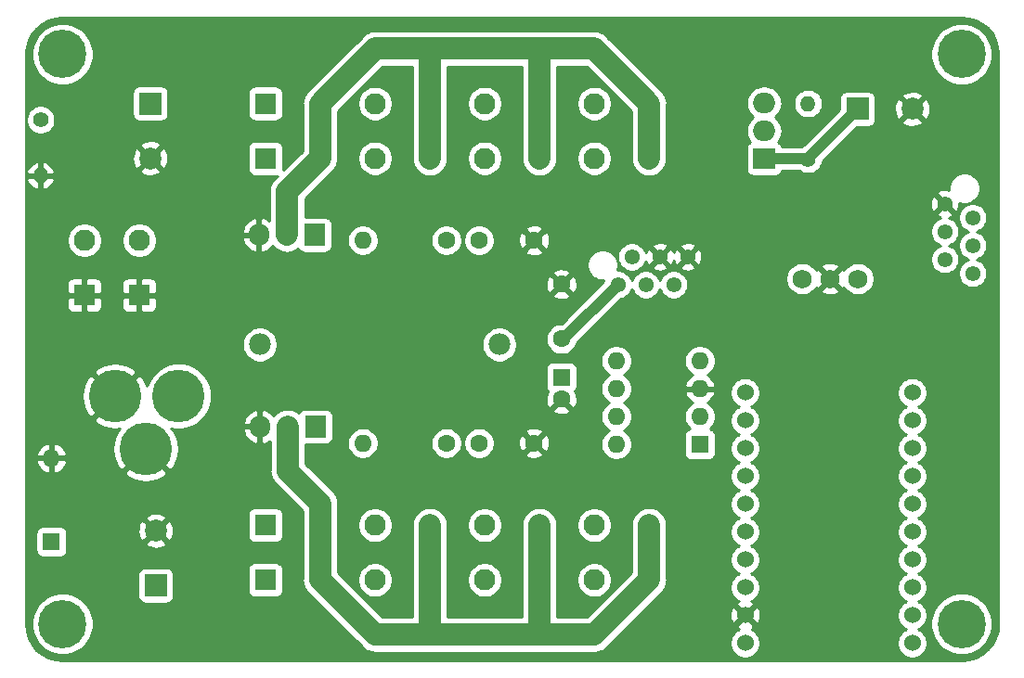
<source format=gbr>
%TF.GenerationSoftware,KiCad,Pcbnew,(5.1.6-0-10_14)*%
%TF.CreationDate,2020-08-18T03:30:43-05:00*%
%TF.ProjectId,Main,4d61696e-2e6b-4696-9361-645f70636258,rev?*%
%TF.SameCoordinates,Original*%
%TF.FileFunction,Copper,L2,Bot*%
%TF.FilePolarity,Positive*%
%FSLAX46Y46*%
G04 Gerber Fmt 4.6, Leading zero omitted, Abs format (unit mm)*
G04 Created by KiCad (PCBNEW (5.1.6-0-10_14)) date 2020-08-18 03:30:43*
%MOMM*%
%LPD*%
G01*
G04 APERTURE LIST*
%TA.AperFunction,ComponentPad*%
%ADD10C,1.970000*%
%TD*%
%TA.AperFunction,ComponentPad*%
%ADD11C,4.800000*%
%TD*%
%TA.AperFunction,ComponentPad*%
%ADD12C,1.950000*%
%TD*%
%TA.AperFunction,ComponentPad*%
%ADD13R,1.950000X1.950000*%
%TD*%
%TA.AperFunction,ComponentPad*%
%ADD14C,4.400000*%
%TD*%
%TA.AperFunction,ComponentPad*%
%ADD15C,1.524000*%
%TD*%
%TA.AperFunction,ComponentPad*%
%ADD16C,1.750000*%
%TD*%
%TA.AperFunction,ComponentPad*%
%ADD17C,1.381000*%
%TD*%
%TA.AperFunction,ComponentPad*%
%ADD18O,1.600000X1.600000*%
%TD*%
%TA.AperFunction,ComponentPad*%
%ADD19R,1.600000X1.600000*%
%TD*%
%TA.AperFunction,ComponentPad*%
%ADD20O,1.400000X1.400000*%
%TD*%
%TA.AperFunction,ComponentPad*%
%ADD21C,1.400000*%
%TD*%
%TA.AperFunction,ComponentPad*%
%ADD22C,1.600000*%
%TD*%
%TA.AperFunction,ComponentPad*%
%ADD23O,1.905000X2.000000*%
%TD*%
%TA.AperFunction,ComponentPad*%
%ADD24R,1.905000X2.000000*%
%TD*%
%TA.AperFunction,ComponentPad*%
%ADD25O,2.000000X1.905000*%
%TD*%
%TA.AperFunction,ComponentPad*%
%ADD26R,2.000000X1.905000*%
%TD*%
%TA.AperFunction,ComponentPad*%
%ADD27C,2.000000*%
%TD*%
%TA.AperFunction,ComponentPad*%
%ADD28R,2.000000X2.000000*%
%TD*%
%TA.AperFunction,Conductor*%
%ADD29C,1.000000*%
%TD*%
%TA.AperFunction,Conductor*%
%ADD30C,2.000000*%
%TD*%
%TA.AperFunction,Conductor*%
%ADD31C,0.254000*%
%TD*%
G04 APERTURE END LIST*
D10*
%TO.P,F1,2*%
%TO.N,Net-(F1-Pad2)*%
X58000000Y-64500000D03*
%TO.P,F1,1*%
%TO.N,12V*%
X79840000Y-64500000D03*
%TD*%
D11*
%TO.P,J2,3*%
%TO.N,Com*%
X47600000Y-74000000D03*
%TO.P,J2,2*%
X44800000Y-69200000D03*
%TO.P,J2,1*%
%TO.N,Net-(F1-Pad2)*%
X50600000Y-69200000D03*
%TD*%
D12*
%TO.P,J1,2*%
%TO.N,Net-(F1-Pad2)*%
X47000000Y-55000000D03*
D13*
%TO.P,J1,1*%
%TO.N,Com*%
X47000000Y-60000000D03*
D12*
%TO.P,J1,2*%
%TO.N,Net-(F1-Pad2)*%
X42000000Y-55000000D03*
D13*
%TO.P,J1,1*%
%TO.N,Com*%
X42000000Y-60000000D03*
%TD*%
D14*
%TO.P,H4,1*%
%TO.N,N/C*%
X40000000Y-38000000D03*
%TD*%
%TO.P,H3,1*%
%TO.N,N/C*%
X122000000Y-38000000D03*
%TD*%
%TO.P,H2,1*%
%TO.N,N/C*%
X122000000Y-90000000D03*
%TD*%
%TO.P,H1,1*%
%TO.N,N/C*%
X40000000Y-90000000D03*
%TD*%
D15*
%TO.P,XA1,11*%
%TO.N,Net-(XA1-Pad11)*%
X117494000Y-91746000D03*
%TO.P,XA1,12*%
%TO.N,Net-(XA1-Pad12)*%
X117494000Y-89206000D03*
%TO.P,XA1,13*%
%TO.N,Net-(XA1-Pad13)*%
X117494000Y-86666000D03*
%TO.P,XA1,14*%
%TO.N,Net-(XA1-Pad14)*%
X117494000Y-84126000D03*
%TO.P,XA1,15*%
%TO.N,On_Off*%
X117494000Y-81586000D03*
%TO.P,XA1,16*%
%TO.N,Auto_Man*%
X117494000Y-79046000D03*
%TO.P,XA1,17*%
%TO.N,Color*%
X117494000Y-76506000D03*
%TO.P,XA1,18*%
%TO.N,Brightness*%
X117494000Y-73966000D03*
%TO.P,XA1,19*%
%TO.N,Net-(XA1-Pad19)*%
X117494000Y-71426000D03*
%TO.P,XA1,20*%
%TO.N,Net-(XA1-Pad20)*%
X117494000Y-68886000D03*
%TO.P,XA1,1*%
%TO.N,PWM-Warm*%
X102254000Y-68886000D03*
%TO.P,XA1,2*%
%TO.N,PWM-Cool*%
X102254000Y-71426000D03*
%TO.P,XA1,3*%
%TO.N,Net-(XA1-Pad3)*%
X102254000Y-73966000D03*
%TO.P,XA1,4*%
%TO.N,Net-(XA1-Pad4)*%
X102254000Y-76506000D03*
%TO.P,XA1,5*%
%TO.N,Net-(XA1-Pad5)*%
X102254000Y-79046000D03*
%TO.P,XA1,6*%
%TO.N,Net-(XA1-Pad6)*%
X102254000Y-81586000D03*
%TO.P,XA1,7*%
%TO.N,3.3V*%
X102254000Y-84126000D03*
%TO.P,XA1,8*%
%TO.N,Net-(XA1-Pad8)*%
X102254000Y-86666000D03*
%TO.P,XA1,9*%
%TO.N,Com*%
X102254000Y-89206000D03*
%TO.P,XA1,10*%
%TO.N,Net-(XA1-Pad10)*%
X102254000Y-91746000D03*
%TD*%
D16*
%TO.P,U1,3*%
%TO.N,3.3V*%
X107460000Y-58500000D03*
%TO.P,U1,1*%
%TO.N,12ish*%
X112540000Y-58500000D03*
%TO.P,U1,2*%
%TO.N,Com*%
X110000000Y-58500000D03*
%TD*%
D13*
%TO.P,J7,1*%
%TO.N,12V*%
X58500000Y-81000000D03*
D12*
%TO.P,J7,2*%
%TO.N,Net-(J7-Pad2)*%
X63500000Y-81000000D03*
%TO.P,J7,3*%
%TO.N,12V*%
X68500000Y-81000000D03*
%TO.P,J7,4*%
%TO.N,Net-(J7-Pad2)*%
X73500000Y-81000000D03*
%TO.P,J7,5*%
%TO.N,12V*%
X78500000Y-81000000D03*
%TO.P,J7,6*%
%TO.N,Net-(J7-Pad2)*%
X83500000Y-81000000D03*
%TO.P,J7,7*%
%TO.N,12V*%
X88500000Y-81000000D03*
%TO.P,J7,8*%
%TO.N,Net-(J7-Pad2)*%
X93500000Y-81000000D03*
D13*
%TO.P,J7,1*%
%TO.N,12V*%
X58500000Y-86000000D03*
D12*
%TO.P,J7,2*%
%TO.N,Net-(J7-Pad2)*%
X63500000Y-86000000D03*
%TO.P,J7,3*%
%TO.N,12V*%
X68500000Y-86000000D03*
%TO.P,J7,4*%
%TO.N,Net-(J7-Pad2)*%
X73500000Y-86000000D03*
%TO.P,J7,5*%
%TO.N,12V*%
X78500000Y-86000000D03*
%TO.P,J7,6*%
%TO.N,Net-(J7-Pad2)*%
X83500000Y-86000000D03*
%TO.P,J7,7*%
%TO.N,12V*%
X88500000Y-86000000D03*
%TO.P,J7,8*%
%TO.N,Net-(J7-Pad2)*%
X93500000Y-86000000D03*
%TD*%
D13*
%TO.P,J6,1*%
%TO.N,12V*%
X58500000Y-42500000D03*
D12*
%TO.P,J6,2*%
%TO.N,Net-(J6-Pad2)*%
X63500000Y-42500000D03*
%TO.P,J6,3*%
%TO.N,12V*%
X68500000Y-42500000D03*
%TO.P,J6,4*%
%TO.N,Net-(J6-Pad2)*%
X73500000Y-42500000D03*
%TO.P,J6,5*%
%TO.N,12V*%
X78500000Y-42500000D03*
%TO.P,J6,6*%
%TO.N,Net-(J6-Pad2)*%
X83500000Y-42500000D03*
%TO.P,J6,7*%
%TO.N,12V*%
X88500000Y-42500000D03*
%TO.P,J6,8*%
%TO.N,Net-(J6-Pad2)*%
X93500000Y-42500000D03*
D13*
%TO.P,J6,1*%
%TO.N,12V*%
X58500000Y-47500000D03*
D12*
%TO.P,J6,2*%
%TO.N,Net-(J6-Pad2)*%
X63500000Y-47500000D03*
%TO.P,J6,3*%
%TO.N,12V*%
X68500000Y-47500000D03*
%TO.P,J6,4*%
%TO.N,Net-(J6-Pad2)*%
X73500000Y-47500000D03*
%TO.P,J6,5*%
%TO.N,12V*%
X78500000Y-47500000D03*
%TO.P,J6,6*%
%TO.N,Net-(J6-Pad2)*%
X83500000Y-47500000D03*
%TO.P,J6,7*%
%TO.N,12V*%
X88500000Y-47500000D03*
%TO.P,J6,8*%
%TO.N,Net-(J6-Pad2)*%
X93500000Y-47500000D03*
%TD*%
D17*
%TO.P,J4,1*%
%TO.N,Com*%
X97000000Y-56500000D03*
%TO.P,J4,2*%
%TO.N,PWM-Warm*%
X95730000Y-59040000D03*
%TO.P,J4,3*%
%TO.N,Com*%
X94460000Y-56500000D03*
%TO.P,J4,4*%
%TO.N,PWM-Cool*%
X93190000Y-59040000D03*
%TO.P,J4,5*%
%TO.N,12V*%
X91920000Y-56500000D03*
%TO.P,J4,6*%
X90650000Y-59040000D03*
%TD*%
%TO.P,J3,1*%
%TO.N,Brightness*%
X123000000Y-58000000D03*
%TO.P,J3,2*%
%TO.N,Auto_Man*%
X120460000Y-56730000D03*
%TO.P,J3,3*%
%TO.N,Color*%
X123000000Y-55460000D03*
%TO.P,J3,4*%
%TO.N,On_Off*%
X120460000Y-54190000D03*
%TO.P,J3,5*%
%TO.N,12ish*%
X123000000Y-52920000D03*
%TO.P,J3,6*%
%TO.N,Com*%
X120460000Y-51650000D03*
%TD*%
D18*
%TO.P,U2,8*%
%TO.N,N/C*%
X90500000Y-73620000D03*
%TO.P,U2,4*%
%TO.N,PWM-Warm*%
X98120000Y-66000000D03*
%TO.P,U2,7*%
%TO.N,GD-Cool*%
X90500000Y-71080000D03*
%TO.P,U2,3*%
%TO.N,Com*%
X98120000Y-68540000D03*
%TO.P,U2,6*%
%TO.N,12V*%
X90500000Y-68540000D03*
%TO.P,U2,2*%
%TO.N,PWM-Cool*%
X98120000Y-71080000D03*
%TO.P,U2,5*%
%TO.N,GD-Warm*%
X90500000Y-66000000D03*
D19*
%TO.P,U2,1*%
%TO.N,N/C*%
X98120000Y-73620000D03*
%TD*%
D20*
%TO.P,R-Bleeder1,2*%
%TO.N,Com*%
X38000000Y-49080000D03*
D21*
%TO.P,R-Bleeder1,1*%
%TO.N,12V*%
X38000000Y-44000000D03*
%TD*%
D18*
%TO.P,R3,2*%
%TO.N,Net-(Q3-Pad1)*%
X67380000Y-73500000D03*
D22*
%TO.P,R3,1*%
%TO.N,GD-Cool*%
X75000000Y-73500000D03*
%TD*%
D18*
%TO.P,R2,2*%
%TO.N,Net-(Q2-Pad1)*%
X67380000Y-55000000D03*
D22*
%TO.P,R2,1*%
%TO.N,GD-Warm*%
X75000000Y-55000000D03*
%TD*%
D20*
%TO.P,R1,2*%
%TO.N,12V*%
X108000000Y-42500000D03*
D21*
%TO.P,R1,1*%
%TO.N,Net-(C1-Pad1)*%
X108000000Y-47580000D03*
%TD*%
D23*
%TO.P,Q3,3*%
%TO.N,Com*%
X58000000Y-72000000D03*
%TO.P,Q3,2*%
%TO.N,Net-(J7-Pad2)*%
X60540000Y-72000000D03*
D24*
%TO.P,Q3,1*%
%TO.N,Net-(Q3-Pad1)*%
X63080000Y-72000000D03*
%TD*%
D23*
%TO.P,Q2,3*%
%TO.N,Com*%
X57920000Y-54500000D03*
%TO.P,Q2,2*%
%TO.N,Net-(J6-Pad2)*%
X60460000Y-54500000D03*
D24*
%TO.P,Q2,1*%
%TO.N,Net-(Q2-Pad1)*%
X63000000Y-54500000D03*
%TD*%
D25*
%TO.P,Q1,3*%
%TO.N,12V*%
X104000000Y-42460000D03*
%TO.P,Q1,2*%
%TO.N,12ish*%
X104000000Y-45000000D03*
D26*
%TO.P,Q1,1*%
%TO.N,Net-(C1-Pad1)*%
X104000000Y-47540000D03*
%TD*%
D18*
%TO.P,D1,2*%
%TO.N,Com*%
X39000000Y-74880000D03*
D19*
%TO.P,D1,1*%
%TO.N,12V*%
X39000000Y-82500000D03*
%TD*%
D22*
%TO.P,C7,2*%
%TO.N,Com*%
X83000000Y-73500000D03*
%TO.P,C7,1*%
%TO.N,GD-Cool*%
X78000000Y-73500000D03*
%TD*%
%TO.P,C6,2*%
%TO.N,Com*%
X83000000Y-55000000D03*
%TO.P,C6,1*%
%TO.N,GD-Warm*%
X78000000Y-55000000D03*
%TD*%
D27*
%TO.P,C5,2*%
%TO.N,Com*%
X48500000Y-81500000D03*
D28*
%TO.P,C5,1*%
%TO.N,12V*%
X48500000Y-86500000D03*
%TD*%
D27*
%TO.P,C4,2*%
%TO.N,Com*%
X48000000Y-47500000D03*
D28*
%TO.P,C4,1*%
%TO.N,12V*%
X48000000Y-42500000D03*
%TD*%
D22*
%TO.P,C3,2*%
%TO.N,Com*%
X85500000Y-69500000D03*
D19*
%TO.P,C3,1*%
%TO.N,12V*%
X85500000Y-67500000D03*
%TD*%
D22*
%TO.P,C2,2*%
%TO.N,Com*%
X85500000Y-59000000D03*
%TO.P,C2,1*%
%TO.N,12V*%
X85500000Y-64000000D03*
%TD*%
D27*
%TO.P,C1,2*%
%TO.N,Com*%
X117500000Y-43000000D03*
D28*
%TO.P,C1,1*%
%TO.N,Net-(C1-Pad1)*%
X112500000Y-43000000D03*
%TD*%
D29*
%TO.N,Net-(C1-Pad1)*%
X107960000Y-47540000D02*
X108000000Y-47580000D01*
X104000000Y-47540000D02*
X107960000Y-47540000D01*
X108000000Y-47500000D02*
X112500000Y-43000000D01*
X108000000Y-47580000D02*
X108000000Y-47500000D01*
%TO.N,12V*%
X85690000Y-64000000D02*
X90650000Y-59040000D01*
X85500000Y-64000000D02*
X85690000Y-64000000D01*
D30*
%TO.N,Net-(J6-Pad2)*%
X63500000Y-42500000D02*
X68500000Y-37500000D01*
X88500000Y-37500000D02*
X93500000Y-42500000D01*
X93500000Y-42500000D02*
X93500000Y-47500000D01*
X83500000Y-47500000D02*
X83500000Y-42500000D01*
X83500000Y-38000000D02*
X83000000Y-37500000D01*
X83500000Y-42500000D02*
X83500000Y-38000000D01*
X83000000Y-37500000D02*
X88500000Y-37500000D01*
X73500000Y-47500000D02*
X73500000Y-42500000D01*
X73500000Y-38000000D02*
X74000000Y-37500000D01*
X73500000Y-42500000D02*
X73500000Y-38000000D01*
X74000000Y-37500000D02*
X83000000Y-37500000D01*
X68500000Y-37500000D02*
X74000000Y-37500000D01*
X63500000Y-47500000D02*
X63500000Y-42500000D01*
X63500000Y-47500000D02*
X60500000Y-50500000D01*
X60500000Y-54460000D02*
X60460000Y-54500000D01*
X60500000Y-50500000D02*
X60500000Y-54460000D01*
%TO.N,Net-(J7-Pad2)*%
X63500000Y-81000000D02*
X63500000Y-86000000D01*
X73500000Y-81000000D02*
X73500000Y-86000000D01*
X83500000Y-81000000D02*
X83500000Y-86000000D01*
X93500000Y-81000000D02*
X93500000Y-86000000D01*
X93500000Y-86000000D02*
X88500000Y-91000000D01*
X68500000Y-91000000D02*
X63500000Y-86000000D01*
X73500000Y-86000000D02*
X73500000Y-91000000D01*
X73500000Y-91000000D02*
X68500000Y-91000000D01*
X83500000Y-90500000D02*
X84000000Y-91000000D01*
X83500000Y-86000000D02*
X83500000Y-90500000D01*
X84000000Y-91000000D02*
X73500000Y-91000000D01*
X88500000Y-91000000D02*
X84000000Y-91000000D01*
X63500000Y-81000000D02*
X63500000Y-79000000D01*
X60540000Y-76040000D02*
X60540000Y-72000000D01*
X63500000Y-79000000D02*
X60540000Y-76040000D01*
%TD*%
D31*
%TO.N,Com*%
G36*
X122649291Y-34720850D02*
G01*
X123273848Y-34909416D01*
X123849883Y-35215699D01*
X124355461Y-35628038D01*
X124771318Y-36130721D01*
X125081616Y-36704606D01*
X125274537Y-37327834D01*
X125345950Y-38007276D01*
X125345951Y-89968006D01*
X125279150Y-90649290D01*
X125090585Y-91273847D01*
X124784300Y-91849885D01*
X124371960Y-92355464D01*
X123869279Y-92771318D01*
X123295394Y-93081616D01*
X122672165Y-93274538D01*
X121992725Y-93345950D01*
X40031984Y-93345950D01*
X39350710Y-93279150D01*
X38726153Y-93090585D01*
X38150115Y-92784300D01*
X37644536Y-92371960D01*
X37228682Y-91869279D01*
X36918384Y-91295394D01*
X36725462Y-90672165D01*
X36654050Y-89992725D01*
X36654050Y-89720777D01*
X37165000Y-89720777D01*
X37165000Y-90279223D01*
X37273948Y-90826939D01*
X37487656Y-91342876D01*
X37797912Y-91807207D01*
X38192793Y-92202088D01*
X38657124Y-92512344D01*
X39173061Y-92726052D01*
X39720777Y-92835000D01*
X40279223Y-92835000D01*
X40826939Y-92726052D01*
X41342876Y-92512344D01*
X41807207Y-92202088D01*
X42202088Y-91807207D01*
X42512344Y-91342876D01*
X42726052Y-90826939D01*
X42835000Y-90279223D01*
X42835000Y-89720777D01*
X42726052Y-89173061D01*
X42512344Y-88657124D01*
X42202088Y-88192793D01*
X41807207Y-87797912D01*
X41342876Y-87487656D01*
X40826939Y-87273948D01*
X40279223Y-87165000D01*
X39720777Y-87165000D01*
X39173061Y-87273948D01*
X38657124Y-87487656D01*
X38192793Y-87797912D01*
X37797912Y-88192793D01*
X37487656Y-88657124D01*
X37273948Y-89173061D01*
X37165000Y-89720777D01*
X36654050Y-89720777D01*
X36654050Y-85500000D01*
X46861928Y-85500000D01*
X46861928Y-87500000D01*
X46874188Y-87624482D01*
X46910498Y-87744180D01*
X46969463Y-87854494D01*
X47048815Y-87951185D01*
X47145506Y-88030537D01*
X47255820Y-88089502D01*
X47375518Y-88125812D01*
X47500000Y-88138072D01*
X49500000Y-88138072D01*
X49624482Y-88125812D01*
X49744180Y-88089502D01*
X49854494Y-88030537D01*
X49951185Y-87951185D01*
X50030537Y-87854494D01*
X50089502Y-87744180D01*
X50125812Y-87624482D01*
X50138072Y-87500000D01*
X50138072Y-85500000D01*
X50125812Y-85375518D01*
X50089502Y-85255820D01*
X50030537Y-85145506D01*
X49951185Y-85048815D01*
X49922167Y-85025000D01*
X56886928Y-85025000D01*
X56886928Y-86975000D01*
X56899188Y-87099482D01*
X56935498Y-87219180D01*
X56994463Y-87329494D01*
X57073815Y-87426185D01*
X57170506Y-87505537D01*
X57280820Y-87564502D01*
X57400518Y-87600812D01*
X57525000Y-87613072D01*
X59475000Y-87613072D01*
X59599482Y-87600812D01*
X59719180Y-87564502D01*
X59829494Y-87505537D01*
X59926185Y-87426185D01*
X60005537Y-87329494D01*
X60064502Y-87219180D01*
X60100812Y-87099482D01*
X60113072Y-86975000D01*
X60113072Y-85025000D01*
X60100812Y-84900518D01*
X60064502Y-84780820D01*
X60005537Y-84670506D01*
X59926185Y-84573815D01*
X59829494Y-84494463D01*
X59719180Y-84435498D01*
X59599482Y-84399188D01*
X59475000Y-84386928D01*
X57525000Y-84386928D01*
X57400518Y-84399188D01*
X57280820Y-84435498D01*
X57170506Y-84494463D01*
X57073815Y-84573815D01*
X56994463Y-84670506D01*
X56935498Y-84780820D01*
X56899188Y-84900518D01*
X56886928Y-85025000D01*
X49922167Y-85025000D01*
X49854494Y-84969463D01*
X49744180Y-84910498D01*
X49624482Y-84874188D01*
X49500000Y-84861928D01*
X47500000Y-84861928D01*
X47375518Y-84874188D01*
X47255820Y-84910498D01*
X47145506Y-84969463D01*
X47048815Y-85048815D01*
X46969463Y-85145506D01*
X46910498Y-85255820D01*
X46874188Y-85375518D01*
X46861928Y-85500000D01*
X36654050Y-85500000D01*
X36654050Y-81700000D01*
X37561928Y-81700000D01*
X37561928Y-83300000D01*
X37574188Y-83424482D01*
X37610498Y-83544180D01*
X37669463Y-83654494D01*
X37748815Y-83751185D01*
X37845506Y-83830537D01*
X37955820Y-83889502D01*
X38075518Y-83925812D01*
X38200000Y-83938072D01*
X39800000Y-83938072D01*
X39924482Y-83925812D01*
X40044180Y-83889502D01*
X40154494Y-83830537D01*
X40251185Y-83751185D01*
X40330537Y-83654494D01*
X40389502Y-83544180D01*
X40425812Y-83424482D01*
X40438072Y-83300000D01*
X40438072Y-82635413D01*
X47544192Y-82635413D01*
X47639956Y-82899814D01*
X47929571Y-83040704D01*
X48241108Y-83122384D01*
X48562595Y-83141718D01*
X48881675Y-83097961D01*
X49186088Y-82992795D01*
X49360044Y-82899814D01*
X49455808Y-82635413D01*
X48500000Y-81679605D01*
X47544192Y-82635413D01*
X40438072Y-82635413D01*
X40438072Y-81700000D01*
X40425812Y-81575518D01*
X40421892Y-81562595D01*
X46858282Y-81562595D01*
X46902039Y-81881675D01*
X47007205Y-82186088D01*
X47100186Y-82360044D01*
X47364587Y-82455808D01*
X48320395Y-81500000D01*
X48679605Y-81500000D01*
X49635413Y-82455808D01*
X49899814Y-82360044D01*
X50040704Y-82070429D01*
X50122384Y-81758892D01*
X50141718Y-81437405D01*
X50097961Y-81118325D01*
X49992795Y-80813912D01*
X49899814Y-80639956D01*
X49635413Y-80544192D01*
X48679605Y-81500000D01*
X48320395Y-81500000D01*
X47364587Y-80544192D01*
X47100186Y-80639956D01*
X46959296Y-80929571D01*
X46877616Y-81241108D01*
X46858282Y-81562595D01*
X40421892Y-81562595D01*
X40389502Y-81455820D01*
X40330537Y-81345506D01*
X40251185Y-81248815D01*
X40154494Y-81169463D01*
X40044180Y-81110498D01*
X39924482Y-81074188D01*
X39800000Y-81061928D01*
X38200000Y-81061928D01*
X38075518Y-81074188D01*
X37955820Y-81110498D01*
X37845506Y-81169463D01*
X37748815Y-81248815D01*
X37669463Y-81345506D01*
X37610498Y-81455820D01*
X37574188Y-81575518D01*
X37561928Y-81700000D01*
X36654050Y-81700000D01*
X36654050Y-80364587D01*
X47544192Y-80364587D01*
X48500000Y-81320395D01*
X49455808Y-80364587D01*
X49360044Y-80100186D01*
X49205491Y-80025000D01*
X56886928Y-80025000D01*
X56886928Y-81975000D01*
X56899188Y-82099482D01*
X56935498Y-82219180D01*
X56994463Y-82329494D01*
X57073815Y-82426185D01*
X57170506Y-82505537D01*
X57280820Y-82564502D01*
X57400518Y-82600812D01*
X57525000Y-82613072D01*
X59475000Y-82613072D01*
X59599482Y-82600812D01*
X59719180Y-82564502D01*
X59829494Y-82505537D01*
X59926185Y-82426185D01*
X60005537Y-82329494D01*
X60064502Y-82219180D01*
X60100812Y-82099482D01*
X60113072Y-81975000D01*
X60113072Y-80025000D01*
X60100812Y-79900518D01*
X60064502Y-79780820D01*
X60005537Y-79670506D01*
X59926185Y-79573815D01*
X59829494Y-79494463D01*
X59719180Y-79435498D01*
X59599482Y-79399188D01*
X59475000Y-79386928D01*
X57525000Y-79386928D01*
X57400518Y-79399188D01*
X57280820Y-79435498D01*
X57170506Y-79494463D01*
X57073815Y-79573815D01*
X56994463Y-79670506D01*
X56935498Y-79780820D01*
X56899188Y-79900518D01*
X56886928Y-80025000D01*
X49205491Y-80025000D01*
X49070429Y-79959296D01*
X48758892Y-79877616D01*
X48437405Y-79858282D01*
X48118325Y-79902039D01*
X47813912Y-80007205D01*
X47639956Y-80100186D01*
X47544192Y-80364587D01*
X36654050Y-80364587D01*
X36654050Y-75229040D01*
X37608091Y-75229040D01*
X37702930Y-75493881D01*
X37847615Y-75735131D01*
X38036586Y-75943519D01*
X38262580Y-76111037D01*
X38516913Y-76231246D01*
X38650961Y-76271904D01*
X38873000Y-76149915D01*
X38873000Y-75007000D01*
X39127000Y-75007000D01*
X39127000Y-76149915D01*
X39349039Y-76271904D01*
X39483087Y-76231246D01*
X39693006Y-76132029D01*
X45647576Y-76132029D01*
X45911740Y-76539755D01*
X46439661Y-76820317D01*
X47012173Y-76992496D01*
X47607275Y-77049676D01*
X48202098Y-76989658D01*
X48773782Y-76814750D01*
X49288260Y-76539755D01*
X49552424Y-76132029D01*
X47600000Y-74179605D01*
X45647576Y-76132029D01*
X39693006Y-76132029D01*
X39737420Y-76111037D01*
X39963414Y-75943519D01*
X40152385Y-75735131D01*
X40297070Y-75493881D01*
X40391909Y-75229040D01*
X40270624Y-75007000D01*
X39127000Y-75007000D01*
X38873000Y-75007000D01*
X37729376Y-75007000D01*
X37608091Y-75229040D01*
X36654050Y-75229040D01*
X36654050Y-74530960D01*
X37608091Y-74530960D01*
X37729376Y-74753000D01*
X38873000Y-74753000D01*
X38873000Y-73610085D01*
X39127000Y-73610085D01*
X39127000Y-74753000D01*
X40270624Y-74753000D01*
X40391909Y-74530960D01*
X40297070Y-74266119D01*
X40152385Y-74024869D01*
X39963414Y-73816481D01*
X39737420Y-73648963D01*
X39483087Y-73528754D01*
X39349039Y-73488096D01*
X39127000Y-73610085D01*
X38873000Y-73610085D01*
X38650961Y-73488096D01*
X38516913Y-73528754D01*
X38262580Y-73648963D01*
X38036586Y-73816481D01*
X37847615Y-74024869D01*
X37702930Y-74266119D01*
X37608091Y-74530960D01*
X36654050Y-74530960D01*
X36654050Y-71332029D01*
X42847576Y-71332029D01*
X43111740Y-71739755D01*
X43639661Y-72020317D01*
X44212173Y-72192496D01*
X44807275Y-72249676D01*
X45220372Y-72207994D01*
X45060245Y-72311740D01*
X44779683Y-72839661D01*
X44607504Y-73412173D01*
X44550324Y-74007275D01*
X44610342Y-74602098D01*
X44785250Y-75173782D01*
X45060245Y-75688260D01*
X45467971Y-75952424D01*
X47420395Y-74000000D01*
X47406253Y-73985858D01*
X47585858Y-73806253D01*
X47600000Y-73820395D01*
X47614143Y-73806253D01*
X47793748Y-73985858D01*
X47779605Y-74000000D01*
X49732029Y-75952424D01*
X50139755Y-75688260D01*
X50420317Y-75160339D01*
X50592496Y-74587827D01*
X50649676Y-73992725D01*
X50589658Y-73397902D01*
X50414750Y-72826218D01*
X50172961Y-72373863D01*
X56447622Y-72373863D01*
X56541121Y-72670446D01*
X56690684Y-72943089D01*
X56890563Y-73181315D01*
X57133077Y-73375969D01*
X57408906Y-73519571D01*
X57627020Y-73590563D01*
X57873000Y-73470594D01*
X57873000Y-72127000D01*
X56574430Y-72127000D01*
X56447622Y-72373863D01*
X50172961Y-72373863D01*
X50139755Y-72311740D01*
X49897365Y-72154697D01*
X50301079Y-72235000D01*
X50898921Y-72235000D01*
X51485277Y-72118367D01*
X52037612Y-71889582D01*
X52431884Y-71626137D01*
X56447622Y-71626137D01*
X56574430Y-71873000D01*
X57873000Y-71873000D01*
X57873000Y-70529406D01*
X58127000Y-70529406D01*
X58127000Y-71873000D01*
X58147000Y-71873000D01*
X58147000Y-72127000D01*
X58127000Y-72127000D01*
X58127000Y-73470594D01*
X58372980Y-73590563D01*
X58591094Y-73519571D01*
X58866923Y-73375969D01*
X58905001Y-73345406D01*
X58905000Y-75959680D01*
X58897089Y-76040000D01*
X58905000Y-76120319D01*
X58905000Y-76120321D01*
X58928657Y-76360515D01*
X59022148Y-76668714D01*
X59173969Y-76952751D01*
X59378286Y-77201714D01*
X59440687Y-77252925D01*
X61865001Y-79677239D01*
X61865000Y-80919678D01*
X61865000Y-80919679D01*
X61865001Y-85919671D01*
X61857089Y-86000000D01*
X61888658Y-86320516D01*
X61982148Y-86628714D01*
X61982149Y-86628715D01*
X62133970Y-86912752D01*
X62338287Y-87161714D01*
X62400682Y-87212920D01*
X67287080Y-92099319D01*
X67338286Y-92161714D01*
X67587248Y-92366031D01*
X67859362Y-92511479D01*
X67871285Y-92517852D01*
X68179483Y-92611343D01*
X68500000Y-92642911D01*
X68580322Y-92635000D01*
X73419678Y-92635000D01*
X73500000Y-92642911D01*
X73580322Y-92635000D01*
X83919678Y-92635000D01*
X84000000Y-92642911D01*
X84080322Y-92635000D01*
X88419681Y-92635000D01*
X88500000Y-92642911D01*
X88580319Y-92635000D01*
X88580322Y-92635000D01*
X88820516Y-92611343D01*
X89128715Y-92517852D01*
X89412752Y-92366031D01*
X89661714Y-92161714D01*
X89712925Y-92099313D01*
X90203830Y-91608408D01*
X100857000Y-91608408D01*
X100857000Y-91883592D01*
X100910686Y-92153490D01*
X101015995Y-92407727D01*
X101168880Y-92636535D01*
X101363465Y-92831120D01*
X101592273Y-92984005D01*
X101846510Y-93089314D01*
X102116408Y-93143000D01*
X102391592Y-93143000D01*
X102661490Y-93089314D01*
X102915727Y-92984005D01*
X103144535Y-92831120D01*
X103339120Y-92636535D01*
X103492005Y-92407727D01*
X103597314Y-92153490D01*
X103651000Y-91883592D01*
X103651000Y-91608408D01*
X103597314Y-91338510D01*
X103492005Y-91084273D01*
X103339120Y-90855465D01*
X103144535Y-90660880D01*
X102915727Y-90507995D01*
X102844057Y-90478308D01*
X102857023Y-90473636D01*
X102972980Y-90411656D01*
X103039960Y-90171565D01*
X102254000Y-89385605D01*
X101468040Y-90171565D01*
X101535020Y-90411656D01*
X101670760Y-90475485D01*
X101592273Y-90507995D01*
X101363465Y-90660880D01*
X101168880Y-90855465D01*
X101015995Y-91084273D01*
X100910686Y-91338510D01*
X100857000Y-91608408D01*
X90203830Y-91608408D01*
X92534221Y-89278017D01*
X100852090Y-89278017D01*
X100893078Y-89550133D01*
X100986364Y-89809023D01*
X101048344Y-89924980D01*
X101288435Y-89991960D01*
X102074395Y-89206000D01*
X102433605Y-89206000D01*
X103219565Y-89991960D01*
X103459656Y-89924980D01*
X103576756Y-89675952D01*
X103643023Y-89408865D01*
X103655910Y-89133983D01*
X103614922Y-88861867D01*
X103521636Y-88602977D01*
X103459656Y-88487020D01*
X103219565Y-88420040D01*
X102433605Y-89206000D01*
X102074395Y-89206000D01*
X101288435Y-88420040D01*
X101048344Y-88487020D01*
X100931244Y-88736048D01*
X100864977Y-89003135D01*
X100852090Y-89278017D01*
X92534221Y-89278017D01*
X94599319Y-87212920D01*
X94661714Y-87161714D01*
X94866031Y-86912752D01*
X95017852Y-86628715D01*
X95111343Y-86320516D01*
X95135000Y-86080322D01*
X95142911Y-86000000D01*
X95135000Y-85919678D01*
X95135000Y-80919678D01*
X95111343Y-80679484D01*
X95017852Y-80371285D01*
X94866031Y-80087248D01*
X94661714Y-79838286D01*
X94412751Y-79633969D01*
X94128714Y-79482148D01*
X93820515Y-79388657D01*
X93500000Y-79357089D01*
X93179484Y-79388657D01*
X92871285Y-79482148D01*
X92587248Y-79633969D01*
X92338286Y-79838286D01*
X92133969Y-80087249D01*
X91982148Y-80371286D01*
X91888657Y-80679485D01*
X91865000Y-80919679D01*
X91865001Y-85322760D01*
X87822762Y-89365000D01*
X85135000Y-89365000D01*
X85135000Y-85841429D01*
X86890000Y-85841429D01*
X86890000Y-86158571D01*
X86951871Y-86469620D01*
X87073237Y-86762621D01*
X87249431Y-87026315D01*
X87473685Y-87250569D01*
X87737379Y-87426763D01*
X88030380Y-87548129D01*
X88341429Y-87610000D01*
X88658571Y-87610000D01*
X88969620Y-87548129D01*
X89262621Y-87426763D01*
X89526315Y-87250569D01*
X89750569Y-87026315D01*
X89926763Y-86762621D01*
X90048129Y-86469620D01*
X90110000Y-86158571D01*
X90110000Y-85841429D01*
X90048129Y-85530380D01*
X89926763Y-85237379D01*
X89750569Y-84973685D01*
X89526315Y-84749431D01*
X89262621Y-84573237D01*
X88969620Y-84451871D01*
X88658571Y-84390000D01*
X88341429Y-84390000D01*
X88030380Y-84451871D01*
X87737379Y-84573237D01*
X87473685Y-84749431D01*
X87249431Y-84973685D01*
X87073237Y-85237379D01*
X86951871Y-85530380D01*
X86890000Y-85841429D01*
X85135000Y-85841429D01*
X85135000Y-80919678D01*
X85127294Y-80841429D01*
X86890000Y-80841429D01*
X86890000Y-81158571D01*
X86951871Y-81469620D01*
X87073237Y-81762621D01*
X87249431Y-82026315D01*
X87473685Y-82250569D01*
X87737379Y-82426763D01*
X88030380Y-82548129D01*
X88341429Y-82610000D01*
X88658571Y-82610000D01*
X88969620Y-82548129D01*
X89262621Y-82426763D01*
X89526315Y-82250569D01*
X89750569Y-82026315D01*
X89926763Y-81762621D01*
X90048129Y-81469620D01*
X90110000Y-81158571D01*
X90110000Y-80841429D01*
X90048129Y-80530380D01*
X89926763Y-80237379D01*
X89750569Y-79973685D01*
X89526315Y-79749431D01*
X89262621Y-79573237D01*
X88969620Y-79451871D01*
X88658571Y-79390000D01*
X88341429Y-79390000D01*
X88030380Y-79451871D01*
X87737379Y-79573237D01*
X87473685Y-79749431D01*
X87249431Y-79973685D01*
X87073237Y-80237379D01*
X86951871Y-80530380D01*
X86890000Y-80841429D01*
X85127294Y-80841429D01*
X85111343Y-80679484D01*
X85017852Y-80371285D01*
X84866031Y-80087248D01*
X84661714Y-79838286D01*
X84412751Y-79633969D01*
X84128714Y-79482148D01*
X83820515Y-79388657D01*
X83500000Y-79357089D01*
X83179484Y-79388657D01*
X82871285Y-79482148D01*
X82587248Y-79633969D01*
X82338286Y-79838286D01*
X82133969Y-80087249D01*
X81982148Y-80371286D01*
X81888657Y-80679485D01*
X81865000Y-80919679D01*
X81865001Y-85919669D01*
X81865000Y-85919679D01*
X81865001Y-89365000D01*
X75135000Y-89365000D01*
X75135000Y-85841429D01*
X76890000Y-85841429D01*
X76890000Y-86158571D01*
X76951871Y-86469620D01*
X77073237Y-86762621D01*
X77249431Y-87026315D01*
X77473685Y-87250569D01*
X77737379Y-87426763D01*
X78030380Y-87548129D01*
X78341429Y-87610000D01*
X78658571Y-87610000D01*
X78969620Y-87548129D01*
X79262621Y-87426763D01*
X79526315Y-87250569D01*
X79750569Y-87026315D01*
X79926763Y-86762621D01*
X80048129Y-86469620D01*
X80110000Y-86158571D01*
X80110000Y-85841429D01*
X80048129Y-85530380D01*
X79926763Y-85237379D01*
X79750569Y-84973685D01*
X79526315Y-84749431D01*
X79262621Y-84573237D01*
X78969620Y-84451871D01*
X78658571Y-84390000D01*
X78341429Y-84390000D01*
X78030380Y-84451871D01*
X77737379Y-84573237D01*
X77473685Y-84749431D01*
X77249431Y-84973685D01*
X77073237Y-85237379D01*
X76951871Y-85530380D01*
X76890000Y-85841429D01*
X75135000Y-85841429D01*
X75135000Y-80919678D01*
X75127294Y-80841429D01*
X76890000Y-80841429D01*
X76890000Y-81158571D01*
X76951871Y-81469620D01*
X77073237Y-81762621D01*
X77249431Y-82026315D01*
X77473685Y-82250569D01*
X77737379Y-82426763D01*
X78030380Y-82548129D01*
X78341429Y-82610000D01*
X78658571Y-82610000D01*
X78969620Y-82548129D01*
X79262621Y-82426763D01*
X79526315Y-82250569D01*
X79750569Y-82026315D01*
X79926763Y-81762621D01*
X80048129Y-81469620D01*
X80110000Y-81158571D01*
X80110000Y-80841429D01*
X80048129Y-80530380D01*
X79926763Y-80237379D01*
X79750569Y-79973685D01*
X79526315Y-79749431D01*
X79262621Y-79573237D01*
X78969620Y-79451871D01*
X78658571Y-79390000D01*
X78341429Y-79390000D01*
X78030380Y-79451871D01*
X77737379Y-79573237D01*
X77473685Y-79749431D01*
X77249431Y-79973685D01*
X77073237Y-80237379D01*
X76951871Y-80530380D01*
X76890000Y-80841429D01*
X75127294Y-80841429D01*
X75111343Y-80679484D01*
X75017852Y-80371285D01*
X74866031Y-80087248D01*
X74661714Y-79838286D01*
X74412751Y-79633969D01*
X74128714Y-79482148D01*
X73820515Y-79388657D01*
X73500000Y-79357089D01*
X73179484Y-79388657D01*
X72871285Y-79482148D01*
X72587248Y-79633969D01*
X72338286Y-79838286D01*
X72133969Y-80087249D01*
X71982148Y-80371286D01*
X71888657Y-80679485D01*
X71865000Y-80919679D01*
X71865001Y-85919669D01*
X71865000Y-85919679D01*
X71865001Y-89365000D01*
X69177239Y-89365000D01*
X65653668Y-85841429D01*
X66890000Y-85841429D01*
X66890000Y-86158571D01*
X66951871Y-86469620D01*
X67073237Y-86762621D01*
X67249431Y-87026315D01*
X67473685Y-87250569D01*
X67737379Y-87426763D01*
X68030380Y-87548129D01*
X68341429Y-87610000D01*
X68658571Y-87610000D01*
X68969620Y-87548129D01*
X69262621Y-87426763D01*
X69526315Y-87250569D01*
X69750569Y-87026315D01*
X69926763Y-86762621D01*
X70048129Y-86469620D01*
X70110000Y-86158571D01*
X70110000Y-85841429D01*
X70048129Y-85530380D01*
X69926763Y-85237379D01*
X69750569Y-84973685D01*
X69526315Y-84749431D01*
X69262621Y-84573237D01*
X68969620Y-84451871D01*
X68658571Y-84390000D01*
X68341429Y-84390000D01*
X68030380Y-84451871D01*
X67737379Y-84573237D01*
X67473685Y-84749431D01*
X67249431Y-84973685D01*
X67073237Y-85237379D01*
X66951871Y-85530380D01*
X66890000Y-85841429D01*
X65653668Y-85841429D01*
X65135000Y-85322762D01*
X65135000Y-80841429D01*
X66890000Y-80841429D01*
X66890000Y-81158571D01*
X66951871Y-81469620D01*
X67073237Y-81762621D01*
X67249431Y-82026315D01*
X67473685Y-82250569D01*
X67737379Y-82426763D01*
X68030380Y-82548129D01*
X68341429Y-82610000D01*
X68658571Y-82610000D01*
X68969620Y-82548129D01*
X69262621Y-82426763D01*
X69526315Y-82250569D01*
X69750569Y-82026315D01*
X69926763Y-81762621D01*
X70048129Y-81469620D01*
X70110000Y-81158571D01*
X70110000Y-80841429D01*
X70048129Y-80530380D01*
X69926763Y-80237379D01*
X69750569Y-79973685D01*
X69526315Y-79749431D01*
X69262621Y-79573237D01*
X68969620Y-79451871D01*
X68658571Y-79390000D01*
X68341429Y-79390000D01*
X68030380Y-79451871D01*
X67737379Y-79573237D01*
X67473685Y-79749431D01*
X67249431Y-79973685D01*
X67073237Y-80237379D01*
X66951871Y-80530380D01*
X66890000Y-80841429D01*
X65135000Y-80841429D01*
X65135000Y-79080319D01*
X65142911Y-78999999D01*
X65133890Y-78908408D01*
X65111343Y-78679484D01*
X65017852Y-78371285D01*
X64866031Y-78087248D01*
X64661714Y-77838286D01*
X64599319Y-77787080D01*
X62175000Y-75362762D01*
X62175000Y-73638072D01*
X64032500Y-73638072D01*
X64156982Y-73625812D01*
X64276680Y-73589502D01*
X64386994Y-73530537D01*
X64483685Y-73451185D01*
X64559613Y-73358665D01*
X65945000Y-73358665D01*
X65945000Y-73641335D01*
X66000147Y-73918574D01*
X66108320Y-74179727D01*
X66265363Y-74414759D01*
X66465241Y-74614637D01*
X66700273Y-74771680D01*
X66961426Y-74879853D01*
X67238665Y-74935000D01*
X67521335Y-74935000D01*
X67798574Y-74879853D01*
X68059727Y-74771680D01*
X68294759Y-74614637D01*
X68494637Y-74414759D01*
X68651680Y-74179727D01*
X68759853Y-73918574D01*
X68815000Y-73641335D01*
X68815000Y-73358665D01*
X73565000Y-73358665D01*
X73565000Y-73641335D01*
X73620147Y-73918574D01*
X73728320Y-74179727D01*
X73885363Y-74414759D01*
X74085241Y-74614637D01*
X74320273Y-74771680D01*
X74581426Y-74879853D01*
X74858665Y-74935000D01*
X75141335Y-74935000D01*
X75418574Y-74879853D01*
X75679727Y-74771680D01*
X75914759Y-74614637D01*
X76114637Y-74414759D01*
X76271680Y-74179727D01*
X76379853Y-73918574D01*
X76435000Y-73641335D01*
X76435000Y-73358665D01*
X76565000Y-73358665D01*
X76565000Y-73641335D01*
X76620147Y-73918574D01*
X76728320Y-74179727D01*
X76885363Y-74414759D01*
X77085241Y-74614637D01*
X77320273Y-74771680D01*
X77581426Y-74879853D01*
X77858665Y-74935000D01*
X78141335Y-74935000D01*
X78418574Y-74879853D01*
X78679727Y-74771680D01*
X78914759Y-74614637D01*
X79036694Y-74492702D01*
X82186903Y-74492702D01*
X82258486Y-74736671D01*
X82513996Y-74857571D01*
X82788184Y-74926300D01*
X83070512Y-74940217D01*
X83350130Y-74898787D01*
X83616292Y-74803603D01*
X83741514Y-74736671D01*
X83813097Y-74492702D01*
X83000000Y-73679605D01*
X82186903Y-74492702D01*
X79036694Y-74492702D01*
X79114637Y-74414759D01*
X79271680Y-74179727D01*
X79379853Y-73918574D01*
X79435000Y-73641335D01*
X79435000Y-73570512D01*
X81559783Y-73570512D01*
X81601213Y-73850130D01*
X81696397Y-74116292D01*
X81763329Y-74241514D01*
X82007298Y-74313097D01*
X82820395Y-73500000D01*
X83179605Y-73500000D01*
X83992702Y-74313097D01*
X84236671Y-74241514D01*
X84357571Y-73986004D01*
X84426300Y-73711816D01*
X84440217Y-73429488D01*
X84398787Y-73149870D01*
X84303603Y-72883708D01*
X84236671Y-72758486D01*
X83992702Y-72686903D01*
X83179605Y-73500000D01*
X82820395Y-73500000D01*
X82007298Y-72686903D01*
X81763329Y-72758486D01*
X81642429Y-73013996D01*
X81573700Y-73288184D01*
X81559783Y-73570512D01*
X79435000Y-73570512D01*
X79435000Y-73358665D01*
X79379853Y-73081426D01*
X79271680Y-72820273D01*
X79114637Y-72585241D01*
X79036694Y-72507298D01*
X82186903Y-72507298D01*
X83000000Y-73320395D01*
X83813097Y-72507298D01*
X83741514Y-72263329D01*
X83486004Y-72142429D01*
X83211816Y-72073700D01*
X82929488Y-72059783D01*
X82649870Y-72101213D01*
X82383708Y-72196397D01*
X82258486Y-72263329D01*
X82186903Y-72507298D01*
X79036694Y-72507298D01*
X78914759Y-72385363D01*
X78679727Y-72228320D01*
X78418574Y-72120147D01*
X78141335Y-72065000D01*
X77858665Y-72065000D01*
X77581426Y-72120147D01*
X77320273Y-72228320D01*
X77085241Y-72385363D01*
X76885363Y-72585241D01*
X76728320Y-72820273D01*
X76620147Y-73081426D01*
X76565000Y-73358665D01*
X76435000Y-73358665D01*
X76379853Y-73081426D01*
X76271680Y-72820273D01*
X76114637Y-72585241D01*
X75914759Y-72385363D01*
X75679727Y-72228320D01*
X75418574Y-72120147D01*
X75141335Y-72065000D01*
X74858665Y-72065000D01*
X74581426Y-72120147D01*
X74320273Y-72228320D01*
X74085241Y-72385363D01*
X73885363Y-72585241D01*
X73728320Y-72820273D01*
X73620147Y-73081426D01*
X73565000Y-73358665D01*
X68815000Y-73358665D01*
X68759853Y-73081426D01*
X68651680Y-72820273D01*
X68494637Y-72585241D01*
X68294759Y-72385363D01*
X68059727Y-72228320D01*
X67798574Y-72120147D01*
X67521335Y-72065000D01*
X67238665Y-72065000D01*
X66961426Y-72120147D01*
X66700273Y-72228320D01*
X66465241Y-72385363D01*
X66265363Y-72585241D01*
X66108320Y-72820273D01*
X66000147Y-73081426D01*
X65945000Y-73358665D01*
X64559613Y-73358665D01*
X64563037Y-73354494D01*
X64622002Y-73244180D01*
X64658312Y-73124482D01*
X64670572Y-73000000D01*
X64670572Y-71000000D01*
X64658312Y-70875518D01*
X64622002Y-70755820D01*
X64563037Y-70645506D01*
X64483685Y-70548815D01*
X64415311Y-70492702D01*
X84686903Y-70492702D01*
X84758486Y-70736671D01*
X85013996Y-70857571D01*
X85288184Y-70926300D01*
X85570512Y-70940217D01*
X85850130Y-70898787D01*
X86116292Y-70803603D01*
X86241514Y-70736671D01*
X86313097Y-70492702D01*
X85500000Y-69679605D01*
X84686903Y-70492702D01*
X64415311Y-70492702D01*
X64386994Y-70469463D01*
X64276680Y-70410498D01*
X64156982Y-70374188D01*
X64032500Y-70361928D01*
X62127500Y-70361928D01*
X62003018Y-70374188D01*
X61883320Y-70410498D01*
X61773006Y-70469463D01*
X61676315Y-70548815D01*
X61596963Y-70645506D01*
X61557278Y-70719751D01*
X61452752Y-70633969D01*
X61168715Y-70482148D01*
X60860516Y-70388657D01*
X60540000Y-70357089D01*
X60219485Y-70388657D01*
X59911286Y-70482148D01*
X59627249Y-70633969D01*
X59378287Y-70838286D01*
X59253481Y-70990364D01*
X59109437Y-70818685D01*
X58866923Y-70624031D01*
X58591094Y-70480429D01*
X58372980Y-70409437D01*
X58127000Y-70529406D01*
X57873000Y-70529406D01*
X57627020Y-70409437D01*
X57408906Y-70480429D01*
X57133077Y-70624031D01*
X56890563Y-70818685D01*
X56690684Y-71056911D01*
X56541121Y-71329554D01*
X56447622Y-71626137D01*
X52431884Y-71626137D01*
X52534700Y-71557438D01*
X52957438Y-71134700D01*
X53289582Y-70637612D01*
X53518367Y-70085277D01*
X53620759Y-69570512D01*
X84059783Y-69570512D01*
X84101213Y-69850130D01*
X84196397Y-70116292D01*
X84263329Y-70241514D01*
X84507298Y-70313097D01*
X85320395Y-69500000D01*
X85306253Y-69485858D01*
X85485858Y-69306253D01*
X85500000Y-69320395D01*
X85514143Y-69306253D01*
X85693748Y-69485858D01*
X85679605Y-69500000D01*
X86492702Y-70313097D01*
X86736671Y-70241514D01*
X86857571Y-69986004D01*
X86926300Y-69711816D01*
X86940217Y-69429488D01*
X86898787Y-69149870D01*
X86803603Y-68883708D01*
X86738384Y-68761691D01*
X86751185Y-68751185D01*
X86830537Y-68654494D01*
X86889502Y-68544180D01*
X86925812Y-68424482D01*
X86938072Y-68300000D01*
X86938072Y-66700000D01*
X86925812Y-66575518D01*
X86889502Y-66455820D01*
X86830537Y-66345506D01*
X86751185Y-66248815D01*
X86654494Y-66169463D01*
X86544180Y-66110498D01*
X86424482Y-66074188D01*
X86300000Y-66061928D01*
X84700000Y-66061928D01*
X84575518Y-66074188D01*
X84455820Y-66110498D01*
X84345506Y-66169463D01*
X84248815Y-66248815D01*
X84169463Y-66345506D01*
X84110498Y-66455820D01*
X84074188Y-66575518D01*
X84061928Y-66700000D01*
X84061928Y-68300000D01*
X84074188Y-68424482D01*
X84110498Y-68544180D01*
X84169463Y-68654494D01*
X84248815Y-68751185D01*
X84261758Y-68761807D01*
X84142429Y-69013996D01*
X84073700Y-69288184D01*
X84059783Y-69570512D01*
X53620759Y-69570512D01*
X53635000Y-69498921D01*
X53635000Y-68901079D01*
X53518367Y-68314723D01*
X53289582Y-67762388D01*
X52957438Y-67265300D01*
X52534700Y-66842562D01*
X52037612Y-66510418D01*
X51485277Y-66281633D01*
X50898921Y-66165000D01*
X50301079Y-66165000D01*
X49714723Y-66281633D01*
X49162388Y-66510418D01*
X48665300Y-66842562D01*
X48242562Y-67265300D01*
X47910418Y-67762388D01*
X47693933Y-68285027D01*
X47614750Y-68026218D01*
X47339755Y-67511740D01*
X46932029Y-67247576D01*
X44979605Y-69200000D01*
X44993748Y-69214143D01*
X44814143Y-69393748D01*
X44800000Y-69379605D01*
X42847576Y-71332029D01*
X36654050Y-71332029D01*
X36654050Y-69207275D01*
X41750324Y-69207275D01*
X41810342Y-69802098D01*
X41985250Y-70373782D01*
X42260245Y-70888260D01*
X42667971Y-71152424D01*
X44620395Y-69200000D01*
X42667971Y-67247576D01*
X42260245Y-67511740D01*
X41979683Y-68039661D01*
X41807504Y-68612173D01*
X41750324Y-69207275D01*
X36654050Y-69207275D01*
X36654050Y-67067971D01*
X42847576Y-67067971D01*
X44800000Y-69020395D01*
X46752424Y-67067971D01*
X46488260Y-66660245D01*
X45960339Y-66379683D01*
X45387827Y-66207504D01*
X44792725Y-66150324D01*
X44197902Y-66210342D01*
X43626218Y-66385250D01*
X43111740Y-66660245D01*
X42847576Y-67067971D01*
X36654050Y-67067971D01*
X36654050Y-64340444D01*
X56380000Y-64340444D01*
X56380000Y-64659556D01*
X56442256Y-64972536D01*
X56564375Y-65267358D01*
X56741664Y-65532689D01*
X56967311Y-65758336D01*
X57232642Y-65935625D01*
X57527464Y-66057744D01*
X57840444Y-66120000D01*
X58159556Y-66120000D01*
X58472536Y-66057744D01*
X58767358Y-65935625D01*
X59032689Y-65758336D01*
X59258336Y-65532689D01*
X59435625Y-65267358D01*
X59557744Y-64972536D01*
X59620000Y-64659556D01*
X59620000Y-64340444D01*
X78220000Y-64340444D01*
X78220000Y-64659556D01*
X78282256Y-64972536D01*
X78404375Y-65267358D01*
X78581664Y-65532689D01*
X78807311Y-65758336D01*
X79072642Y-65935625D01*
X79367464Y-66057744D01*
X79680444Y-66120000D01*
X79999556Y-66120000D01*
X80312536Y-66057744D01*
X80607358Y-65935625D01*
X80722536Y-65858665D01*
X89065000Y-65858665D01*
X89065000Y-66141335D01*
X89120147Y-66418574D01*
X89228320Y-66679727D01*
X89385363Y-66914759D01*
X89585241Y-67114637D01*
X89817759Y-67270000D01*
X89585241Y-67425363D01*
X89385363Y-67625241D01*
X89228320Y-67860273D01*
X89120147Y-68121426D01*
X89065000Y-68398665D01*
X89065000Y-68681335D01*
X89120147Y-68958574D01*
X89228320Y-69219727D01*
X89385363Y-69454759D01*
X89585241Y-69654637D01*
X89817759Y-69810000D01*
X89585241Y-69965363D01*
X89385363Y-70165241D01*
X89228320Y-70400273D01*
X89120147Y-70661426D01*
X89065000Y-70938665D01*
X89065000Y-71221335D01*
X89120147Y-71498574D01*
X89228320Y-71759727D01*
X89385363Y-71994759D01*
X89585241Y-72194637D01*
X89817759Y-72350000D01*
X89585241Y-72505363D01*
X89385363Y-72705241D01*
X89228320Y-72940273D01*
X89120147Y-73201426D01*
X89065000Y-73478665D01*
X89065000Y-73761335D01*
X89120147Y-74038574D01*
X89228320Y-74299727D01*
X89385363Y-74534759D01*
X89585241Y-74734637D01*
X89820273Y-74891680D01*
X90081426Y-74999853D01*
X90358665Y-75055000D01*
X90641335Y-75055000D01*
X90918574Y-74999853D01*
X91179727Y-74891680D01*
X91414759Y-74734637D01*
X91614637Y-74534759D01*
X91771680Y-74299727D01*
X91879853Y-74038574D01*
X91935000Y-73761335D01*
X91935000Y-73478665D01*
X91879853Y-73201426D01*
X91771680Y-72940273D01*
X91691317Y-72820000D01*
X96681928Y-72820000D01*
X96681928Y-74420000D01*
X96694188Y-74544482D01*
X96730498Y-74664180D01*
X96789463Y-74774494D01*
X96868815Y-74871185D01*
X96965506Y-74950537D01*
X97075820Y-75009502D01*
X97195518Y-75045812D01*
X97320000Y-75058072D01*
X98920000Y-75058072D01*
X99044482Y-75045812D01*
X99164180Y-75009502D01*
X99274494Y-74950537D01*
X99371185Y-74871185D01*
X99450537Y-74774494D01*
X99509502Y-74664180D01*
X99545812Y-74544482D01*
X99558072Y-74420000D01*
X99558072Y-72820000D01*
X99545812Y-72695518D01*
X99509502Y-72575820D01*
X99450537Y-72465506D01*
X99371185Y-72368815D01*
X99274494Y-72289463D01*
X99164180Y-72230498D01*
X99044482Y-72194188D01*
X99036039Y-72193357D01*
X99234637Y-71994759D01*
X99391680Y-71759727D01*
X99499853Y-71498574D01*
X99555000Y-71221335D01*
X99555000Y-70938665D01*
X99499853Y-70661426D01*
X99391680Y-70400273D01*
X99234637Y-70165241D01*
X99034759Y-69965363D01*
X98799727Y-69808320D01*
X98789135Y-69803933D01*
X98975131Y-69692385D01*
X99183519Y-69503414D01*
X99351037Y-69277420D01*
X99471246Y-69023087D01*
X99511904Y-68889039D01*
X99434641Y-68748408D01*
X100857000Y-68748408D01*
X100857000Y-69023592D01*
X100910686Y-69293490D01*
X101015995Y-69547727D01*
X101168880Y-69776535D01*
X101363465Y-69971120D01*
X101592273Y-70124005D01*
X101669515Y-70156000D01*
X101592273Y-70187995D01*
X101363465Y-70340880D01*
X101168880Y-70535465D01*
X101015995Y-70764273D01*
X100910686Y-71018510D01*
X100857000Y-71288408D01*
X100857000Y-71563592D01*
X100910686Y-71833490D01*
X101015995Y-72087727D01*
X101168880Y-72316535D01*
X101363465Y-72511120D01*
X101592273Y-72664005D01*
X101669515Y-72696000D01*
X101592273Y-72727995D01*
X101363465Y-72880880D01*
X101168880Y-73075465D01*
X101015995Y-73304273D01*
X100910686Y-73558510D01*
X100857000Y-73828408D01*
X100857000Y-74103592D01*
X100910686Y-74373490D01*
X101015995Y-74627727D01*
X101168880Y-74856535D01*
X101363465Y-75051120D01*
X101592273Y-75204005D01*
X101669515Y-75236000D01*
X101592273Y-75267995D01*
X101363465Y-75420880D01*
X101168880Y-75615465D01*
X101015995Y-75844273D01*
X100910686Y-76098510D01*
X100857000Y-76368408D01*
X100857000Y-76643592D01*
X100910686Y-76913490D01*
X101015995Y-77167727D01*
X101168880Y-77396535D01*
X101363465Y-77591120D01*
X101592273Y-77744005D01*
X101669515Y-77776000D01*
X101592273Y-77807995D01*
X101363465Y-77960880D01*
X101168880Y-78155465D01*
X101015995Y-78384273D01*
X100910686Y-78638510D01*
X100857000Y-78908408D01*
X100857000Y-79183592D01*
X100910686Y-79453490D01*
X101015995Y-79707727D01*
X101168880Y-79936535D01*
X101363465Y-80131120D01*
X101592273Y-80284005D01*
X101669515Y-80316000D01*
X101592273Y-80347995D01*
X101363465Y-80500880D01*
X101168880Y-80695465D01*
X101015995Y-80924273D01*
X100910686Y-81178510D01*
X100857000Y-81448408D01*
X100857000Y-81723592D01*
X100910686Y-81993490D01*
X101015995Y-82247727D01*
X101168880Y-82476535D01*
X101363465Y-82671120D01*
X101592273Y-82824005D01*
X101669515Y-82856000D01*
X101592273Y-82887995D01*
X101363465Y-83040880D01*
X101168880Y-83235465D01*
X101015995Y-83464273D01*
X100910686Y-83718510D01*
X100857000Y-83988408D01*
X100857000Y-84263592D01*
X100910686Y-84533490D01*
X101015995Y-84787727D01*
X101168880Y-85016535D01*
X101363465Y-85211120D01*
X101592273Y-85364005D01*
X101669515Y-85396000D01*
X101592273Y-85427995D01*
X101363465Y-85580880D01*
X101168880Y-85775465D01*
X101015995Y-86004273D01*
X100910686Y-86258510D01*
X100857000Y-86528408D01*
X100857000Y-86803592D01*
X100910686Y-87073490D01*
X101015995Y-87327727D01*
X101168880Y-87556535D01*
X101363465Y-87751120D01*
X101592273Y-87904005D01*
X101663943Y-87933692D01*
X101650977Y-87938364D01*
X101535020Y-88000344D01*
X101468040Y-88240435D01*
X102254000Y-89026395D01*
X103039960Y-88240435D01*
X102972980Y-88000344D01*
X102837240Y-87936515D01*
X102915727Y-87904005D01*
X103144535Y-87751120D01*
X103339120Y-87556535D01*
X103492005Y-87327727D01*
X103597314Y-87073490D01*
X103651000Y-86803592D01*
X103651000Y-86528408D01*
X103597314Y-86258510D01*
X103492005Y-86004273D01*
X103339120Y-85775465D01*
X103144535Y-85580880D01*
X102915727Y-85427995D01*
X102838485Y-85396000D01*
X102915727Y-85364005D01*
X103144535Y-85211120D01*
X103339120Y-85016535D01*
X103492005Y-84787727D01*
X103597314Y-84533490D01*
X103651000Y-84263592D01*
X103651000Y-83988408D01*
X103597314Y-83718510D01*
X103492005Y-83464273D01*
X103339120Y-83235465D01*
X103144535Y-83040880D01*
X102915727Y-82887995D01*
X102838485Y-82856000D01*
X102915727Y-82824005D01*
X103144535Y-82671120D01*
X103339120Y-82476535D01*
X103492005Y-82247727D01*
X103597314Y-81993490D01*
X103651000Y-81723592D01*
X103651000Y-81448408D01*
X103597314Y-81178510D01*
X103492005Y-80924273D01*
X103339120Y-80695465D01*
X103144535Y-80500880D01*
X102915727Y-80347995D01*
X102838485Y-80316000D01*
X102915727Y-80284005D01*
X103144535Y-80131120D01*
X103339120Y-79936535D01*
X103492005Y-79707727D01*
X103597314Y-79453490D01*
X103651000Y-79183592D01*
X103651000Y-78908408D01*
X103597314Y-78638510D01*
X103492005Y-78384273D01*
X103339120Y-78155465D01*
X103144535Y-77960880D01*
X102915727Y-77807995D01*
X102838485Y-77776000D01*
X102915727Y-77744005D01*
X103144535Y-77591120D01*
X103339120Y-77396535D01*
X103492005Y-77167727D01*
X103597314Y-76913490D01*
X103651000Y-76643592D01*
X103651000Y-76368408D01*
X103597314Y-76098510D01*
X103492005Y-75844273D01*
X103339120Y-75615465D01*
X103144535Y-75420880D01*
X102915727Y-75267995D01*
X102838485Y-75236000D01*
X102915727Y-75204005D01*
X103144535Y-75051120D01*
X103339120Y-74856535D01*
X103492005Y-74627727D01*
X103597314Y-74373490D01*
X103651000Y-74103592D01*
X103651000Y-73828408D01*
X103597314Y-73558510D01*
X103492005Y-73304273D01*
X103339120Y-73075465D01*
X103144535Y-72880880D01*
X102915727Y-72727995D01*
X102838485Y-72696000D01*
X102915727Y-72664005D01*
X103144535Y-72511120D01*
X103339120Y-72316535D01*
X103492005Y-72087727D01*
X103597314Y-71833490D01*
X103651000Y-71563592D01*
X103651000Y-71288408D01*
X103597314Y-71018510D01*
X103492005Y-70764273D01*
X103339120Y-70535465D01*
X103144535Y-70340880D01*
X102915727Y-70187995D01*
X102838485Y-70156000D01*
X102915727Y-70124005D01*
X103144535Y-69971120D01*
X103339120Y-69776535D01*
X103492005Y-69547727D01*
X103597314Y-69293490D01*
X103651000Y-69023592D01*
X103651000Y-68748408D01*
X116097000Y-68748408D01*
X116097000Y-69023592D01*
X116150686Y-69293490D01*
X116255995Y-69547727D01*
X116408880Y-69776535D01*
X116603465Y-69971120D01*
X116832273Y-70124005D01*
X116909515Y-70156000D01*
X116832273Y-70187995D01*
X116603465Y-70340880D01*
X116408880Y-70535465D01*
X116255995Y-70764273D01*
X116150686Y-71018510D01*
X116097000Y-71288408D01*
X116097000Y-71563592D01*
X116150686Y-71833490D01*
X116255995Y-72087727D01*
X116408880Y-72316535D01*
X116603465Y-72511120D01*
X116832273Y-72664005D01*
X116909515Y-72696000D01*
X116832273Y-72727995D01*
X116603465Y-72880880D01*
X116408880Y-73075465D01*
X116255995Y-73304273D01*
X116150686Y-73558510D01*
X116097000Y-73828408D01*
X116097000Y-74103592D01*
X116150686Y-74373490D01*
X116255995Y-74627727D01*
X116408880Y-74856535D01*
X116603465Y-75051120D01*
X116832273Y-75204005D01*
X116909515Y-75236000D01*
X116832273Y-75267995D01*
X116603465Y-75420880D01*
X116408880Y-75615465D01*
X116255995Y-75844273D01*
X116150686Y-76098510D01*
X116097000Y-76368408D01*
X116097000Y-76643592D01*
X116150686Y-76913490D01*
X116255995Y-77167727D01*
X116408880Y-77396535D01*
X116603465Y-77591120D01*
X116832273Y-77744005D01*
X116909515Y-77776000D01*
X116832273Y-77807995D01*
X116603465Y-77960880D01*
X116408880Y-78155465D01*
X116255995Y-78384273D01*
X116150686Y-78638510D01*
X116097000Y-78908408D01*
X116097000Y-79183592D01*
X116150686Y-79453490D01*
X116255995Y-79707727D01*
X116408880Y-79936535D01*
X116603465Y-80131120D01*
X116832273Y-80284005D01*
X116909515Y-80316000D01*
X116832273Y-80347995D01*
X116603465Y-80500880D01*
X116408880Y-80695465D01*
X116255995Y-80924273D01*
X116150686Y-81178510D01*
X116097000Y-81448408D01*
X116097000Y-81723592D01*
X116150686Y-81993490D01*
X116255995Y-82247727D01*
X116408880Y-82476535D01*
X116603465Y-82671120D01*
X116832273Y-82824005D01*
X116909515Y-82856000D01*
X116832273Y-82887995D01*
X116603465Y-83040880D01*
X116408880Y-83235465D01*
X116255995Y-83464273D01*
X116150686Y-83718510D01*
X116097000Y-83988408D01*
X116097000Y-84263592D01*
X116150686Y-84533490D01*
X116255995Y-84787727D01*
X116408880Y-85016535D01*
X116603465Y-85211120D01*
X116832273Y-85364005D01*
X116909515Y-85396000D01*
X116832273Y-85427995D01*
X116603465Y-85580880D01*
X116408880Y-85775465D01*
X116255995Y-86004273D01*
X116150686Y-86258510D01*
X116097000Y-86528408D01*
X116097000Y-86803592D01*
X116150686Y-87073490D01*
X116255995Y-87327727D01*
X116408880Y-87556535D01*
X116603465Y-87751120D01*
X116832273Y-87904005D01*
X116909515Y-87936000D01*
X116832273Y-87967995D01*
X116603465Y-88120880D01*
X116408880Y-88315465D01*
X116255995Y-88544273D01*
X116150686Y-88798510D01*
X116097000Y-89068408D01*
X116097000Y-89343592D01*
X116150686Y-89613490D01*
X116255995Y-89867727D01*
X116408880Y-90096535D01*
X116603465Y-90291120D01*
X116832273Y-90444005D01*
X116909515Y-90476000D01*
X116832273Y-90507995D01*
X116603465Y-90660880D01*
X116408880Y-90855465D01*
X116255995Y-91084273D01*
X116150686Y-91338510D01*
X116097000Y-91608408D01*
X116097000Y-91883592D01*
X116150686Y-92153490D01*
X116255995Y-92407727D01*
X116408880Y-92636535D01*
X116603465Y-92831120D01*
X116832273Y-92984005D01*
X117086510Y-93089314D01*
X117356408Y-93143000D01*
X117631592Y-93143000D01*
X117901490Y-93089314D01*
X118155727Y-92984005D01*
X118384535Y-92831120D01*
X118579120Y-92636535D01*
X118732005Y-92407727D01*
X118837314Y-92153490D01*
X118891000Y-91883592D01*
X118891000Y-91608408D01*
X118837314Y-91338510D01*
X118732005Y-91084273D01*
X118579120Y-90855465D01*
X118384535Y-90660880D01*
X118155727Y-90507995D01*
X118078485Y-90476000D01*
X118155727Y-90444005D01*
X118384535Y-90291120D01*
X118579120Y-90096535D01*
X118732005Y-89867727D01*
X118792874Y-89720777D01*
X119165000Y-89720777D01*
X119165000Y-90279223D01*
X119273948Y-90826939D01*
X119487656Y-91342876D01*
X119797912Y-91807207D01*
X120192793Y-92202088D01*
X120657124Y-92512344D01*
X121173061Y-92726052D01*
X121720777Y-92835000D01*
X122279223Y-92835000D01*
X122826939Y-92726052D01*
X123342876Y-92512344D01*
X123807207Y-92202088D01*
X124202088Y-91807207D01*
X124512344Y-91342876D01*
X124726052Y-90826939D01*
X124835000Y-90279223D01*
X124835000Y-89720777D01*
X124726052Y-89173061D01*
X124512344Y-88657124D01*
X124202088Y-88192793D01*
X123807207Y-87797912D01*
X123342876Y-87487656D01*
X122826939Y-87273948D01*
X122279223Y-87165000D01*
X121720777Y-87165000D01*
X121173061Y-87273948D01*
X120657124Y-87487656D01*
X120192793Y-87797912D01*
X119797912Y-88192793D01*
X119487656Y-88657124D01*
X119273948Y-89173061D01*
X119165000Y-89720777D01*
X118792874Y-89720777D01*
X118837314Y-89613490D01*
X118891000Y-89343592D01*
X118891000Y-89068408D01*
X118837314Y-88798510D01*
X118732005Y-88544273D01*
X118579120Y-88315465D01*
X118384535Y-88120880D01*
X118155727Y-87967995D01*
X118078485Y-87936000D01*
X118155727Y-87904005D01*
X118384535Y-87751120D01*
X118579120Y-87556535D01*
X118732005Y-87327727D01*
X118837314Y-87073490D01*
X118891000Y-86803592D01*
X118891000Y-86528408D01*
X118837314Y-86258510D01*
X118732005Y-86004273D01*
X118579120Y-85775465D01*
X118384535Y-85580880D01*
X118155727Y-85427995D01*
X118078485Y-85396000D01*
X118155727Y-85364005D01*
X118384535Y-85211120D01*
X118579120Y-85016535D01*
X118732005Y-84787727D01*
X118837314Y-84533490D01*
X118891000Y-84263592D01*
X118891000Y-83988408D01*
X118837314Y-83718510D01*
X118732005Y-83464273D01*
X118579120Y-83235465D01*
X118384535Y-83040880D01*
X118155727Y-82887995D01*
X118078485Y-82856000D01*
X118155727Y-82824005D01*
X118384535Y-82671120D01*
X118579120Y-82476535D01*
X118732005Y-82247727D01*
X118837314Y-81993490D01*
X118891000Y-81723592D01*
X118891000Y-81448408D01*
X118837314Y-81178510D01*
X118732005Y-80924273D01*
X118579120Y-80695465D01*
X118384535Y-80500880D01*
X118155727Y-80347995D01*
X118078485Y-80316000D01*
X118155727Y-80284005D01*
X118384535Y-80131120D01*
X118579120Y-79936535D01*
X118732005Y-79707727D01*
X118837314Y-79453490D01*
X118891000Y-79183592D01*
X118891000Y-78908408D01*
X118837314Y-78638510D01*
X118732005Y-78384273D01*
X118579120Y-78155465D01*
X118384535Y-77960880D01*
X118155727Y-77807995D01*
X118078485Y-77776000D01*
X118155727Y-77744005D01*
X118384535Y-77591120D01*
X118579120Y-77396535D01*
X118732005Y-77167727D01*
X118837314Y-76913490D01*
X118891000Y-76643592D01*
X118891000Y-76368408D01*
X118837314Y-76098510D01*
X118732005Y-75844273D01*
X118579120Y-75615465D01*
X118384535Y-75420880D01*
X118155727Y-75267995D01*
X118078485Y-75236000D01*
X118155727Y-75204005D01*
X118384535Y-75051120D01*
X118579120Y-74856535D01*
X118732005Y-74627727D01*
X118837314Y-74373490D01*
X118891000Y-74103592D01*
X118891000Y-73828408D01*
X118837314Y-73558510D01*
X118732005Y-73304273D01*
X118579120Y-73075465D01*
X118384535Y-72880880D01*
X118155727Y-72727995D01*
X118078485Y-72696000D01*
X118155727Y-72664005D01*
X118384535Y-72511120D01*
X118579120Y-72316535D01*
X118732005Y-72087727D01*
X118837314Y-71833490D01*
X118891000Y-71563592D01*
X118891000Y-71288408D01*
X118837314Y-71018510D01*
X118732005Y-70764273D01*
X118579120Y-70535465D01*
X118384535Y-70340880D01*
X118155727Y-70187995D01*
X118078485Y-70156000D01*
X118155727Y-70124005D01*
X118384535Y-69971120D01*
X118579120Y-69776535D01*
X118732005Y-69547727D01*
X118837314Y-69293490D01*
X118891000Y-69023592D01*
X118891000Y-68748408D01*
X118837314Y-68478510D01*
X118732005Y-68224273D01*
X118579120Y-67995465D01*
X118384535Y-67800880D01*
X118155727Y-67647995D01*
X117901490Y-67542686D01*
X117631592Y-67489000D01*
X117356408Y-67489000D01*
X117086510Y-67542686D01*
X116832273Y-67647995D01*
X116603465Y-67800880D01*
X116408880Y-67995465D01*
X116255995Y-68224273D01*
X116150686Y-68478510D01*
X116097000Y-68748408D01*
X103651000Y-68748408D01*
X103597314Y-68478510D01*
X103492005Y-68224273D01*
X103339120Y-67995465D01*
X103144535Y-67800880D01*
X102915727Y-67647995D01*
X102661490Y-67542686D01*
X102391592Y-67489000D01*
X102116408Y-67489000D01*
X101846510Y-67542686D01*
X101592273Y-67647995D01*
X101363465Y-67800880D01*
X101168880Y-67995465D01*
X101015995Y-68224273D01*
X100910686Y-68478510D01*
X100857000Y-68748408D01*
X99434641Y-68748408D01*
X99389915Y-68667000D01*
X98247000Y-68667000D01*
X98247000Y-68687000D01*
X97993000Y-68687000D01*
X97993000Y-68667000D01*
X96850085Y-68667000D01*
X96728096Y-68889039D01*
X96768754Y-69023087D01*
X96888963Y-69277420D01*
X97056481Y-69503414D01*
X97264869Y-69692385D01*
X97450865Y-69803933D01*
X97440273Y-69808320D01*
X97205241Y-69965363D01*
X97005363Y-70165241D01*
X96848320Y-70400273D01*
X96740147Y-70661426D01*
X96685000Y-70938665D01*
X96685000Y-71221335D01*
X96740147Y-71498574D01*
X96848320Y-71759727D01*
X97005363Y-71994759D01*
X97203961Y-72193357D01*
X97195518Y-72194188D01*
X97075820Y-72230498D01*
X96965506Y-72289463D01*
X96868815Y-72368815D01*
X96789463Y-72465506D01*
X96730498Y-72575820D01*
X96694188Y-72695518D01*
X96681928Y-72820000D01*
X91691317Y-72820000D01*
X91614637Y-72705241D01*
X91414759Y-72505363D01*
X91182241Y-72350000D01*
X91414759Y-72194637D01*
X91614637Y-71994759D01*
X91771680Y-71759727D01*
X91879853Y-71498574D01*
X91935000Y-71221335D01*
X91935000Y-70938665D01*
X91879853Y-70661426D01*
X91771680Y-70400273D01*
X91614637Y-70165241D01*
X91414759Y-69965363D01*
X91182241Y-69810000D01*
X91414759Y-69654637D01*
X91614637Y-69454759D01*
X91771680Y-69219727D01*
X91879853Y-68958574D01*
X91935000Y-68681335D01*
X91935000Y-68398665D01*
X91879853Y-68121426D01*
X91771680Y-67860273D01*
X91614637Y-67625241D01*
X91414759Y-67425363D01*
X91182241Y-67270000D01*
X91414759Y-67114637D01*
X91614637Y-66914759D01*
X91771680Y-66679727D01*
X91879853Y-66418574D01*
X91935000Y-66141335D01*
X91935000Y-65858665D01*
X96685000Y-65858665D01*
X96685000Y-66141335D01*
X96740147Y-66418574D01*
X96848320Y-66679727D01*
X97005363Y-66914759D01*
X97205241Y-67114637D01*
X97440273Y-67271680D01*
X97450865Y-67276067D01*
X97264869Y-67387615D01*
X97056481Y-67576586D01*
X96888963Y-67802580D01*
X96768754Y-68056913D01*
X96728096Y-68190961D01*
X96850085Y-68413000D01*
X97993000Y-68413000D01*
X97993000Y-68393000D01*
X98247000Y-68393000D01*
X98247000Y-68413000D01*
X99389915Y-68413000D01*
X99511904Y-68190961D01*
X99471246Y-68056913D01*
X99351037Y-67802580D01*
X99183519Y-67576586D01*
X98975131Y-67387615D01*
X98789135Y-67276067D01*
X98799727Y-67271680D01*
X99034759Y-67114637D01*
X99234637Y-66914759D01*
X99391680Y-66679727D01*
X99499853Y-66418574D01*
X99555000Y-66141335D01*
X99555000Y-65858665D01*
X99499853Y-65581426D01*
X99391680Y-65320273D01*
X99234637Y-65085241D01*
X99034759Y-64885363D01*
X98799727Y-64728320D01*
X98538574Y-64620147D01*
X98261335Y-64565000D01*
X97978665Y-64565000D01*
X97701426Y-64620147D01*
X97440273Y-64728320D01*
X97205241Y-64885363D01*
X97005363Y-65085241D01*
X96848320Y-65320273D01*
X96740147Y-65581426D01*
X96685000Y-65858665D01*
X91935000Y-65858665D01*
X91879853Y-65581426D01*
X91771680Y-65320273D01*
X91614637Y-65085241D01*
X91414759Y-64885363D01*
X91179727Y-64728320D01*
X90918574Y-64620147D01*
X90641335Y-64565000D01*
X90358665Y-64565000D01*
X90081426Y-64620147D01*
X89820273Y-64728320D01*
X89585241Y-64885363D01*
X89385363Y-65085241D01*
X89228320Y-65320273D01*
X89120147Y-65581426D01*
X89065000Y-65858665D01*
X80722536Y-65858665D01*
X80872689Y-65758336D01*
X81098336Y-65532689D01*
X81275625Y-65267358D01*
X81397744Y-64972536D01*
X81460000Y-64659556D01*
X81460000Y-64340444D01*
X81397744Y-64027464D01*
X81327826Y-63858665D01*
X84065000Y-63858665D01*
X84065000Y-64141335D01*
X84120147Y-64418574D01*
X84228320Y-64679727D01*
X84385363Y-64914759D01*
X84585241Y-65114637D01*
X84820273Y-65271680D01*
X85081426Y-65379853D01*
X85358665Y-65435000D01*
X85641335Y-65435000D01*
X85918574Y-65379853D01*
X86179727Y-65271680D01*
X86414759Y-65114637D01*
X86614637Y-64914759D01*
X86771680Y-64679727D01*
X86879853Y-64418574D01*
X86880671Y-64414460D01*
X90966649Y-60328483D01*
X91036634Y-60314562D01*
X91277860Y-60214643D01*
X91494957Y-60069583D01*
X91679583Y-59884957D01*
X91824643Y-59667860D01*
X91920000Y-59437648D01*
X92015357Y-59667860D01*
X92160417Y-59884957D01*
X92345043Y-60069583D01*
X92562140Y-60214643D01*
X92803366Y-60314562D01*
X93059450Y-60365500D01*
X93320550Y-60365500D01*
X93576634Y-60314562D01*
X93817860Y-60214643D01*
X94034957Y-60069583D01*
X94219583Y-59884957D01*
X94364643Y-59667860D01*
X94460000Y-59437648D01*
X94555357Y-59667860D01*
X94700417Y-59884957D01*
X94885043Y-60069583D01*
X95102140Y-60214643D01*
X95343366Y-60314562D01*
X95599450Y-60365500D01*
X95860550Y-60365500D01*
X96116634Y-60314562D01*
X96357860Y-60214643D01*
X96574957Y-60069583D01*
X96759583Y-59884957D01*
X96904643Y-59667860D01*
X97004562Y-59426634D01*
X97055500Y-59170550D01*
X97055500Y-58909450D01*
X97004562Y-58653366D01*
X96904643Y-58412140D01*
X96863977Y-58351278D01*
X105950000Y-58351278D01*
X105950000Y-58648722D01*
X106008029Y-58940451D01*
X106121856Y-59215253D01*
X106287107Y-59462569D01*
X106497431Y-59672893D01*
X106744747Y-59838144D01*
X107019549Y-59951971D01*
X107311278Y-60010000D01*
X107608722Y-60010000D01*
X107900451Y-59951971D01*
X108175253Y-59838144D01*
X108422569Y-59672893D01*
X108549222Y-59546240D01*
X109133365Y-59546240D01*
X109214025Y-59797868D01*
X109482329Y-59926267D01*
X109770526Y-59999855D01*
X110067543Y-60015804D01*
X110361963Y-59973501D01*
X110642474Y-59874572D01*
X110785975Y-59797868D01*
X110866635Y-59546240D01*
X110000000Y-58679605D01*
X109133365Y-59546240D01*
X108549222Y-59546240D01*
X108632893Y-59462569D01*
X108742288Y-59298847D01*
X108953760Y-59366635D01*
X109820395Y-58500000D01*
X110179605Y-58500000D01*
X111046240Y-59366635D01*
X111257712Y-59298847D01*
X111367107Y-59462569D01*
X111577431Y-59672893D01*
X111824747Y-59838144D01*
X112099549Y-59951971D01*
X112391278Y-60010000D01*
X112688722Y-60010000D01*
X112980451Y-59951971D01*
X113255253Y-59838144D01*
X113502569Y-59672893D01*
X113712893Y-59462569D01*
X113878144Y-59215253D01*
X113991971Y-58940451D01*
X114050000Y-58648722D01*
X114050000Y-58351278D01*
X113991971Y-58059549D01*
X113878144Y-57784747D01*
X113712893Y-57537431D01*
X113502569Y-57327107D01*
X113255253Y-57161856D01*
X112980451Y-57048029D01*
X112688722Y-56990000D01*
X112391278Y-56990000D01*
X112099549Y-57048029D01*
X111824747Y-57161856D01*
X111577431Y-57327107D01*
X111367107Y-57537431D01*
X111257712Y-57701153D01*
X111046240Y-57633365D01*
X110179605Y-58500000D01*
X109820395Y-58500000D01*
X108953760Y-57633365D01*
X108742288Y-57701153D01*
X108632893Y-57537431D01*
X108549222Y-57453760D01*
X109133365Y-57453760D01*
X110000000Y-58320395D01*
X110866635Y-57453760D01*
X110785975Y-57202132D01*
X110517671Y-57073733D01*
X110229474Y-57000145D01*
X109932457Y-56984196D01*
X109638037Y-57026499D01*
X109357526Y-57125428D01*
X109214025Y-57202132D01*
X109133365Y-57453760D01*
X108549222Y-57453760D01*
X108422569Y-57327107D01*
X108175253Y-57161856D01*
X107900451Y-57048029D01*
X107608722Y-56990000D01*
X107311278Y-56990000D01*
X107019549Y-57048029D01*
X106744747Y-57161856D01*
X106497431Y-57327107D01*
X106287107Y-57537431D01*
X106121856Y-57784747D01*
X106008029Y-58059549D01*
X105950000Y-58351278D01*
X96863977Y-58351278D01*
X96759583Y-58195043D01*
X96574957Y-58010417D01*
X96357860Y-57865357D01*
X96116634Y-57765438D01*
X95860550Y-57714500D01*
X95599450Y-57714500D01*
X95343366Y-57765438D01*
X95102140Y-57865357D01*
X94885043Y-58010417D01*
X94700417Y-58195043D01*
X94555357Y-58412140D01*
X94460000Y-58642352D01*
X94364643Y-58412140D01*
X94219583Y-58195043D01*
X94034957Y-58010417D01*
X93817860Y-57865357D01*
X93576634Y-57765438D01*
X93320550Y-57714500D01*
X93059450Y-57714500D01*
X92803366Y-57765438D01*
X92562140Y-57865357D01*
X92345043Y-58010417D01*
X92160417Y-58195043D01*
X92015357Y-58412140D01*
X91920000Y-58642352D01*
X91824643Y-58412140D01*
X91679583Y-58195043D01*
X91494957Y-58010417D01*
X91277860Y-57865357D01*
X91036634Y-57765438D01*
X90780550Y-57714500D01*
X90579628Y-57714500D01*
X90605814Y-57651282D01*
X90660000Y-57378873D01*
X90660000Y-57101127D01*
X90605814Y-56828718D01*
X90499525Y-56572115D01*
X90364109Y-56369450D01*
X90594500Y-56369450D01*
X90594500Y-56630550D01*
X90645438Y-56886634D01*
X90745357Y-57127860D01*
X90890417Y-57344957D01*
X91075043Y-57529583D01*
X91292140Y-57674643D01*
X91533366Y-57774562D01*
X91789450Y-57825500D01*
X92050550Y-57825500D01*
X92306634Y-57774562D01*
X92547860Y-57674643D01*
X92764957Y-57529583D01*
X92880060Y-57414480D01*
X93725125Y-57414480D01*
X93783433Y-57647279D01*
X94020257Y-57757227D01*
X94273979Y-57818859D01*
X94534849Y-57829808D01*
X94792844Y-57789654D01*
X95038047Y-57699939D01*
X95136567Y-57647279D01*
X95194875Y-57414480D01*
X96265125Y-57414480D01*
X96323433Y-57647279D01*
X96560257Y-57757227D01*
X96813979Y-57818859D01*
X97074849Y-57829808D01*
X97332844Y-57789654D01*
X97578047Y-57699939D01*
X97676567Y-57647279D01*
X97734875Y-57414480D01*
X97000000Y-56679605D01*
X96265125Y-57414480D01*
X95194875Y-57414480D01*
X94460000Y-56679605D01*
X93725125Y-57414480D01*
X92880060Y-57414480D01*
X92949583Y-57344957D01*
X93094643Y-57127860D01*
X93192154Y-56892448D01*
X93260061Y-57078047D01*
X93312721Y-57176567D01*
X93545520Y-57234875D01*
X94280395Y-56500000D01*
X94639605Y-56500000D01*
X95374480Y-57234875D01*
X95607279Y-57176567D01*
X95717227Y-56939743D01*
X95730087Y-56886800D01*
X95800061Y-57078047D01*
X95852721Y-57176567D01*
X96085520Y-57234875D01*
X96820395Y-56500000D01*
X97179605Y-56500000D01*
X97914480Y-57234875D01*
X98147279Y-57176567D01*
X98257227Y-56939743D01*
X98318859Y-56686021D01*
X98329808Y-56425151D01*
X98289654Y-56167156D01*
X98199939Y-55921953D01*
X98147279Y-55823433D01*
X97914480Y-55765125D01*
X97179605Y-56500000D01*
X96820395Y-56500000D01*
X96085520Y-55765125D01*
X95852721Y-55823433D01*
X95742773Y-56060257D01*
X95729913Y-56113200D01*
X95659939Y-55921953D01*
X95607279Y-55823433D01*
X95374480Y-55765125D01*
X94639605Y-56500000D01*
X94280395Y-56500000D01*
X93545520Y-55765125D01*
X93312721Y-55823433D01*
X93202773Y-56060257D01*
X93191606Y-56106229D01*
X93094643Y-55872140D01*
X92949583Y-55655043D01*
X92880060Y-55585520D01*
X93725125Y-55585520D01*
X94460000Y-56320395D01*
X95194875Y-55585520D01*
X96265125Y-55585520D01*
X97000000Y-56320395D01*
X97734875Y-55585520D01*
X97676567Y-55352721D01*
X97439743Y-55242773D01*
X97186021Y-55181141D01*
X96925151Y-55170192D01*
X96667156Y-55210346D01*
X96421953Y-55300061D01*
X96323433Y-55352721D01*
X96265125Y-55585520D01*
X95194875Y-55585520D01*
X95136567Y-55352721D01*
X94899743Y-55242773D01*
X94646021Y-55181141D01*
X94385151Y-55170192D01*
X94127156Y-55210346D01*
X93881953Y-55300061D01*
X93783433Y-55352721D01*
X93725125Y-55585520D01*
X92880060Y-55585520D01*
X92764957Y-55470417D01*
X92547860Y-55325357D01*
X92306634Y-55225438D01*
X92050550Y-55174500D01*
X91789450Y-55174500D01*
X91533366Y-55225438D01*
X91292140Y-55325357D01*
X91075043Y-55470417D01*
X90890417Y-55655043D01*
X90745357Y-55872140D01*
X90645438Y-56113366D01*
X90594500Y-56369450D01*
X90364109Y-56369450D01*
X90345218Y-56341178D01*
X90148822Y-56144782D01*
X89917885Y-55990475D01*
X89661282Y-55884186D01*
X89388873Y-55830000D01*
X89111127Y-55830000D01*
X88838718Y-55884186D01*
X88582115Y-55990475D01*
X88351178Y-56144782D01*
X88154782Y-56341178D01*
X88000475Y-56572115D01*
X87894186Y-56828718D01*
X87840000Y-57101127D01*
X87840000Y-57378873D01*
X87894186Y-57651282D01*
X88000475Y-57907885D01*
X88154782Y-58138822D01*
X88351178Y-58335218D01*
X88582115Y-58489525D01*
X88838718Y-58595814D01*
X89111127Y-58650000D01*
X89376832Y-58650000D01*
X89375438Y-58653366D01*
X89361517Y-58723351D01*
X85519869Y-62565000D01*
X85358665Y-62565000D01*
X85081426Y-62620147D01*
X84820273Y-62728320D01*
X84585241Y-62885363D01*
X84385363Y-63085241D01*
X84228320Y-63320273D01*
X84120147Y-63581426D01*
X84065000Y-63858665D01*
X81327826Y-63858665D01*
X81275625Y-63732642D01*
X81098336Y-63467311D01*
X80872689Y-63241664D01*
X80607358Y-63064375D01*
X80312536Y-62942256D01*
X79999556Y-62880000D01*
X79680444Y-62880000D01*
X79367464Y-62942256D01*
X79072642Y-63064375D01*
X78807311Y-63241664D01*
X78581664Y-63467311D01*
X78404375Y-63732642D01*
X78282256Y-64027464D01*
X78220000Y-64340444D01*
X59620000Y-64340444D01*
X59557744Y-64027464D01*
X59435625Y-63732642D01*
X59258336Y-63467311D01*
X59032689Y-63241664D01*
X58767358Y-63064375D01*
X58472536Y-62942256D01*
X58159556Y-62880000D01*
X57840444Y-62880000D01*
X57527464Y-62942256D01*
X57232642Y-63064375D01*
X56967311Y-63241664D01*
X56741664Y-63467311D01*
X56564375Y-63732642D01*
X56442256Y-64027464D01*
X56380000Y-64340444D01*
X36654050Y-64340444D01*
X36654050Y-60975000D01*
X40386928Y-60975000D01*
X40399188Y-61099482D01*
X40435498Y-61219180D01*
X40494463Y-61329494D01*
X40573815Y-61426185D01*
X40670506Y-61505537D01*
X40780820Y-61564502D01*
X40900518Y-61600812D01*
X41025000Y-61613072D01*
X41714250Y-61610000D01*
X41873000Y-61451250D01*
X41873000Y-60127000D01*
X42127000Y-60127000D01*
X42127000Y-61451250D01*
X42285750Y-61610000D01*
X42975000Y-61613072D01*
X43099482Y-61600812D01*
X43219180Y-61564502D01*
X43329494Y-61505537D01*
X43426185Y-61426185D01*
X43505537Y-61329494D01*
X43564502Y-61219180D01*
X43600812Y-61099482D01*
X43613072Y-60975000D01*
X45386928Y-60975000D01*
X45399188Y-61099482D01*
X45435498Y-61219180D01*
X45494463Y-61329494D01*
X45573815Y-61426185D01*
X45670506Y-61505537D01*
X45780820Y-61564502D01*
X45900518Y-61600812D01*
X46025000Y-61613072D01*
X46714250Y-61610000D01*
X46873000Y-61451250D01*
X46873000Y-60127000D01*
X47127000Y-60127000D01*
X47127000Y-61451250D01*
X47285750Y-61610000D01*
X47975000Y-61613072D01*
X48099482Y-61600812D01*
X48219180Y-61564502D01*
X48329494Y-61505537D01*
X48426185Y-61426185D01*
X48505537Y-61329494D01*
X48564502Y-61219180D01*
X48600812Y-61099482D01*
X48613072Y-60975000D01*
X48610000Y-60285750D01*
X48451250Y-60127000D01*
X47127000Y-60127000D01*
X46873000Y-60127000D01*
X45548750Y-60127000D01*
X45390000Y-60285750D01*
X45386928Y-60975000D01*
X43613072Y-60975000D01*
X43610000Y-60285750D01*
X43451250Y-60127000D01*
X42127000Y-60127000D01*
X41873000Y-60127000D01*
X40548750Y-60127000D01*
X40390000Y-60285750D01*
X40386928Y-60975000D01*
X36654050Y-60975000D01*
X36654050Y-59992702D01*
X84686903Y-59992702D01*
X84758486Y-60236671D01*
X85013996Y-60357571D01*
X85288184Y-60426300D01*
X85570512Y-60440217D01*
X85850130Y-60398787D01*
X86116292Y-60303603D01*
X86241514Y-60236671D01*
X86313097Y-59992702D01*
X85500000Y-59179605D01*
X84686903Y-59992702D01*
X36654050Y-59992702D01*
X36654050Y-59025000D01*
X40386928Y-59025000D01*
X40390000Y-59714250D01*
X40548750Y-59873000D01*
X41873000Y-59873000D01*
X41873000Y-58548750D01*
X42127000Y-58548750D01*
X42127000Y-59873000D01*
X43451250Y-59873000D01*
X43610000Y-59714250D01*
X43613072Y-59025000D01*
X45386928Y-59025000D01*
X45390000Y-59714250D01*
X45548750Y-59873000D01*
X46873000Y-59873000D01*
X46873000Y-58548750D01*
X47127000Y-58548750D01*
X47127000Y-59873000D01*
X48451250Y-59873000D01*
X48610000Y-59714250D01*
X48612869Y-59070512D01*
X84059783Y-59070512D01*
X84101213Y-59350130D01*
X84196397Y-59616292D01*
X84263329Y-59741514D01*
X84507298Y-59813097D01*
X85320395Y-59000000D01*
X85679605Y-59000000D01*
X86492702Y-59813097D01*
X86736671Y-59741514D01*
X86857571Y-59486004D01*
X86926300Y-59211816D01*
X86940217Y-58929488D01*
X86898787Y-58649870D01*
X86803603Y-58383708D01*
X86736671Y-58258486D01*
X86492702Y-58186903D01*
X85679605Y-59000000D01*
X85320395Y-59000000D01*
X84507298Y-58186903D01*
X84263329Y-58258486D01*
X84142429Y-58513996D01*
X84073700Y-58788184D01*
X84059783Y-59070512D01*
X48612869Y-59070512D01*
X48613072Y-59025000D01*
X48600812Y-58900518D01*
X48564502Y-58780820D01*
X48505537Y-58670506D01*
X48426185Y-58573815D01*
X48329494Y-58494463D01*
X48219180Y-58435498D01*
X48099482Y-58399188D01*
X47975000Y-58386928D01*
X47285750Y-58390000D01*
X47127000Y-58548750D01*
X46873000Y-58548750D01*
X46714250Y-58390000D01*
X46025000Y-58386928D01*
X45900518Y-58399188D01*
X45780820Y-58435498D01*
X45670506Y-58494463D01*
X45573815Y-58573815D01*
X45494463Y-58670506D01*
X45435498Y-58780820D01*
X45399188Y-58900518D01*
X45386928Y-59025000D01*
X43613072Y-59025000D01*
X43600812Y-58900518D01*
X43564502Y-58780820D01*
X43505537Y-58670506D01*
X43426185Y-58573815D01*
X43329494Y-58494463D01*
X43219180Y-58435498D01*
X43099482Y-58399188D01*
X42975000Y-58386928D01*
X42285750Y-58390000D01*
X42127000Y-58548750D01*
X41873000Y-58548750D01*
X41714250Y-58390000D01*
X41025000Y-58386928D01*
X40900518Y-58399188D01*
X40780820Y-58435498D01*
X40670506Y-58494463D01*
X40573815Y-58573815D01*
X40494463Y-58670506D01*
X40435498Y-58780820D01*
X40399188Y-58900518D01*
X40386928Y-59025000D01*
X36654050Y-59025000D01*
X36654050Y-58007298D01*
X84686903Y-58007298D01*
X85500000Y-58820395D01*
X86313097Y-58007298D01*
X86241514Y-57763329D01*
X85986004Y-57642429D01*
X85711816Y-57573700D01*
X85429488Y-57559783D01*
X85149870Y-57601213D01*
X84883708Y-57696397D01*
X84758486Y-57763329D01*
X84686903Y-58007298D01*
X36654050Y-58007298D01*
X36654050Y-54841429D01*
X40390000Y-54841429D01*
X40390000Y-55158571D01*
X40451871Y-55469620D01*
X40573237Y-55762621D01*
X40749431Y-56026315D01*
X40973685Y-56250569D01*
X41237379Y-56426763D01*
X41530380Y-56548129D01*
X41841429Y-56610000D01*
X42158571Y-56610000D01*
X42469620Y-56548129D01*
X42762621Y-56426763D01*
X43026315Y-56250569D01*
X43250569Y-56026315D01*
X43426763Y-55762621D01*
X43548129Y-55469620D01*
X43610000Y-55158571D01*
X43610000Y-54841429D01*
X45390000Y-54841429D01*
X45390000Y-55158571D01*
X45451871Y-55469620D01*
X45573237Y-55762621D01*
X45749431Y-56026315D01*
X45973685Y-56250569D01*
X46237379Y-56426763D01*
X46530380Y-56548129D01*
X46841429Y-56610000D01*
X47158571Y-56610000D01*
X47469620Y-56548129D01*
X47762621Y-56426763D01*
X48026315Y-56250569D01*
X48250569Y-56026315D01*
X48426763Y-55762621D01*
X48548129Y-55469620D01*
X48610000Y-55158571D01*
X48610000Y-54873863D01*
X56367622Y-54873863D01*
X56461121Y-55170446D01*
X56610684Y-55443089D01*
X56810563Y-55681315D01*
X57053077Y-55875969D01*
X57328906Y-56019571D01*
X57547020Y-56090563D01*
X57793000Y-55970594D01*
X57793000Y-54627000D01*
X56494430Y-54627000D01*
X56367622Y-54873863D01*
X48610000Y-54873863D01*
X48610000Y-54841429D01*
X48548129Y-54530380D01*
X48426763Y-54237379D01*
X48352434Y-54126137D01*
X56367622Y-54126137D01*
X56494430Y-54373000D01*
X57793000Y-54373000D01*
X57793000Y-53029406D01*
X57547020Y-52909437D01*
X57328906Y-52980429D01*
X57053077Y-53124031D01*
X56810563Y-53318685D01*
X56610684Y-53556911D01*
X56461121Y-53829554D01*
X56367622Y-54126137D01*
X48352434Y-54126137D01*
X48250569Y-53973685D01*
X48026315Y-53749431D01*
X47762621Y-53573237D01*
X47469620Y-53451871D01*
X47158571Y-53390000D01*
X46841429Y-53390000D01*
X46530380Y-53451871D01*
X46237379Y-53573237D01*
X45973685Y-53749431D01*
X45749431Y-53973685D01*
X45573237Y-54237379D01*
X45451871Y-54530380D01*
X45390000Y-54841429D01*
X43610000Y-54841429D01*
X43548129Y-54530380D01*
X43426763Y-54237379D01*
X43250569Y-53973685D01*
X43026315Y-53749431D01*
X42762621Y-53573237D01*
X42469620Y-53451871D01*
X42158571Y-53390000D01*
X41841429Y-53390000D01*
X41530380Y-53451871D01*
X41237379Y-53573237D01*
X40973685Y-53749431D01*
X40749431Y-53973685D01*
X40573237Y-54237379D01*
X40451871Y-54530380D01*
X40390000Y-54841429D01*
X36654050Y-54841429D01*
X36654050Y-49413330D01*
X36707278Y-49413330D01*
X36797147Y-49659123D01*
X36933241Y-49882660D01*
X37110330Y-50075351D01*
X37321608Y-50229792D01*
X37558956Y-50340047D01*
X37666671Y-50372716D01*
X37873000Y-50249374D01*
X37873000Y-49207000D01*
X38127000Y-49207000D01*
X38127000Y-50249374D01*
X38333329Y-50372716D01*
X38441044Y-50340047D01*
X38678392Y-50229792D01*
X38889670Y-50075351D01*
X39066759Y-49882660D01*
X39202853Y-49659123D01*
X39292722Y-49413330D01*
X39170201Y-49207000D01*
X38127000Y-49207000D01*
X37873000Y-49207000D01*
X36829799Y-49207000D01*
X36707278Y-49413330D01*
X36654050Y-49413330D01*
X36654050Y-48746670D01*
X36707278Y-48746670D01*
X36829799Y-48953000D01*
X37873000Y-48953000D01*
X37873000Y-47910626D01*
X38127000Y-47910626D01*
X38127000Y-48953000D01*
X39170201Y-48953000D01*
X39292722Y-48746670D01*
X39252044Y-48635413D01*
X47044192Y-48635413D01*
X47139956Y-48899814D01*
X47429571Y-49040704D01*
X47741108Y-49122384D01*
X48062595Y-49141718D01*
X48381675Y-49097961D01*
X48686088Y-48992795D01*
X48860044Y-48899814D01*
X48955808Y-48635413D01*
X48000000Y-47679605D01*
X47044192Y-48635413D01*
X39252044Y-48635413D01*
X39202853Y-48500877D01*
X39066759Y-48277340D01*
X38889670Y-48084649D01*
X38678392Y-47930208D01*
X38441044Y-47819953D01*
X38333329Y-47787284D01*
X38127000Y-47910626D01*
X37873000Y-47910626D01*
X37666671Y-47787284D01*
X37558956Y-47819953D01*
X37321608Y-47930208D01*
X37110330Y-48084649D01*
X36933241Y-48277340D01*
X36797147Y-48500877D01*
X36707278Y-48746670D01*
X36654050Y-48746670D01*
X36654050Y-47562595D01*
X46358282Y-47562595D01*
X46402039Y-47881675D01*
X46507205Y-48186088D01*
X46600186Y-48360044D01*
X46864587Y-48455808D01*
X47820395Y-47500000D01*
X48179605Y-47500000D01*
X49135413Y-48455808D01*
X49399814Y-48360044D01*
X49540704Y-48070429D01*
X49622384Y-47758892D01*
X49641718Y-47437405D01*
X49597961Y-47118325D01*
X49492795Y-46813912D01*
X49399814Y-46639956D01*
X49135413Y-46544192D01*
X48179605Y-47500000D01*
X47820395Y-47500000D01*
X46864587Y-46544192D01*
X46600186Y-46639956D01*
X46459296Y-46929571D01*
X46377616Y-47241108D01*
X46358282Y-47562595D01*
X36654050Y-47562595D01*
X36654050Y-46364587D01*
X47044192Y-46364587D01*
X48000000Y-47320395D01*
X48795395Y-46525000D01*
X56886928Y-46525000D01*
X56886928Y-48475000D01*
X56899188Y-48599482D01*
X56935498Y-48719180D01*
X56994463Y-48829494D01*
X57073815Y-48926185D01*
X57170506Y-49005537D01*
X57280820Y-49064502D01*
X57400518Y-49100812D01*
X57525000Y-49113072D01*
X59475000Y-49113072D01*
X59585581Y-49102181D01*
X59400686Y-49287076D01*
X59338286Y-49338286D01*
X59133969Y-49587249D01*
X58982148Y-49871286D01*
X58888657Y-50179485D01*
X58868034Y-50388873D01*
X58857089Y-50500000D01*
X58865000Y-50580320D01*
X58865001Y-53186700D01*
X58786923Y-53124031D01*
X58511094Y-52980429D01*
X58292980Y-52909437D01*
X58047000Y-53029406D01*
X58047000Y-54373000D01*
X58067000Y-54373000D01*
X58067000Y-54627000D01*
X58047000Y-54627000D01*
X58047000Y-55970594D01*
X58292980Y-56090563D01*
X58511094Y-56019571D01*
X58786923Y-55875969D01*
X59029437Y-55681315D01*
X59173481Y-55509636D01*
X59298287Y-55661713D01*
X59547248Y-55866030D01*
X59831286Y-56017852D01*
X60139484Y-56111342D01*
X60460000Y-56142911D01*
X60780516Y-56111342D01*
X61088714Y-56017852D01*
X61372752Y-55866030D01*
X61477277Y-55780248D01*
X61516963Y-55854494D01*
X61596315Y-55951185D01*
X61693006Y-56030537D01*
X61803320Y-56089502D01*
X61923018Y-56125812D01*
X62047500Y-56138072D01*
X63952500Y-56138072D01*
X64076982Y-56125812D01*
X64196680Y-56089502D01*
X64306994Y-56030537D01*
X64403685Y-55951185D01*
X64483037Y-55854494D01*
X64542002Y-55744180D01*
X64578312Y-55624482D01*
X64590572Y-55500000D01*
X64590572Y-54858665D01*
X65945000Y-54858665D01*
X65945000Y-55141335D01*
X66000147Y-55418574D01*
X66108320Y-55679727D01*
X66265363Y-55914759D01*
X66465241Y-56114637D01*
X66700273Y-56271680D01*
X66961426Y-56379853D01*
X67238665Y-56435000D01*
X67521335Y-56435000D01*
X67798574Y-56379853D01*
X68059727Y-56271680D01*
X68294759Y-56114637D01*
X68494637Y-55914759D01*
X68651680Y-55679727D01*
X68759853Y-55418574D01*
X68815000Y-55141335D01*
X68815000Y-54858665D01*
X73565000Y-54858665D01*
X73565000Y-55141335D01*
X73620147Y-55418574D01*
X73728320Y-55679727D01*
X73885363Y-55914759D01*
X74085241Y-56114637D01*
X74320273Y-56271680D01*
X74581426Y-56379853D01*
X74858665Y-56435000D01*
X75141335Y-56435000D01*
X75418574Y-56379853D01*
X75679727Y-56271680D01*
X75914759Y-56114637D01*
X76114637Y-55914759D01*
X76271680Y-55679727D01*
X76379853Y-55418574D01*
X76435000Y-55141335D01*
X76435000Y-54858665D01*
X76565000Y-54858665D01*
X76565000Y-55141335D01*
X76620147Y-55418574D01*
X76728320Y-55679727D01*
X76885363Y-55914759D01*
X77085241Y-56114637D01*
X77320273Y-56271680D01*
X77581426Y-56379853D01*
X77858665Y-56435000D01*
X78141335Y-56435000D01*
X78418574Y-56379853D01*
X78679727Y-56271680D01*
X78914759Y-56114637D01*
X79036694Y-55992702D01*
X82186903Y-55992702D01*
X82258486Y-56236671D01*
X82513996Y-56357571D01*
X82788184Y-56426300D01*
X83070512Y-56440217D01*
X83350130Y-56398787D01*
X83616292Y-56303603D01*
X83741514Y-56236671D01*
X83813097Y-55992702D01*
X83000000Y-55179605D01*
X82186903Y-55992702D01*
X79036694Y-55992702D01*
X79114637Y-55914759D01*
X79271680Y-55679727D01*
X79379853Y-55418574D01*
X79435000Y-55141335D01*
X79435000Y-55070512D01*
X81559783Y-55070512D01*
X81601213Y-55350130D01*
X81696397Y-55616292D01*
X81763329Y-55741514D01*
X82007298Y-55813097D01*
X82820395Y-55000000D01*
X83179605Y-55000000D01*
X83992702Y-55813097D01*
X84236671Y-55741514D01*
X84357571Y-55486004D01*
X84426300Y-55211816D01*
X84440217Y-54929488D01*
X84398787Y-54649870D01*
X84303603Y-54383708D01*
X84236671Y-54258486D01*
X83992702Y-54186903D01*
X83179605Y-55000000D01*
X82820395Y-55000000D01*
X82007298Y-54186903D01*
X81763329Y-54258486D01*
X81642429Y-54513996D01*
X81573700Y-54788184D01*
X81559783Y-55070512D01*
X79435000Y-55070512D01*
X79435000Y-54858665D01*
X79379853Y-54581426D01*
X79271680Y-54320273D01*
X79114637Y-54085241D01*
X79036694Y-54007298D01*
X82186903Y-54007298D01*
X83000000Y-54820395D01*
X83760945Y-54059450D01*
X119134500Y-54059450D01*
X119134500Y-54320550D01*
X119185438Y-54576634D01*
X119285357Y-54817860D01*
X119430417Y-55034957D01*
X119615043Y-55219583D01*
X119832140Y-55364643D01*
X120062352Y-55460000D01*
X119832140Y-55555357D01*
X119615043Y-55700417D01*
X119430417Y-55885043D01*
X119285357Y-56102140D01*
X119185438Y-56343366D01*
X119134500Y-56599450D01*
X119134500Y-56860550D01*
X119185438Y-57116634D01*
X119285357Y-57357860D01*
X119430417Y-57574957D01*
X119615043Y-57759583D01*
X119832140Y-57904643D01*
X120073366Y-58004562D01*
X120329450Y-58055500D01*
X120590550Y-58055500D01*
X120846634Y-58004562D01*
X121087860Y-57904643D01*
X121304957Y-57759583D01*
X121489583Y-57574957D01*
X121634643Y-57357860D01*
X121734562Y-57116634D01*
X121785500Y-56860550D01*
X121785500Y-56599450D01*
X121734562Y-56343366D01*
X121634643Y-56102140D01*
X121489583Y-55885043D01*
X121304957Y-55700417D01*
X121087860Y-55555357D01*
X120857648Y-55460000D01*
X121087860Y-55364643D01*
X121304957Y-55219583D01*
X121489583Y-55034957D01*
X121634643Y-54817860D01*
X121734562Y-54576634D01*
X121785500Y-54320550D01*
X121785500Y-54059450D01*
X121734562Y-53803366D01*
X121634643Y-53562140D01*
X121489583Y-53345043D01*
X121304957Y-53160417D01*
X121087860Y-53015357D01*
X120852448Y-52917846D01*
X121038047Y-52849939D01*
X121136567Y-52797279D01*
X121138527Y-52789450D01*
X121674500Y-52789450D01*
X121674500Y-53050550D01*
X121725438Y-53306634D01*
X121825357Y-53547860D01*
X121970417Y-53764957D01*
X122155043Y-53949583D01*
X122372140Y-54094643D01*
X122602352Y-54190000D01*
X122372140Y-54285357D01*
X122155043Y-54430417D01*
X121970417Y-54615043D01*
X121825357Y-54832140D01*
X121725438Y-55073366D01*
X121674500Y-55329450D01*
X121674500Y-55590550D01*
X121725438Y-55846634D01*
X121825357Y-56087860D01*
X121970417Y-56304957D01*
X122155043Y-56489583D01*
X122372140Y-56634643D01*
X122602352Y-56730000D01*
X122372140Y-56825357D01*
X122155043Y-56970417D01*
X121970417Y-57155043D01*
X121825357Y-57372140D01*
X121725438Y-57613366D01*
X121674500Y-57869450D01*
X121674500Y-58130550D01*
X121725438Y-58386634D01*
X121825357Y-58627860D01*
X121970417Y-58844957D01*
X122155043Y-59029583D01*
X122372140Y-59174643D01*
X122613366Y-59274562D01*
X122869450Y-59325500D01*
X123130550Y-59325500D01*
X123386634Y-59274562D01*
X123627860Y-59174643D01*
X123844957Y-59029583D01*
X124029583Y-58844957D01*
X124174643Y-58627860D01*
X124274562Y-58386634D01*
X124325500Y-58130550D01*
X124325500Y-57869450D01*
X124274562Y-57613366D01*
X124174643Y-57372140D01*
X124029583Y-57155043D01*
X123844957Y-56970417D01*
X123627860Y-56825357D01*
X123397648Y-56730000D01*
X123627860Y-56634643D01*
X123844957Y-56489583D01*
X124029583Y-56304957D01*
X124174643Y-56087860D01*
X124274562Y-55846634D01*
X124325500Y-55590550D01*
X124325500Y-55329450D01*
X124274562Y-55073366D01*
X124174643Y-54832140D01*
X124029583Y-54615043D01*
X123844957Y-54430417D01*
X123627860Y-54285357D01*
X123397648Y-54190000D01*
X123627860Y-54094643D01*
X123844957Y-53949583D01*
X124029583Y-53764957D01*
X124174643Y-53547860D01*
X124274562Y-53306634D01*
X124325500Y-53050550D01*
X124325500Y-52789450D01*
X124274562Y-52533366D01*
X124174643Y-52292140D01*
X124029583Y-52075043D01*
X123844957Y-51890417D01*
X123627860Y-51745357D01*
X123386634Y-51645438D01*
X123130550Y-51594500D01*
X122869450Y-51594500D01*
X122613366Y-51645438D01*
X122372140Y-51745357D01*
X122155043Y-51890417D01*
X121970417Y-52075043D01*
X121825357Y-52292140D01*
X121725438Y-52533366D01*
X121674500Y-52789450D01*
X121138527Y-52789450D01*
X121194875Y-52564480D01*
X120460000Y-51829605D01*
X119725125Y-52564480D01*
X119783433Y-52797279D01*
X120020257Y-52907227D01*
X120066229Y-52918394D01*
X119832140Y-53015357D01*
X119615043Y-53160417D01*
X119430417Y-53345043D01*
X119285357Y-53562140D01*
X119185438Y-53803366D01*
X119134500Y-54059450D01*
X83760945Y-54059450D01*
X83813097Y-54007298D01*
X83741514Y-53763329D01*
X83486004Y-53642429D01*
X83211816Y-53573700D01*
X82929488Y-53559783D01*
X82649870Y-53601213D01*
X82383708Y-53696397D01*
X82258486Y-53763329D01*
X82186903Y-54007298D01*
X79036694Y-54007298D01*
X78914759Y-53885363D01*
X78679727Y-53728320D01*
X78418574Y-53620147D01*
X78141335Y-53565000D01*
X77858665Y-53565000D01*
X77581426Y-53620147D01*
X77320273Y-53728320D01*
X77085241Y-53885363D01*
X76885363Y-54085241D01*
X76728320Y-54320273D01*
X76620147Y-54581426D01*
X76565000Y-54858665D01*
X76435000Y-54858665D01*
X76379853Y-54581426D01*
X76271680Y-54320273D01*
X76114637Y-54085241D01*
X75914759Y-53885363D01*
X75679727Y-53728320D01*
X75418574Y-53620147D01*
X75141335Y-53565000D01*
X74858665Y-53565000D01*
X74581426Y-53620147D01*
X74320273Y-53728320D01*
X74085241Y-53885363D01*
X73885363Y-54085241D01*
X73728320Y-54320273D01*
X73620147Y-54581426D01*
X73565000Y-54858665D01*
X68815000Y-54858665D01*
X68759853Y-54581426D01*
X68651680Y-54320273D01*
X68494637Y-54085241D01*
X68294759Y-53885363D01*
X68059727Y-53728320D01*
X67798574Y-53620147D01*
X67521335Y-53565000D01*
X67238665Y-53565000D01*
X66961426Y-53620147D01*
X66700273Y-53728320D01*
X66465241Y-53885363D01*
X66265363Y-54085241D01*
X66108320Y-54320273D01*
X66000147Y-54581426D01*
X65945000Y-54858665D01*
X64590572Y-54858665D01*
X64590572Y-53500000D01*
X64578312Y-53375518D01*
X64542002Y-53255820D01*
X64483037Y-53145506D01*
X64403685Y-53048815D01*
X64306994Y-52969463D01*
X64196680Y-52910498D01*
X64076982Y-52874188D01*
X63952500Y-52861928D01*
X62135000Y-52861928D01*
X62135000Y-51724849D01*
X119130192Y-51724849D01*
X119170346Y-51982844D01*
X119260061Y-52228047D01*
X119312721Y-52326567D01*
X119545520Y-52384875D01*
X120280395Y-51650000D01*
X119545520Y-50915125D01*
X119312721Y-50973433D01*
X119202773Y-51210257D01*
X119141141Y-51463979D01*
X119130192Y-51724849D01*
X62135000Y-51724849D01*
X62135000Y-51177238D01*
X62576718Y-50735520D01*
X119725125Y-50735520D01*
X120460000Y-51470395D01*
X120474143Y-51456253D01*
X120653748Y-51635858D01*
X120639605Y-51650000D01*
X121374480Y-52384875D01*
X121607279Y-52326567D01*
X121717227Y-52089743D01*
X121778859Y-51836021D01*
X121789550Y-51581306D01*
X121848718Y-51605814D01*
X122121127Y-51660000D01*
X122398873Y-51660000D01*
X122671282Y-51605814D01*
X122927885Y-51499525D01*
X123158822Y-51345218D01*
X123355218Y-51148822D01*
X123509525Y-50917885D01*
X123615814Y-50661282D01*
X123670000Y-50388873D01*
X123670000Y-50111127D01*
X123615814Y-49838718D01*
X123509525Y-49582115D01*
X123355218Y-49351178D01*
X123158822Y-49154782D01*
X122927885Y-49000475D01*
X122671282Y-48894186D01*
X122398873Y-48840000D01*
X122121127Y-48840000D01*
X121848718Y-48894186D01*
X121592115Y-49000475D01*
X121361178Y-49154782D01*
X121164782Y-49351178D01*
X121010475Y-49582115D01*
X120904186Y-49838718D01*
X120850000Y-50111127D01*
X120850000Y-50380690D01*
X120646021Y-50331141D01*
X120385151Y-50320192D01*
X120127156Y-50360346D01*
X119881953Y-50450061D01*
X119783433Y-50502721D01*
X119725125Y-50735520D01*
X62576718Y-50735520D01*
X64599325Y-48712915D01*
X64661714Y-48661714D01*
X64866031Y-48412752D01*
X65017852Y-48128715D01*
X65076176Y-47936446D01*
X65111343Y-47820517D01*
X65142911Y-47500000D01*
X65135000Y-47419678D01*
X65135000Y-47341429D01*
X66890000Y-47341429D01*
X66890000Y-47658571D01*
X66951871Y-47969620D01*
X67073237Y-48262621D01*
X67249431Y-48526315D01*
X67473685Y-48750569D01*
X67737379Y-48926763D01*
X68030380Y-49048129D01*
X68341429Y-49110000D01*
X68658571Y-49110000D01*
X68969620Y-49048129D01*
X69262621Y-48926763D01*
X69526315Y-48750569D01*
X69750569Y-48526315D01*
X69926763Y-48262621D01*
X70048129Y-47969620D01*
X70110000Y-47658571D01*
X70110000Y-47341429D01*
X70048129Y-47030380D01*
X69926763Y-46737379D01*
X69750569Y-46473685D01*
X69526315Y-46249431D01*
X69262621Y-46073237D01*
X68969620Y-45951871D01*
X68658571Y-45890000D01*
X68341429Y-45890000D01*
X68030380Y-45951871D01*
X67737379Y-46073237D01*
X67473685Y-46249431D01*
X67249431Y-46473685D01*
X67073237Y-46737379D01*
X66951871Y-47030380D01*
X66890000Y-47341429D01*
X65135000Y-47341429D01*
X65135000Y-43177238D01*
X65970809Y-42341429D01*
X66890000Y-42341429D01*
X66890000Y-42658571D01*
X66951871Y-42969620D01*
X67073237Y-43262621D01*
X67249431Y-43526315D01*
X67473685Y-43750569D01*
X67737379Y-43926763D01*
X68030380Y-44048129D01*
X68341429Y-44110000D01*
X68658571Y-44110000D01*
X68969620Y-44048129D01*
X69262621Y-43926763D01*
X69526315Y-43750569D01*
X69750569Y-43526315D01*
X69926763Y-43262621D01*
X70048129Y-42969620D01*
X70110000Y-42658571D01*
X70110000Y-42341429D01*
X70048129Y-42030380D01*
X69926763Y-41737379D01*
X69750569Y-41473685D01*
X69526315Y-41249431D01*
X69262621Y-41073237D01*
X68969620Y-40951871D01*
X68658571Y-40890000D01*
X68341429Y-40890000D01*
X68030380Y-40951871D01*
X67737379Y-41073237D01*
X67473685Y-41249431D01*
X67249431Y-41473685D01*
X67073237Y-41737379D01*
X66951871Y-42030380D01*
X66890000Y-42341429D01*
X65970809Y-42341429D01*
X69177239Y-39135000D01*
X71865001Y-39135000D01*
X71865000Y-42580321D01*
X71865001Y-42580331D01*
X71865000Y-47580321D01*
X71888657Y-47820515D01*
X71982148Y-48128714D01*
X72133969Y-48412751D01*
X72338286Y-48661714D01*
X72587248Y-48866031D01*
X72871285Y-49017852D01*
X73179484Y-49111343D01*
X73500000Y-49142911D01*
X73820515Y-49111343D01*
X74128714Y-49017852D01*
X74412751Y-48866031D01*
X74661714Y-48661714D01*
X74866031Y-48412752D01*
X75017852Y-48128715D01*
X75111343Y-47820516D01*
X75135000Y-47580322D01*
X75135000Y-47341429D01*
X76890000Y-47341429D01*
X76890000Y-47658571D01*
X76951871Y-47969620D01*
X77073237Y-48262621D01*
X77249431Y-48526315D01*
X77473685Y-48750569D01*
X77737379Y-48926763D01*
X78030380Y-49048129D01*
X78341429Y-49110000D01*
X78658571Y-49110000D01*
X78969620Y-49048129D01*
X79262621Y-48926763D01*
X79526315Y-48750569D01*
X79750569Y-48526315D01*
X79926763Y-48262621D01*
X80048129Y-47969620D01*
X80110000Y-47658571D01*
X80110000Y-47341429D01*
X80048129Y-47030380D01*
X79926763Y-46737379D01*
X79750569Y-46473685D01*
X79526315Y-46249431D01*
X79262621Y-46073237D01*
X78969620Y-45951871D01*
X78658571Y-45890000D01*
X78341429Y-45890000D01*
X78030380Y-45951871D01*
X77737379Y-46073237D01*
X77473685Y-46249431D01*
X77249431Y-46473685D01*
X77073237Y-46737379D01*
X76951871Y-47030380D01*
X76890000Y-47341429D01*
X75135000Y-47341429D01*
X75135000Y-42341429D01*
X76890000Y-42341429D01*
X76890000Y-42658571D01*
X76951871Y-42969620D01*
X77073237Y-43262621D01*
X77249431Y-43526315D01*
X77473685Y-43750569D01*
X77737379Y-43926763D01*
X78030380Y-44048129D01*
X78341429Y-44110000D01*
X78658571Y-44110000D01*
X78969620Y-44048129D01*
X79262621Y-43926763D01*
X79526315Y-43750569D01*
X79750569Y-43526315D01*
X79926763Y-43262621D01*
X80048129Y-42969620D01*
X80110000Y-42658571D01*
X80110000Y-42341429D01*
X80048129Y-42030380D01*
X79926763Y-41737379D01*
X79750569Y-41473685D01*
X79526315Y-41249431D01*
X79262621Y-41073237D01*
X78969620Y-40951871D01*
X78658571Y-40890000D01*
X78341429Y-40890000D01*
X78030380Y-40951871D01*
X77737379Y-41073237D01*
X77473685Y-41249431D01*
X77249431Y-41473685D01*
X77073237Y-41737379D01*
X76951871Y-42030380D01*
X76890000Y-42341429D01*
X75135000Y-42341429D01*
X75135000Y-39135000D01*
X81865001Y-39135000D01*
X81865000Y-42580321D01*
X81865001Y-42580331D01*
X81865000Y-47580321D01*
X81888657Y-47820515D01*
X81982148Y-48128714D01*
X82133969Y-48412751D01*
X82338286Y-48661714D01*
X82587248Y-48866031D01*
X82871285Y-49017852D01*
X83179484Y-49111343D01*
X83500000Y-49142911D01*
X83820515Y-49111343D01*
X84128714Y-49017852D01*
X84412751Y-48866031D01*
X84661714Y-48661714D01*
X84866031Y-48412752D01*
X85017852Y-48128715D01*
X85111343Y-47820516D01*
X85135000Y-47580322D01*
X85135000Y-47341429D01*
X86890000Y-47341429D01*
X86890000Y-47658571D01*
X86951871Y-47969620D01*
X87073237Y-48262621D01*
X87249431Y-48526315D01*
X87473685Y-48750569D01*
X87737379Y-48926763D01*
X88030380Y-49048129D01*
X88341429Y-49110000D01*
X88658571Y-49110000D01*
X88969620Y-49048129D01*
X89262621Y-48926763D01*
X89526315Y-48750569D01*
X89750569Y-48526315D01*
X89926763Y-48262621D01*
X90048129Y-47969620D01*
X90110000Y-47658571D01*
X90110000Y-47341429D01*
X90048129Y-47030380D01*
X89926763Y-46737379D01*
X89750569Y-46473685D01*
X89526315Y-46249431D01*
X89262621Y-46073237D01*
X88969620Y-45951871D01*
X88658571Y-45890000D01*
X88341429Y-45890000D01*
X88030380Y-45951871D01*
X87737379Y-46073237D01*
X87473685Y-46249431D01*
X87249431Y-46473685D01*
X87073237Y-46737379D01*
X86951871Y-47030380D01*
X86890000Y-47341429D01*
X85135000Y-47341429D01*
X85135000Y-42341429D01*
X86890000Y-42341429D01*
X86890000Y-42658571D01*
X86951871Y-42969620D01*
X87073237Y-43262621D01*
X87249431Y-43526315D01*
X87473685Y-43750569D01*
X87737379Y-43926763D01*
X88030380Y-44048129D01*
X88341429Y-44110000D01*
X88658571Y-44110000D01*
X88969620Y-44048129D01*
X89262621Y-43926763D01*
X89526315Y-43750569D01*
X89750569Y-43526315D01*
X89926763Y-43262621D01*
X90048129Y-42969620D01*
X90110000Y-42658571D01*
X90110000Y-42341429D01*
X90048129Y-42030380D01*
X89926763Y-41737379D01*
X89750569Y-41473685D01*
X89526315Y-41249431D01*
X89262621Y-41073237D01*
X88969620Y-40951871D01*
X88658571Y-40890000D01*
X88341429Y-40890000D01*
X88030380Y-40951871D01*
X87737379Y-41073237D01*
X87473685Y-41249431D01*
X87249431Y-41473685D01*
X87073237Y-41737379D01*
X86951871Y-42030380D01*
X86890000Y-42341429D01*
X85135000Y-42341429D01*
X85135000Y-39135000D01*
X87822762Y-39135000D01*
X91865000Y-43177239D01*
X91865001Y-47580322D01*
X91888658Y-47820516D01*
X91982149Y-48128715D01*
X92133970Y-48412752D01*
X92338287Y-48661714D01*
X92587249Y-48866031D01*
X92871286Y-49017852D01*
X93179485Y-49111343D01*
X93500000Y-49142911D01*
X93820516Y-49111343D01*
X94128715Y-49017852D01*
X94412752Y-48866031D01*
X94661714Y-48661714D01*
X94866031Y-48412752D01*
X95017852Y-48128715D01*
X95111343Y-47820516D01*
X95135000Y-47580322D01*
X95135000Y-42580321D01*
X95142911Y-42500000D01*
X95138972Y-42460000D01*
X102357319Y-42460000D01*
X102387970Y-42771204D01*
X102478745Y-43070449D01*
X102626155Y-43346235D01*
X102824537Y-43587963D01*
X102997609Y-43730000D01*
X102824537Y-43872037D01*
X102626155Y-44113765D01*
X102478745Y-44389551D01*
X102387970Y-44688796D01*
X102357319Y-45000000D01*
X102387970Y-45311204D01*
X102478745Y-45610449D01*
X102626155Y-45886235D01*
X102729446Y-46012095D01*
X102645506Y-46056963D01*
X102548815Y-46136315D01*
X102469463Y-46233006D01*
X102410498Y-46343320D01*
X102374188Y-46463018D01*
X102361928Y-46587500D01*
X102361928Y-48492500D01*
X102374188Y-48616982D01*
X102410498Y-48736680D01*
X102469463Y-48846994D01*
X102548815Y-48943685D01*
X102645506Y-49023037D01*
X102755820Y-49082002D01*
X102875518Y-49118312D01*
X103000000Y-49130572D01*
X105000000Y-49130572D01*
X105124482Y-49118312D01*
X105244180Y-49082002D01*
X105354494Y-49023037D01*
X105451185Y-48943685D01*
X105530537Y-48846994D01*
X105589502Y-48736680D01*
X105608212Y-48675000D01*
X107235848Y-48675000D01*
X107367641Y-48763061D01*
X107610595Y-48863696D01*
X107868514Y-48915000D01*
X108131486Y-48915000D01*
X108389405Y-48863696D01*
X108632359Y-48763061D01*
X108851013Y-48616962D01*
X109036962Y-48431013D01*
X109183061Y-48212359D01*
X109283696Y-47969405D01*
X109320438Y-47784693D01*
X112467060Y-44638072D01*
X113500000Y-44638072D01*
X113624482Y-44625812D01*
X113744180Y-44589502D01*
X113854494Y-44530537D01*
X113951185Y-44451185D01*
X114030537Y-44354494D01*
X114089502Y-44244180D01*
X114122496Y-44135413D01*
X116544192Y-44135413D01*
X116639956Y-44399814D01*
X116929571Y-44540704D01*
X117241108Y-44622384D01*
X117562595Y-44641718D01*
X117881675Y-44597961D01*
X118186088Y-44492795D01*
X118360044Y-44399814D01*
X118455808Y-44135413D01*
X117500000Y-43179605D01*
X116544192Y-44135413D01*
X114122496Y-44135413D01*
X114125812Y-44124482D01*
X114138072Y-44000000D01*
X114138072Y-43062595D01*
X115858282Y-43062595D01*
X115902039Y-43381675D01*
X116007205Y-43686088D01*
X116100186Y-43860044D01*
X116364587Y-43955808D01*
X117320395Y-43000000D01*
X117679605Y-43000000D01*
X118635413Y-43955808D01*
X118899814Y-43860044D01*
X119040704Y-43570429D01*
X119122384Y-43258892D01*
X119141718Y-42937405D01*
X119097961Y-42618325D01*
X118992795Y-42313912D01*
X118899814Y-42139956D01*
X118635413Y-42044192D01*
X117679605Y-43000000D01*
X117320395Y-43000000D01*
X116364587Y-42044192D01*
X116100186Y-42139956D01*
X115959296Y-42429571D01*
X115877616Y-42741108D01*
X115858282Y-43062595D01*
X114138072Y-43062595D01*
X114138072Y-42000000D01*
X114125812Y-41875518D01*
X114122497Y-41864587D01*
X116544192Y-41864587D01*
X117500000Y-42820395D01*
X118455808Y-41864587D01*
X118360044Y-41600186D01*
X118070429Y-41459296D01*
X117758892Y-41377616D01*
X117437405Y-41358282D01*
X117118325Y-41402039D01*
X116813912Y-41507205D01*
X116639956Y-41600186D01*
X116544192Y-41864587D01*
X114122497Y-41864587D01*
X114089502Y-41755820D01*
X114030537Y-41645506D01*
X113951185Y-41548815D01*
X113854494Y-41469463D01*
X113744180Y-41410498D01*
X113624482Y-41374188D01*
X113500000Y-41361928D01*
X111500000Y-41361928D01*
X111375518Y-41374188D01*
X111255820Y-41410498D01*
X111145506Y-41469463D01*
X111048815Y-41548815D01*
X110969463Y-41645506D01*
X110910498Y-41755820D01*
X110874188Y-41875518D01*
X110861928Y-42000000D01*
X110861928Y-43032940D01*
X107590058Y-46304811D01*
X107367641Y-46396939D01*
X107355577Y-46405000D01*
X105608212Y-46405000D01*
X105589502Y-46343320D01*
X105530537Y-46233006D01*
X105451185Y-46136315D01*
X105354494Y-46056963D01*
X105270554Y-46012095D01*
X105373845Y-45886235D01*
X105521255Y-45610449D01*
X105612030Y-45311204D01*
X105642681Y-45000000D01*
X105612030Y-44688796D01*
X105521255Y-44389551D01*
X105373845Y-44113765D01*
X105175463Y-43872037D01*
X105002391Y-43730000D01*
X105175463Y-43587963D01*
X105373845Y-43346235D01*
X105521255Y-43070449D01*
X105612030Y-42771204D01*
X105642681Y-42460000D01*
X105633671Y-42368514D01*
X106665000Y-42368514D01*
X106665000Y-42631486D01*
X106716304Y-42889405D01*
X106816939Y-43132359D01*
X106963038Y-43351013D01*
X107148987Y-43536962D01*
X107367641Y-43683061D01*
X107610595Y-43783696D01*
X107868514Y-43835000D01*
X108131486Y-43835000D01*
X108389405Y-43783696D01*
X108632359Y-43683061D01*
X108851013Y-43536962D01*
X109036962Y-43351013D01*
X109183061Y-43132359D01*
X109283696Y-42889405D01*
X109335000Y-42631486D01*
X109335000Y-42368514D01*
X109283696Y-42110595D01*
X109183061Y-41867641D01*
X109036962Y-41648987D01*
X108851013Y-41463038D01*
X108632359Y-41316939D01*
X108389405Y-41216304D01*
X108131486Y-41165000D01*
X107868514Y-41165000D01*
X107610595Y-41216304D01*
X107367641Y-41316939D01*
X107148987Y-41463038D01*
X106963038Y-41648987D01*
X106816939Y-41867641D01*
X106716304Y-42110595D01*
X106665000Y-42368514D01*
X105633671Y-42368514D01*
X105612030Y-42148796D01*
X105521255Y-41849551D01*
X105373845Y-41573765D01*
X105175463Y-41332037D01*
X104933735Y-41133655D01*
X104657949Y-40986245D01*
X104358704Y-40895470D01*
X104125486Y-40872500D01*
X103874514Y-40872500D01*
X103641296Y-40895470D01*
X103342051Y-40986245D01*
X103066265Y-41133655D01*
X102824537Y-41332037D01*
X102626155Y-41573765D01*
X102478745Y-41849551D01*
X102387970Y-42148796D01*
X102357319Y-42460000D01*
X95138972Y-42460000D01*
X95111343Y-42179483D01*
X95017852Y-41871285D01*
X95006235Y-41849551D01*
X94866031Y-41587248D01*
X94661714Y-41338286D01*
X94599320Y-41287081D01*
X91033016Y-37720777D01*
X119165000Y-37720777D01*
X119165000Y-38279223D01*
X119273948Y-38826939D01*
X119487656Y-39342876D01*
X119797912Y-39807207D01*
X120192793Y-40202088D01*
X120657124Y-40512344D01*
X121173061Y-40726052D01*
X121720777Y-40835000D01*
X122279223Y-40835000D01*
X122826939Y-40726052D01*
X123342876Y-40512344D01*
X123807207Y-40202088D01*
X124202088Y-39807207D01*
X124512344Y-39342876D01*
X124726052Y-38826939D01*
X124835000Y-38279223D01*
X124835000Y-37720777D01*
X124726052Y-37173061D01*
X124512344Y-36657124D01*
X124202088Y-36192793D01*
X123807207Y-35797912D01*
X123342876Y-35487656D01*
X122826939Y-35273948D01*
X122279223Y-35165000D01*
X121720777Y-35165000D01*
X121173061Y-35273948D01*
X120657124Y-35487656D01*
X120192793Y-35797912D01*
X119797912Y-36192793D01*
X119487656Y-36657124D01*
X119273948Y-37173061D01*
X119165000Y-37720777D01*
X91033016Y-37720777D01*
X89712925Y-36400687D01*
X89661714Y-36338286D01*
X89412752Y-36133969D01*
X89128715Y-35982148D01*
X88820516Y-35888657D01*
X88580322Y-35865000D01*
X88580319Y-35865000D01*
X88500000Y-35857089D01*
X88419681Y-35865000D01*
X83080319Y-35865000D01*
X83000000Y-35857089D01*
X82919681Y-35865000D01*
X74080322Y-35865000D01*
X74000000Y-35857089D01*
X73919678Y-35865000D01*
X68580322Y-35865000D01*
X68500000Y-35857089D01*
X68179483Y-35888657D01*
X67893283Y-35975475D01*
X67871285Y-35982148D01*
X67587248Y-36133969D01*
X67338286Y-36338286D01*
X67287080Y-36400681D01*
X62400682Y-41287080D01*
X62338287Y-41338286D01*
X62165511Y-41548815D01*
X62133970Y-41587248D01*
X61982148Y-41871286D01*
X61888658Y-42179484D01*
X61857089Y-42500000D01*
X61865001Y-42580329D01*
X61865000Y-46822760D01*
X60102181Y-48585580D01*
X60113072Y-48475000D01*
X60113072Y-46525000D01*
X60100812Y-46400518D01*
X60064502Y-46280820D01*
X60005537Y-46170506D01*
X59926185Y-46073815D01*
X59829494Y-45994463D01*
X59719180Y-45935498D01*
X59599482Y-45899188D01*
X59475000Y-45886928D01*
X57525000Y-45886928D01*
X57400518Y-45899188D01*
X57280820Y-45935498D01*
X57170506Y-45994463D01*
X57073815Y-46073815D01*
X56994463Y-46170506D01*
X56935498Y-46280820D01*
X56899188Y-46400518D01*
X56886928Y-46525000D01*
X48795395Y-46525000D01*
X48955808Y-46364587D01*
X48860044Y-46100186D01*
X48570429Y-45959296D01*
X48258892Y-45877616D01*
X47937405Y-45858282D01*
X47618325Y-45902039D01*
X47313912Y-46007205D01*
X47139956Y-46100186D01*
X47044192Y-46364587D01*
X36654050Y-46364587D01*
X36654050Y-43868514D01*
X36665000Y-43868514D01*
X36665000Y-44131486D01*
X36716304Y-44389405D01*
X36816939Y-44632359D01*
X36963038Y-44851013D01*
X37148987Y-45036962D01*
X37367641Y-45183061D01*
X37610595Y-45283696D01*
X37868514Y-45335000D01*
X38131486Y-45335000D01*
X38389405Y-45283696D01*
X38632359Y-45183061D01*
X38851013Y-45036962D01*
X39036962Y-44851013D01*
X39183061Y-44632359D01*
X39283696Y-44389405D01*
X39335000Y-44131486D01*
X39335000Y-43868514D01*
X39283696Y-43610595D01*
X39183061Y-43367641D01*
X39036962Y-43148987D01*
X38851013Y-42963038D01*
X38632359Y-42816939D01*
X38389405Y-42716304D01*
X38131486Y-42665000D01*
X37868514Y-42665000D01*
X37610595Y-42716304D01*
X37367641Y-42816939D01*
X37148987Y-42963038D01*
X36963038Y-43148987D01*
X36816939Y-43367641D01*
X36716304Y-43610595D01*
X36665000Y-43868514D01*
X36654050Y-43868514D01*
X36654050Y-41500000D01*
X46361928Y-41500000D01*
X46361928Y-43500000D01*
X46374188Y-43624482D01*
X46410498Y-43744180D01*
X46469463Y-43854494D01*
X46548815Y-43951185D01*
X46645506Y-44030537D01*
X46755820Y-44089502D01*
X46875518Y-44125812D01*
X47000000Y-44138072D01*
X49000000Y-44138072D01*
X49124482Y-44125812D01*
X49244180Y-44089502D01*
X49354494Y-44030537D01*
X49451185Y-43951185D01*
X49530537Y-43854494D01*
X49589502Y-43744180D01*
X49625812Y-43624482D01*
X49638072Y-43500000D01*
X49638072Y-41525000D01*
X56886928Y-41525000D01*
X56886928Y-43475000D01*
X56899188Y-43599482D01*
X56935498Y-43719180D01*
X56994463Y-43829494D01*
X57073815Y-43926185D01*
X57170506Y-44005537D01*
X57280820Y-44064502D01*
X57400518Y-44100812D01*
X57525000Y-44113072D01*
X59475000Y-44113072D01*
X59599482Y-44100812D01*
X59719180Y-44064502D01*
X59829494Y-44005537D01*
X59926185Y-43926185D01*
X60005537Y-43829494D01*
X60064502Y-43719180D01*
X60100812Y-43599482D01*
X60113072Y-43475000D01*
X60113072Y-41525000D01*
X60100812Y-41400518D01*
X60064502Y-41280820D01*
X60005537Y-41170506D01*
X59926185Y-41073815D01*
X59829494Y-40994463D01*
X59719180Y-40935498D01*
X59599482Y-40899188D01*
X59475000Y-40886928D01*
X57525000Y-40886928D01*
X57400518Y-40899188D01*
X57280820Y-40935498D01*
X57170506Y-40994463D01*
X57073815Y-41073815D01*
X56994463Y-41170506D01*
X56935498Y-41280820D01*
X56899188Y-41400518D01*
X56886928Y-41525000D01*
X49638072Y-41525000D01*
X49638072Y-41500000D01*
X49625812Y-41375518D01*
X49589502Y-41255820D01*
X49530537Y-41145506D01*
X49451185Y-41048815D01*
X49354494Y-40969463D01*
X49244180Y-40910498D01*
X49124482Y-40874188D01*
X49000000Y-40861928D01*
X47000000Y-40861928D01*
X46875518Y-40874188D01*
X46755820Y-40910498D01*
X46645506Y-40969463D01*
X46548815Y-41048815D01*
X46469463Y-41145506D01*
X46410498Y-41255820D01*
X46374188Y-41375518D01*
X46361928Y-41500000D01*
X36654050Y-41500000D01*
X36654050Y-38031993D01*
X36684564Y-37720777D01*
X37165000Y-37720777D01*
X37165000Y-38279223D01*
X37273948Y-38826939D01*
X37487656Y-39342876D01*
X37797912Y-39807207D01*
X38192793Y-40202088D01*
X38657124Y-40512344D01*
X39173061Y-40726052D01*
X39720777Y-40835000D01*
X40279223Y-40835000D01*
X40826939Y-40726052D01*
X41342876Y-40512344D01*
X41807207Y-40202088D01*
X42202088Y-39807207D01*
X42512344Y-39342876D01*
X42726052Y-38826939D01*
X42835000Y-38279223D01*
X42835000Y-37720777D01*
X42726052Y-37173061D01*
X42512344Y-36657124D01*
X42202088Y-36192793D01*
X41807207Y-35797912D01*
X41342876Y-35487656D01*
X40826939Y-35273948D01*
X40279223Y-35165000D01*
X39720777Y-35165000D01*
X39173061Y-35273948D01*
X38657124Y-35487656D01*
X38192793Y-35797912D01*
X37797912Y-36192793D01*
X37487656Y-36657124D01*
X37273948Y-37173061D01*
X37165000Y-37720777D01*
X36684564Y-37720777D01*
X36720850Y-37350709D01*
X36909416Y-36726152D01*
X37215699Y-36150117D01*
X37628038Y-35644539D01*
X38130721Y-35228682D01*
X38704606Y-34918384D01*
X39327834Y-34725463D01*
X40007276Y-34654050D01*
X121968007Y-34654050D01*
X122649291Y-34720850D01*
G37*
X122649291Y-34720850D02*
X123273848Y-34909416D01*
X123849883Y-35215699D01*
X124355461Y-35628038D01*
X124771318Y-36130721D01*
X125081616Y-36704606D01*
X125274537Y-37327834D01*
X125345950Y-38007276D01*
X125345951Y-89968006D01*
X125279150Y-90649290D01*
X125090585Y-91273847D01*
X124784300Y-91849885D01*
X124371960Y-92355464D01*
X123869279Y-92771318D01*
X123295394Y-93081616D01*
X122672165Y-93274538D01*
X121992725Y-93345950D01*
X40031984Y-93345950D01*
X39350710Y-93279150D01*
X38726153Y-93090585D01*
X38150115Y-92784300D01*
X37644536Y-92371960D01*
X37228682Y-91869279D01*
X36918384Y-91295394D01*
X36725462Y-90672165D01*
X36654050Y-89992725D01*
X36654050Y-89720777D01*
X37165000Y-89720777D01*
X37165000Y-90279223D01*
X37273948Y-90826939D01*
X37487656Y-91342876D01*
X37797912Y-91807207D01*
X38192793Y-92202088D01*
X38657124Y-92512344D01*
X39173061Y-92726052D01*
X39720777Y-92835000D01*
X40279223Y-92835000D01*
X40826939Y-92726052D01*
X41342876Y-92512344D01*
X41807207Y-92202088D01*
X42202088Y-91807207D01*
X42512344Y-91342876D01*
X42726052Y-90826939D01*
X42835000Y-90279223D01*
X42835000Y-89720777D01*
X42726052Y-89173061D01*
X42512344Y-88657124D01*
X42202088Y-88192793D01*
X41807207Y-87797912D01*
X41342876Y-87487656D01*
X40826939Y-87273948D01*
X40279223Y-87165000D01*
X39720777Y-87165000D01*
X39173061Y-87273948D01*
X38657124Y-87487656D01*
X38192793Y-87797912D01*
X37797912Y-88192793D01*
X37487656Y-88657124D01*
X37273948Y-89173061D01*
X37165000Y-89720777D01*
X36654050Y-89720777D01*
X36654050Y-85500000D01*
X46861928Y-85500000D01*
X46861928Y-87500000D01*
X46874188Y-87624482D01*
X46910498Y-87744180D01*
X46969463Y-87854494D01*
X47048815Y-87951185D01*
X47145506Y-88030537D01*
X47255820Y-88089502D01*
X47375518Y-88125812D01*
X47500000Y-88138072D01*
X49500000Y-88138072D01*
X49624482Y-88125812D01*
X49744180Y-88089502D01*
X49854494Y-88030537D01*
X49951185Y-87951185D01*
X50030537Y-87854494D01*
X50089502Y-87744180D01*
X50125812Y-87624482D01*
X50138072Y-87500000D01*
X50138072Y-85500000D01*
X50125812Y-85375518D01*
X50089502Y-85255820D01*
X50030537Y-85145506D01*
X49951185Y-85048815D01*
X49922167Y-85025000D01*
X56886928Y-85025000D01*
X56886928Y-86975000D01*
X56899188Y-87099482D01*
X56935498Y-87219180D01*
X56994463Y-87329494D01*
X57073815Y-87426185D01*
X57170506Y-87505537D01*
X57280820Y-87564502D01*
X57400518Y-87600812D01*
X57525000Y-87613072D01*
X59475000Y-87613072D01*
X59599482Y-87600812D01*
X59719180Y-87564502D01*
X59829494Y-87505537D01*
X59926185Y-87426185D01*
X60005537Y-87329494D01*
X60064502Y-87219180D01*
X60100812Y-87099482D01*
X60113072Y-86975000D01*
X60113072Y-85025000D01*
X60100812Y-84900518D01*
X60064502Y-84780820D01*
X60005537Y-84670506D01*
X59926185Y-84573815D01*
X59829494Y-84494463D01*
X59719180Y-84435498D01*
X59599482Y-84399188D01*
X59475000Y-84386928D01*
X57525000Y-84386928D01*
X57400518Y-84399188D01*
X57280820Y-84435498D01*
X57170506Y-84494463D01*
X57073815Y-84573815D01*
X56994463Y-84670506D01*
X56935498Y-84780820D01*
X56899188Y-84900518D01*
X56886928Y-85025000D01*
X49922167Y-85025000D01*
X49854494Y-84969463D01*
X49744180Y-84910498D01*
X49624482Y-84874188D01*
X49500000Y-84861928D01*
X47500000Y-84861928D01*
X47375518Y-84874188D01*
X47255820Y-84910498D01*
X47145506Y-84969463D01*
X47048815Y-85048815D01*
X46969463Y-85145506D01*
X46910498Y-85255820D01*
X46874188Y-85375518D01*
X46861928Y-85500000D01*
X36654050Y-85500000D01*
X36654050Y-81700000D01*
X37561928Y-81700000D01*
X37561928Y-83300000D01*
X37574188Y-83424482D01*
X37610498Y-83544180D01*
X37669463Y-83654494D01*
X37748815Y-83751185D01*
X37845506Y-83830537D01*
X37955820Y-83889502D01*
X38075518Y-83925812D01*
X38200000Y-83938072D01*
X39800000Y-83938072D01*
X39924482Y-83925812D01*
X40044180Y-83889502D01*
X40154494Y-83830537D01*
X40251185Y-83751185D01*
X40330537Y-83654494D01*
X40389502Y-83544180D01*
X40425812Y-83424482D01*
X40438072Y-83300000D01*
X40438072Y-82635413D01*
X47544192Y-82635413D01*
X47639956Y-82899814D01*
X47929571Y-83040704D01*
X48241108Y-83122384D01*
X48562595Y-83141718D01*
X48881675Y-83097961D01*
X49186088Y-82992795D01*
X49360044Y-82899814D01*
X49455808Y-82635413D01*
X48500000Y-81679605D01*
X47544192Y-82635413D01*
X40438072Y-82635413D01*
X40438072Y-81700000D01*
X40425812Y-81575518D01*
X40421892Y-81562595D01*
X46858282Y-81562595D01*
X46902039Y-81881675D01*
X47007205Y-82186088D01*
X47100186Y-82360044D01*
X47364587Y-82455808D01*
X48320395Y-81500000D01*
X48679605Y-81500000D01*
X49635413Y-82455808D01*
X49899814Y-82360044D01*
X50040704Y-82070429D01*
X50122384Y-81758892D01*
X50141718Y-81437405D01*
X50097961Y-81118325D01*
X49992795Y-80813912D01*
X49899814Y-80639956D01*
X49635413Y-80544192D01*
X48679605Y-81500000D01*
X48320395Y-81500000D01*
X47364587Y-80544192D01*
X47100186Y-80639956D01*
X46959296Y-80929571D01*
X46877616Y-81241108D01*
X46858282Y-81562595D01*
X40421892Y-81562595D01*
X40389502Y-81455820D01*
X40330537Y-81345506D01*
X40251185Y-81248815D01*
X40154494Y-81169463D01*
X40044180Y-81110498D01*
X39924482Y-81074188D01*
X39800000Y-81061928D01*
X38200000Y-81061928D01*
X38075518Y-81074188D01*
X37955820Y-81110498D01*
X37845506Y-81169463D01*
X37748815Y-81248815D01*
X37669463Y-81345506D01*
X37610498Y-81455820D01*
X37574188Y-81575518D01*
X37561928Y-81700000D01*
X36654050Y-81700000D01*
X36654050Y-80364587D01*
X47544192Y-80364587D01*
X48500000Y-81320395D01*
X49455808Y-80364587D01*
X49360044Y-80100186D01*
X49205491Y-80025000D01*
X56886928Y-80025000D01*
X56886928Y-81975000D01*
X56899188Y-82099482D01*
X56935498Y-82219180D01*
X56994463Y-82329494D01*
X57073815Y-82426185D01*
X57170506Y-82505537D01*
X57280820Y-82564502D01*
X57400518Y-82600812D01*
X57525000Y-82613072D01*
X59475000Y-82613072D01*
X59599482Y-82600812D01*
X59719180Y-82564502D01*
X59829494Y-82505537D01*
X59926185Y-82426185D01*
X60005537Y-82329494D01*
X60064502Y-82219180D01*
X60100812Y-82099482D01*
X60113072Y-81975000D01*
X60113072Y-80025000D01*
X60100812Y-79900518D01*
X60064502Y-79780820D01*
X60005537Y-79670506D01*
X59926185Y-79573815D01*
X59829494Y-79494463D01*
X59719180Y-79435498D01*
X59599482Y-79399188D01*
X59475000Y-79386928D01*
X57525000Y-79386928D01*
X57400518Y-79399188D01*
X57280820Y-79435498D01*
X57170506Y-79494463D01*
X57073815Y-79573815D01*
X56994463Y-79670506D01*
X56935498Y-79780820D01*
X56899188Y-79900518D01*
X56886928Y-80025000D01*
X49205491Y-80025000D01*
X49070429Y-79959296D01*
X48758892Y-79877616D01*
X48437405Y-79858282D01*
X48118325Y-79902039D01*
X47813912Y-80007205D01*
X47639956Y-80100186D01*
X47544192Y-80364587D01*
X36654050Y-80364587D01*
X36654050Y-75229040D01*
X37608091Y-75229040D01*
X37702930Y-75493881D01*
X37847615Y-75735131D01*
X38036586Y-75943519D01*
X38262580Y-76111037D01*
X38516913Y-76231246D01*
X38650961Y-76271904D01*
X38873000Y-76149915D01*
X38873000Y-75007000D01*
X39127000Y-75007000D01*
X39127000Y-76149915D01*
X39349039Y-76271904D01*
X39483087Y-76231246D01*
X39693006Y-76132029D01*
X45647576Y-76132029D01*
X45911740Y-76539755D01*
X46439661Y-76820317D01*
X47012173Y-76992496D01*
X47607275Y-77049676D01*
X48202098Y-76989658D01*
X48773782Y-76814750D01*
X49288260Y-76539755D01*
X49552424Y-76132029D01*
X47600000Y-74179605D01*
X45647576Y-76132029D01*
X39693006Y-76132029D01*
X39737420Y-76111037D01*
X39963414Y-75943519D01*
X40152385Y-75735131D01*
X40297070Y-75493881D01*
X40391909Y-75229040D01*
X40270624Y-75007000D01*
X39127000Y-75007000D01*
X38873000Y-75007000D01*
X37729376Y-75007000D01*
X37608091Y-75229040D01*
X36654050Y-75229040D01*
X36654050Y-74530960D01*
X37608091Y-74530960D01*
X37729376Y-74753000D01*
X38873000Y-74753000D01*
X38873000Y-73610085D01*
X39127000Y-73610085D01*
X39127000Y-74753000D01*
X40270624Y-74753000D01*
X40391909Y-74530960D01*
X40297070Y-74266119D01*
X40152385Y-74024869D01*
X39963414Y-73816481D01*
X39737420Y-73648963D01*
X39483087Y-73528754D01*
X39349039Y-73488096D01*
X39127000Y-73610085D01*
X38873000Y-73610085D01*
X38650961Y-73488096D01*
X38516913Y-73528754D01*
X38262580Y-73648963D01*
X38036586Y-73816481D01*
X37847615Y-74024869D01*
X37702930Y-74266119D01*
X37608091Y-74530960D01*
X36654050Y-74530960D01*
X36654050Y-71332029D01*
X42847576Y-71332029D01*
X43111740Y-71739755D01*
X43639661Y-72020317D01*
X44212173Y-72192496D01*
X44807275Y-72249676D01*
X45220372Y-72207994D01*
X45060245Y-72311740D01*
X44779683Y-72839661D01*
X44607504Y-73412173D01*
X44550324Y-74007275D01*
X44610342Y-74602098D01*
X44785250Y-75173782D01*
X45060245Y-75688260D01*
X45467971Y-75952424D01*
X47420395Y-74000000D01*
X47406253Y-73985858D01*
X47585858Y-73806253D01*
X47600000Y-73820395D01*
X47614143Y-73806253D01*
X47793748Y-73985858D01*
X47779605Y-74000000D01*
X49732029Y-75952424D01*
X50139755Y-75688260D01*
X50420317Y-75160339D01*
X50592496Y-74587827D01*
X50649676Y-73992725D01*
X50589658Y-73397902D01*
X50414750Y-72826218D01*
X50172961Y-72373863D01*
X56447622Y-72373863D01*
X56541121Y-72670446D01*
X56690684Y-72943089D01*
X56890563Y-73181315D01*
X57133077Y-73375969D01*
X57408906Y-73519571D01*
X57627020Y-73590563D01*
X57873000Y-73470594D01*
X57873000Y-72127000D01*
X56574430Y-72127000D01*
X56447622Y-72373863D01*
X50172961Y-72373863D01*
X50139755Y-72311740D01*
X49897365Y-72154697D01*
X50301079Y-72235000D01*
X50898921Y-72235000D01*
X51485277Y-72118367D01*
X52037612Y-71889582D01*
X52431884Y-71626137D01*
X56447622Y-71626137D01*
X56574430Y-71873000D01*
X57873000Y-71873000D01*
X57873000Y-70529406D01*
X58127000Y-70529406D01*
X58127000Y-71873000D01*
X58147000Y-71873000D01*
X58147000Y-72127000D01*
X58127000Y-72127000D01*
X58127000Y-73470594D01*
X58372980Y-73590563D01*
X58591094Y-73519571D01*
X58866923Y-73375969D01*
X58905001Y-73345406D01*
X58905000Y-75959680D01*
X58897089Y-76040000D01*
X58905000Y-76120319D01*
X58905000Y-76120321D01*
X58928657Y-76360515D01*
X59022148Y-76668714D01*
X59173969Y-76952751D01*
X59378286Y-77201714D01*
X59440687Y-77252925D01*
X61865001Y-79677239D01*
X61865000Y-80919678D01*
X61865000Y-80919679D01*
X61865001Y-85919671D01*
X61857089Y-86000000D01*
X61888658Y-86320516D01*
X61982148Y-86628714D01*
X61982149Y-86628715D01*
X62133970Y-86912752D01*
X62338287Y-87161714D01*
X62400682Y-87212920D01*
X67287080Y-92099319D01*
X67338286Y-92161714D01*
X67587248Y-92366031D01*
X67859362Y-92511479D01*
X67871285Y-92517852D01*
X68179483Y-92611343D01*
X68500000Y-92642911D01*
X68580322Y-92635000D01*
X73419678Y-92635000D01*
X73500000Y-92642911D01*
X73580322Y-92635000D01*
X83919678Y-92635000D01*
X84000000Y-92642911D01*
X84080322Y-92635000D01*
X88419681Y-92635000D01*
X88500000Y-92642911D01*
X88580319Y-92635000D01*
X88580322Y-92635000D01*
X88820516Y-92611343D01*
X89128715Y-92517852D01*
X89412752Y-92366031D01*
X89661714Y-92161714D01*
X89712925Y-92099313D01*
X90203830Y-91608408D01*
X100857000Y-91608408D01*
X100857000Y-91883592D01*
X100910686Y-92153490D01*
X101015995Y-92407727D01*
X101168880Y-92636535D01*
X101363465Y-92831120D01*
X101592273Y-92984005D01*
X101846510Y-93089314D01*
X102116408Y-93143000D01*
X102391592Y-93143000D01*
X102661490Y-93089314D01*
X102915727Y-92984005D01*
X103144535Y-92831120D01*
X103339120Y-92636535D01*
X103492005Y-92407727D01*
X103597314Y-92153490D01*
X103651000Y-91883592D01*
X103651000Y-91608408D01*
X103597314Y-91338510D01*
X103492005Y-91084273D01*
X103339120Y-90855465D01*
X103144535Y-90660880D01*
X102915727Y-90507995D01*
X102844057Y-90478308D01*
X102857023Y-90473636D01*
X102972980Y-90411656D01*
X103039960Y-90171565D01*
X102254000Y-89385605D01*
X101468040Y-90171565D01*
X101535020Y-90411656D01*
X101670760Y-90475485D01*
X101592273Y-90507995D01*
X101363465Y-90660880D01*
X101168880Y-90855465D01*
X101015995Y-91084273D01*
X100910686Y-91338510D01*
X100857000Y-91608408D01*
X90203830Y-91608408D01*
X92534221Y-89278017D01*
X100852090Y-89278017D01*
X100893078Y-89550133D01*
X100986364Y-89809023D01*
X101048344Y-89924980D01*
X101288435Y-89991960D01*
X102074395Y-89206000D01*
X102433605Y-89206000D01*
X103219565Y-89991960D01*
X103459656Y-89924980D01*
X103576756Y-89675952D01*
X103643023Y-89408865D01*
X103655910Y-89133983D01*
X103614922Y-88861867D01*
X103521636Y-88602977D01*
X103459656Y-88487020D01*
X103219565Y-88420040D01*
X102433605Y-89206000D01*
X102074395Y-89206000D01*
X101288435Y-88420040D01*
X101048344Y-88487020D01*
X100931244Y-88736048D01*
X100864977Y-89003135D01*
X100852090Y-89278017D01*
X92534221Y-89278017D01*
X94599319Y-87212920D01*
X94661714Y-87161714D01*
X94866031Y-86912752D01*
X95017852Y-86628715D01*
X95111343Y-86320516D01*
X95135000Y-86080322D01*
X95142911Y-86000000D01*
X95135000Y-85919678D01*
X95135000Y-80919678D01*
X95111343Y-80679484D01*
X95017852Y-80371285D01*
X94866031Y-80087248D01*
X94661714Y-79838286D01*
X94412751Y-79633969D01*
X94128714Y-79482148D01*
X93820515Y-79388657D01*
X93500000Y-79357089D01*
X93179484Y-79388657D01*
X92871285Y-79482148D01*
X92587248Y-79633969D01*
X92338286Y-79838286D01*
X92133969Y-80087249D01*
X91982148Y-80371286D01*
X91888657Y-80679485D01*
X91865000Y-80919679D01*
X91865001Y-85322760D01*
X87822762Y-89365000D01*
X85135000Y-89365000D01*
X85135000Y-85841429D01*
X86890000Y-85841429D01*
X86890000Y-86158571D01*
X86951871Y-86469620D01*
X87073237Y-86762621D01*
X87249431Y-87026315D01*
X87473685Y-87250569D01*
X87737379Y-87426763D01*
X88030380Y-87548129D01*
X88341429Y-87610000D01*
X88658571Y-87610000D01*
X88969620Y-87548129D01*
X89262621Y-87426763D01*
X89526315Y-87250569D01*
X89750569Y-87026315D01*
X89926763Y-86762621D01*
X90048129Y-86469620D01*
X90110000Y-86158571D01*
X90110000Y-85841429D01*
X90048129Y-85530380D01*
X89926763Y-85237379D01*
X89750569Y-84973685D01*
X89526315Y-84749431D01*
X89262621Y-84573237D01*
X88969620Y-84451871D01*
X88658571Y-84390000D01*
X88341429Y-84390000D01*
X88030380Y-84451871D01*
X87737379Y-84573237D01*
X87473685Y-84749431D01*
X87249431Y-84973685D01*
X87073237Y-85237379D01*
X86951871Y-85530380D01*
X86890000Y-85841429D01*
X85135000Y-85841429D01*
X85135000Y-80919678D01*
X85127294Y-80841429D01*
X86890000Y-80841429D01*
X86890000Y-81158571D01*
X86951871Y-81469620D01*
X87073237Y-81762621D01*
X87249431Y-82026315D01*
X87473685Y-82250569D01*
X87737379Y-82426763D01*
X88030380Y-82548129D01*
X88341429Y-82610000D01*
X88658571Y-82610000D01*
X88969620Y-82548129D01*
X89262621Y-82426763D01*
X89526315Y-82250569D01*
X89750569Y-82026315D01*
X89926763Y-81762621D01*
X90048129Y-81469620D01*
X90110000Y-81158571D01*
X90110000Y-80841429D01*
X90048129Y-80530380D01*
X89926763Y-80237379D01*
X89750569Y-79973685D01*
X89526315Y-79749431D01*
X89262621Y-79573237D01*
X88969620Y-79451871D01*
X88658571Y-79390000D01*
X88341429Y-79390000D01*
X88030380Y-79451871D01*
X87737379Y-79573237D01*
X87473685Y-79749431D01*
X87249431Y-79973685D01*
X87073237Y-80237379D01*
X86951871Y-80530380D01*
X86890000Y-80841429D01*
X85127294Y-80841429D01*
X85111343Y-80679484D01*
X85017852Y-80371285D01*
X84866031Y-80087248D01*
X84661714Y-79838286D01*
X84412751Y-79633969D01*
X84128714Y-79482148D01*
X83820515Y-79388657D01*
X83500000Y-79357089D01*
X83179484Y-79388657D01*
X82871285Y-79482148D01*
X82587248Y-79633969D01*
X82338286Y-79838286D01*
X82133969Y-80087249D01*
X81982148Y-80371286D01*
X81888657Y-80679485D01*
X81865000Y-80919679D01*
X81865001Y-85919669D01*
X81865000Y-85919679D01*
X81865001Y-89365000D01*
X75135000Y-89365000D01*
X75135000Y-85841429D01*
X76890000Y-85841429D01*
X76890000Y-86158571D01*
X76951871Y-86469620D01*
X77073237Y-86762621D01*
X77249431Y-87026315D01*
X77473685Y-87250569D01*
X77737379Y-87426763D01*
X78030380Y-87548129D01*
X78341429Y-87610000D01*
X78658571Y-87610000D01*
X78969620Y-87548129D01*
X79262621Y-87426763D01*
X79526315Y-87250569D01*
X79750569Y-87026315D01*
X79926763Y-86762621D01*
X80048129Y-86469620D01*
X80110000Y-86158571D01*
X80110000Y-85841429D01*
X80048129Y-85530380D01*
X79926763Y-85237379D01*
X79750569Y-84973685D01*
X79526315Y-84749431D01*
X79262621Y-84573237D01*
X78969620Y-84451871D01*
X78658571Y-84390000D01*
X78341429Y-84390000D01*
X78030380Y-84451871D01*
X77737379Y-84573237D01*
X77473685Y-84749431D01*
X77249431Y-84973685D01*
X77073237Y-85237379D01*
X76951871Y-85530380D01*
X76890000Y-85841429D01*
X75135000Y-85841429D01*
X75135000Y-80919678D01*
X75127294Y-80841429D01*
X76890000Y-80841429D01*
X76890000Y-81158571D01*
X76951871Y-81469620D01*
X77073237Y-81762621D01*
X77249431Y-82026315D01*
X77473685Y-82250569D01*
X77737379Y-82426763D01*
X78030380Y-82548129D01*
X78341429Y-82610000D01*
X78658571Y-82610000D01*
X78969620Y-82548129D01*
X79262621Y-82426763D01*
X79526315Y-82250569D01*
X79750569Y-82026315D01*
X79926763Y-81762621D01*
X80048129Y-81469620D01*
X80110000Y-81158571D01*
X80110000Y-80841429D01*
X80048129Y-80530380D01*
X79926763Y-80237379D01*
X79750569Y-79973685D01*
X79526315Y-79749431D01*
X79262621Y-79573237D01*
X78969620Y-79451871D01*
X78658571Y-79390000D01*
X78341429Y-79390000D01*
X78030380Y-79451871D01*
X77737379Y-79573237D01*
X77473685Y-79749431D01*
X77249431Y-79973685D01*
X77073237Y-80237379D01*
X76951871Y-80530380D01*
X76890000Y-80841429D01*
X75127294Y-80841429D01*
X75111343Y-80679484D01*
X75017852Y-80371285D01*
X74866031Y-80087248D01*
X74661714Y-79838286D01*
X74412751Y-79633969D01*
X74128714Y-79482148D01*
X73820515Y-79388657D01*
X73500000Y-79357089D01*
X73179484Y-79388657D01*
X72871285Y-79482148D01*
X72587248Y-79633969D01*
X72338286Y-79838286D01*
X72133969Y-80087249D01*
X71982148Y-80371286D01*
X71888657Y-80679485D01*
X71865000Y-80919679D01*
X71865001Y-85919669D01*
X71865000Y-85919679D01*
X71865001Y-89365000D01*
X69177239Y-89365000D01*
X65653668Y-85841429D01*
X66890000Y-85841429D01*
X66890000Y-86158571D01*
X66951871Y-86469620D01*
X67073237Y-86762621D01*
X67249431Y-87026315D01*
X67473685Y-87250569D01*
X67737379Y-87426763D01*
X68030380Y-87548129D01*
X68341429Y-87610000D01*
X68658571Y-87610000D01*
X68969620Y-87548129D01*
X69262621Y-87426763D01*
X69526315Y-87250569D01*
X69750569Y-87026315D01*
X69926763Y-86762621D01*
X70048129Y-86469620D01*
X70110000Y-86158571D01*
X70110000Y-85841429D01*
X70048129Y-85530380D01*
X69926763Y-85237379D01*
X69750569Y-84973685D01*
X69526315Y-84749431D01*
X69262621Y-84573237D01*
X68969620Y-84451871D01*
X68658571Y-84390000D01*
X68341429Y-84390000D01*
X68030380Y-84451871D01*
X67737379Y-84573237D01*
X67473685Y-84749431D01*
X67249431Y-84973685D01*
X67073237Y-85237379D01*
X66951871Y-85530380D01*
X66890000Y-85841429D01*
X65653668Y-85841429D01*
X65135000Y-85322762D01*
X65135000Y-80841429D01*
X66890000Y-80841429D01*
X66890000Y-81158571D01*
X66951871Y-81469620D01*
X67073237Y-81762621D01*
X67249431Y-82026315D01*
X67473685Y-82250569D01*
X67737379Y-82426763D01*
X68030380Y-82548129D01*
X68341429Y-82610000D01*
X68658571Y-82610000D01*
X68969620Y-82548129D01*
X69262621Y-82426763D01*
X69526315Y-82250569D01*
X69750569Y-82026315D01*
X69926763Y-81762621D01*
X70048129Y-81469620D01*
X70110000Y-81158571D01*
X70110000Y-80841429D01*
X70048129Y-80530380D01*
X69926763Y-80237379D01*
X69750569Y-79973685D01*
X69526315Y-79749431D01*
X69262621Y-79573237D01*
X68969620Y-79451871D01*
X68658571Y-79390000D01*
X68341429Y-79390000D01*
X68030380Y-79451871D01*
X67737379Y-79573237D01*
X67473685Y-79749431D01*
X67249431Y-79973685D01*
X67073237Y-80237379D01*
X66951871Y-80530380D01*
X66890000Y-80841429D01*
X65135000Y-80841429D01*
X65135000Y-79080319D01*
X65142911Y-78999999D01*
X65133890Y-78908408D01*
X65111343Y-78679484D01*
X65017852Y-78371285D01*
X64866031Y-78087248D01*
X64661714Y-77838286D01*
X64599319Y-77787080D01*
X62175000Y-75362762D01*
X62175000Y-73638072D01*
X64032500Y-73638072D01*
X64156982Y-73625812D01*
X64276680Y-73589502D01*
X64386994Y-73530537D01*
X64483685Y-73451185D01*
X64559613Y-73358665D01*
X65945000Y-73358665D01*
X65945000Y-73641335D01*
X66000147Y-73918574D01*
X66108320Y-74179727D01*
X66265363Y-74414759D01*
X66465241Y-74614637D01*
X66700273Y-74771680D01*
X66961426Y-74879853D01*
X67238665Y-74935000D01*
X67521335Y-74935000D01*
X67798574Y-74879853D01*
X68059727Y-74771680D01*
X68294759Y-74614637D01*
X68494637Y-74414759D01*
X68651680Y-74179727D01*
X68759853Y-73918574D01*
X68815000Y-73641335D01*
X68815000Y-73358665D01*
X73565000Y-73358665D01*
X73565000Y-73641335D01*
X73620147Y-73918574D01*
X73728320Y-74179727D01*
X73885363Y-74414759D01*
X74085241Y-74614637D01*
X74320273Y-74771680D01*
X74581426Y-74879853D01*
X74858665Y-74935000D01*
X75141335Y-74935000D01*
X75418574Y-74879853D01*
X75679727Y-74771680D01*
X75914759Y-74614637D01*
X76114637Y-74414759D01*
X76271680Y-74179727D01*
X76379853Y-73918574D01*
X76435000Y-73641335D01*
X76435000Y-73358665D01*
X76565000Y-73358665D01*
X76565000Y-73641335D01*
X76620147Y-73918574D01*
X76728320Y-74179727D01*
X76885363Y-74414759D01*
X77085241Y-74614637D01*
X77320273Y-74771680D01*
X77581426Y-74879853D01*
X77858665Y-74935000D01*
X78141335Y-74935000D01*
X78418574Y-74879853D01*
X78679727Y-74771680D01*
X78914759Y-74614637D01*
X79036694Y-74492702D01*
X82186903Y-74492702D01*
X82258486Y-74736671D01*
X82513996Y-74857571D01*
X82788184Y-74926300D01*
X83070512Y-74940217D01*
X83350130Y-74898787D01*
X83616292Y-74803603D01*
X83741514Y-74736671D01*
X83813097Y-74492702D01*
X83000000Y-73679605D01*
X82186903Y-74492702D01*
X79036694Y-74492702D01*
X79114637Y-74414759D01*
X79271680Y-74179727D01*
X79379853Y-73918574D01*
X79435000Y-73641335D01*
X79435000Y-73570512D01*
X81559783Y-73570512D01*
X81601213Y-73850130D01*
X81696397Y-74116292D01*
X81763329Y-74241514D01*
X82007298Y-74313097D01*
X82820395Y-73500000D01*
X83179605Y-73500000D01*
X83992702Y-74313097D01*
X84236671Y-74241514D01*
X84357571Y-73986004D01*
X84426300Y-73711816D01*
X84440217Y-73429488D01*
X84398787Y-73149870D01*
X84303603Y-72883708D01*
X84236671Y-72758486D01*
X83992702Y-72686903D01*
X83179605Y-73500000D01*
X82820395Y-73500000D01*
X82007298Y-72686903D01*
X81763329Y-72758486D01*
X81642429Y-73013996D01*
X81573700Y-73288184D01*
X81559783Y-73570512D01*
X79435000Y-73570512D01*
X79435000Y-73358665D01*
X79379853Y-73081426D01*
X79271680Y-72820273D01*
X79114637Y-72585241D01*
X79036694Y-72507298D01*
X82186903Y-72507298D01*
X83000000Y-73320395D01*
X83813097Y-72507298D01*
X83741514Y-72263329D01*
X83486004Y-72142429D01*
X83211816Y-72073700D01*
X82929488Y-72059783D01*
X82649870Y-72101213D01*
X82383708Y-72196397D01*
X82258486Y-72263329D01*
X82186903Y-72507298D01*
X79036694Y-72507298D01*
X78914759Y-72385363D01*
X78679727Y-72228320D01*
X78418574Y-72120147D01*
X78141335Y-72065000D01*
X77858665Y-72065000D01*
X77581426Y-72120147D01*
X77320273Y-72228320D01*
X77085241Y-72385363D01*
X76885363Y-72585241D01*
X76728320Y-72820273D01*
X76620147Y-73081426D01*
X76565000Y-73358665D01*
X76435000Y-73358665D01*
X76379853Y-73081426D01*
X76271680Y-72820273D01*
X76114637Y-72585241D01*
X75914759Y-72385363D01*
X75679727Y-72228320D01*
X75418574Y-72120147D01*
X75141335Y-72065000D01*
X74858665Y-72065000D01*
X74581426Y-72120147D01*
X74320273Y-72228320D01*
X74085241Y-72385363D01*
X73885363Y-72585241D01*
X73728320Y-72820273D01*
X73620147Y-73081426D01*
X73565000Y-73358665D01*
X68815000Y-73358665D01*
X68759853Y-73081426D01*
X68651680Y-72820273D01*
X68494637Y-72585241D01*
X68294759Y-72385363D01*
X68059727Y-72228320D01*
X67798574Y-72120147D01*
X67521335Y-72065000D01*
X67238665Y-72065000D01*
X66961426Y-72120147D01*
X66700273Y-72228320D01*
X66465241Y-72385363D01*
X66265363Y-72585241D01*
X66108320Y-72820273D01*
X66000147Y-73081426D01*
X65945000Y-73358665D01*
X64559613Y-73358665D01*
X64563037Y-73354494D01*
X64622002Y-73244180D01*
X64658312Y-73124482D01*
X64670572Y-73000000D01*
X64670572Y-71000000D01*
X64658312Y-70875518D01*
X64622002Y-70755820D01*
X64563037Y-70645506D01*
X64483685Y-70548815D01*
X64415311Y-70492702D01*
X84686903Y-70492702D01*
X84758486Y-70736671D01*
X85013996Y-70857571D01*
X85288184Y-70926300D01*
X85570512Y-70940217D01*
X85850130Y-70898787D01*
X86116292Y-70803603D01*
X86241514Y-70736671D01*
X86313097Y-70492702D01*
X85500000Y-69679605D01*
X84686903Y-70492702D01*
X64415311Y-70492702D01*
X64386994Y-70469463D01*
X64276680Y-70410498D01*
X64156982Y-70374188D01*
X64032500Y-70361928D01*
X62127500Y-70361928D01*
X62003018Y-70374188D01*
X61883320Y-70410498D01*
X61773006Y-70469463D01*
X61676315Y-70548815D01*
X61596963Y-70645506D01*
X61557278Y-70719751D01*
X61452752Y-70633969D01*
X61168715Y-70482148D01*
X60860516Y-70388657D01*
X60540000Y-70357089D01*
X60219485Y-70388657D01*
X59911286Y-70482148D01*
X59627249Y-70633969D01*
X59378287Y-70838286D01*
X59253481Y-70990364D01*
X59109437Y-70818685D01*
X58866923Y-70624031D01*
X58591094Y-70480429D01*
X58372980Y-70409437D01*
X58127000Y-70529406D01*
X57873000Y-70529406D01*
X57627020Y-70409437D01*
X57408906Y-70480429D01*
X57133077Y-70624031D01*
X56890563Y-70818685D01*
X56690684Y-71056911D01*
X56541121Y-71329554D01*
X56447622Y-71626137D01*
X52431884Y-71626137D01*
X52534700Y-71557438D01*
X52957438Y-71134700D01*
X53289582Y-70637612D01*
X53518367Y-70085277D01*
X53620759Y-69570512D01*
X84059783Y-69570512D01*
X84101213Y-69850130D01*
X84196397Y-70116292D01*
X84263329Y-70241514D01*
X84507298Y-70313097D01*
X85320395Y-69500000D01*
X85306253Y-69485858D01*
X85485858Y-69306253D01*
X85500000Y-69320395D01*
X85514143Y-69306253D01*
X85693748Y-69485858D01*
X85679605Y-69500000D01*
X86492702Y-70313097D01*
X86736671Y-70241514D01*
X86857571Y-69986004D01*
X86926300Y-69711816D01*
X86940217Y-69429488D01*
X86898787Y-69149870D01*
X86803603Y-68883708D01*
X86738384Y-68761691D01*
X86751185Y-68751185D01*
X86830537Y-68654494D01*
X86889502Y-68544180D01*
X86925812Y-68424482D01*
X86938072Y-68300000D01*
X86938072Y-66700000D01*
X86925812Y-66575518D01*
X86889502Y-66455820D01*
X86830537Y-66345506D01*
X86751185Y-66248815D01*
X86654494Y-66169463D01*
X86544180Y-66110498D01*
X86424482Y-66074188D01*
X86300000Y-66061928D01*
X84700000Y-66061928D01*
X84575518Y-66074188D01*
X84455820Y-66110498D01*
X84345506Y-66169463D01*
X84248815Y-66248815D01*
X84169463Y-66345506D01*
X84110498Y-66455820D01*
X84074188Y-66575518D01*
X84061928Y-66700000D01*
X84061928Y-68300000D01*
X84074188Y-68424482D01*
X84110498Y-68544180D01*
X84169463Y-68654494D01*
X84248815Y-68751185D01*
X84261758Y-68761807D01*
X84142429Y-69013996D01*
X84073700Y-69288184D01*
X84059783Y-69570512D01*
X53620759Y-69570512D01*
X53635000Y-69498921D01*
X53635000Y-68901079D01*
X53518367Y-68314723D01*
X53289582Y-67762388D01*
X52957438Y-67265300D01*
X52534700Y-66842562D01*
X52037612Y-66510418D01*
X51485277Y-66281633D01*
X50898921Y-66165000D01*
X50301079Y-66165000D01*
X49714723Y-66281633D01*
X49162388Y-66510418D01*
X48665300Y-66842562D01*
X48242562Y-67265300D01*
X47910418Y-67762388D01*
X47693933Y-68285027D01*
X47614750Y-68026218D01*
X47339755Y-67511740D01*
X46932029Y-67247576D01*
X44979605Y-69200000D01*
X44993748Y-69214143D01*
X44814143Y-69393748D01*
X44800000Y-69379605D01*
X42847576Y-71332029D01*
X36654050Y-71332029D01*
X36654050Y-69207275D01*
X41750324Y-69207275D01*
X41810342Y-69802098D01*
X41985250Y-70373782D01*
X42260245Y-70888260D01*
X42667971Y-71152424D01*
X44620395Y-69200000D01*
X42667971Y-67247576D01*
X42260245Y-67511740D01*
X41979683Y-68039661D01*
X41807504Y-68612173D01*
X41750324Y-69207275D01*
X36654050Y-69207275D01*
X36654050Y-67067971D01*
X42847576Y-67067971D01*
X44800000Y-69020395D01*
X46752424Y-67067971D01*
X46488260Y-66660245D01*
X45960339Y-66379683D01*
X45387827Y-66207504D01*
X44792725Y-66150324D01*
X44197902Y-66210342D01*
X43626218Y-66385250D01*
X43111740Y-66660245D01*
X42847576Y-67067971D01*
X36654050Y-67067971D01*
X36654050Y-64340444D01*
X56380000Y-64340444D01*
X56380000Y-64659556D01*
X56442256Y-64972536D01*
X56564375Y-65267358D01*
X56741664Y-65532689D01*
X56967311Y-65758336D01*
X57232642Y-65935625D01*
X57527464Y-66057744D01*
X57840444Y-66120000D01*
X58159556Y-66120000D01*
X58472536Y-66057744D01*
X58767358Y-65935625D01*
X59032689Y-65758336D01*
X59258336Y-65532689D01*
X59435625Y-65267358D01*
X59557744Y-64972536D01*
X59620000Y-64659556D01*
X59620000Y-64340444D01*
X78220000Y-64340444D01*
X78220000Y-64659556D01*
X78282256Y-64972536D01*
X78404375Y-65267358D01*
X78581664Y-65532689D01*
X78807311Y-65758336D01*
X79072642Y-65935625D01*
X79367464Y-66057744D01*
X79680444Y-66120000D01*
X79999556Y-66120000D01*
X80312536Y-66057744D01*
X80607358Y-65935625D01*
X80722536Y-65858665D01*
X89065000Y-65858665D01*
X89065000Y-66141335D01*
X89120147Y-66418574D01*
X89228320Y-66679727D01*
X89385363Y-66914759D01*
X89585241Y-67114637D01*
X89817759Y-67270000D01*
X89585241Y-67425363D01*
X89385363Y-67625241D01*
X89228320Y-67860273D01*
X89120147Y-68121426D01*
X89065000Y-68398665D01*
X89065000Y-68681335D01*
X89120147Y-68958574D01*
X89228320Y-69219727D01*
X89385363Y-69454759D01*
X89585241Y-69654637D01*
X89817759Y-69810000D01*
X89585241Y-69965363D01*
X89385363Y-70165241D01*
X89228320Y-70400273D01*
X89120147Y-70661426D01*
X89065000Y-70938665D01*
X89065000Y-71221335D01*
X89120147Y-71498574D01*
X89228320Y-71759727D01*
X89385363Y-71994759D01*
X89585241Y-72194637D01*
X89817759Y-72350000D01*
X89585241Y-72505363D01*
X89385363Y-72705241D01*
X89228320Y-72940273D01*
X89120147Y-73201426D01*
X89065000Y-73478665D01*
X89065000Y-73761335D01*
X89120147Y-74038574D01*
X89228320Y-74299727D01*
X89385363Y-74534759D01*
X89585241Y-74734637D01*
X89820273Y-74891680D01*
X90081426Y-74999853D01*
X90358665Y-75055000D01*
X90641335Y-75055000D01*
X90918574Y-74999853D01*
X91179727Y-74891680D01*
X91414759Y-74734637D01*
X91614637Y-74534759D01*
X91771680Y-74299727D01*
X91879853Y-74038574D01*
X91935000Y-73761335D01*
X91935000Y-73478665D01*
X91879853Y-73201426D01*
X91771680Y-72940273D01*
X91691317Y-72820000D01*
X96681928Y-72820000D01*
X96681928Y-74420000D01*
X96694188Y-74544482D01*
X96730498Y-74664180D01*
X96789463Y-74774494D01*
X96868815Y-74871185D01*
X96965506Y-74950537D01*
X97075820Y-75009502D01*
X97195518Y-75045812D01*
X97320000Y-75058072D01*
X98920000Y-75058072D01*
X99044482Y-75045812D01*
X99164180Y-75009502D01*
X99274494Y-74950537D01*
X99371185Y-74871185D01*
X99450537Y-74774494D01*
X99509502Y-74664180D01*
X99545812Y-74544482D01*
X99558072Y-74420000D01*
X99558072Y-72820000D01*
X99545812Y-72695518D01*
X99509502Y-72575820D01*
X99450537Y-72465506D01*
X99371185Y-72368815D01*
X99274494Y-72289463D01*
X99164180Y-72230498D01*
X99044482Y-72194188D01*
X99036039Y-72193357D01*
X99234637Y-71994759D01*
X99391680Y-71759727D01*
X99499853Y-71498574D01*
X99555000Y-71221335D01*
X99555000Y-70938665D01*
X99499853Y-70661426D01*
X99391680Y-70400273D01*
X99234637Y-70165241D01*
X99034759Y-69965363D01*
X98799727Y-69808320D01*
X98789135Y-69803933D01*
X98975131Y-69692385D01*
X99183519Y-69503414D01*
X99351037Y-69277420D01*
X99471246Y-69023087D01*
X99511904Y-68889039D01*
X99434641Y-68748408D01*
X100857000Y-68748408D01*
X100857000Y-69023592D01*
X100910686Y-69293490D01*
X101015995Y-69547727D01*
X101168880Y-69776535D01*
X101363465Y-69971120D01*
X101592273Y-70124005D01*
X101669515Y-70156000D01*
X101592273Y-70187995D01*
X101363465Y-70340880D01*
X101168880Y-70535465D01*
X101015995Y-70764273D01*
X100910686Y-71018510D01*
X100857000Y-71288408D01*
X100857000Y-71563592D01*
X100910686Y-71833490D01*
X101015995Y-72087727D01*
X101168880Y-72316535D01*
X101363465Y-72511120D01*
X101592273Y-72664005D01*
X101669515Y-72696000D01*
X101592273Y-72727995D01*
X101363465Y-72880880D01*
X101168880Y-73075465D01*
X101015995Y-73304273D01*
X100910686Y-73558510D01*
X100857000Y-73828408D01*
X100857000Y-74103592D01*
X100910686Y-74373490D01*
X101015995Y-74627727D01*
X101168880Y-74856535D01*
X101363465Y-75051120D01*
X101592273Y-75204005D01*
X101669515Y-75236000D01*
X101592273Y-75267995D01*
X101363465Y-75420880D01*
X101168880Y-75615465D01*
X101015995Y-75844273D01*
X100910686Y-76098510D01*
X100857000Y-76368408D01*
X100857000Y-76643592D01*
X100910686Y-76913490D01*
X101015995Y-77167727D01*
X101168880Y-77396535D01*
X101363465Y-77591120D01*
X101592273Y-77744005D01*
X101669515Y-77776000D01*
X101592273Y-77807995D01*
X101363465Y-77960880D01*
X101168880Y-78155465D01*
X101015995Y-78384273D01*
X100910686Y-78638510D01*
X100857000Y-78908408D01*
X100857000Y-79183592D01*
X100910686Y-79453490D01*
X101015995Y-79707727D01*
X101168880Y-79936535D01*
X101363465Y-80131120D01*
X101592273Y-80284005D01*
X101669515Y-80316000D01*
X101592273Y-80347995D01*
X101363465Y-80500880D01*
X101168880Y-80695465D01*
X101015995Y-80924273D01*
X100910686Y-81178510D01*
X100857000Y-81448408D01*
X100857000Y-81723592D01*
X100910686Y-81993490D01*
X101015995Y-82247727D01*
X101168880Y-82476535D01*
X101363465Y-82671120D01*
X101592273Y-82824005D01*
X101669515Y-82856000D01*
X101592273Y-82887995D01*
X101363465Y-83040880D01*
X101168880Y-83235465D01*
X101015995Y-83464273D01*
X100910686Y-83718510D01*
X100857000Y-83988408D01*
X100857000Y-84263592D01*
X100910686Y-84533490D01*
X101015995Y-84787727D01*
X101168880Y-85016535D01*
X101363465Y-85211120D01*
X101592273Y-85364005D01*
X101669515Y-85396000D01*
X101592273Y-85427995D01*
X101363465Y-85580880D01*
X101168880Y-85775465D01*
X101015995Y-86004273D01*
X100910686Y-86258510D01*
X100857000Y-86528408D01*
X100857000Y-86803592D01*
X100910686Y-87073490D01*
X101015995Y-87327727D01*
X101168880Y-87556535D01*
X101363465Y-87751120D01*
X101592273Y-87904005D01*
X101663943Y-87933692D01*
X101650977Y-87938364D01*
X101535020Y-88000344D01*
X101468040Y-88240435D01*
X102254000Y-89026395D01*
X103039960Y-88240435D01*
X102972980Y-88000344D01*
X102837240Y-87936515D01*
X102915727Y-87904005D01*
X103144535Y-87751120D01*
X103339120Y-87556535D01*
X103492005Y-87327727D01*
X103597314Y-87073490D01*
X103651000Y-86803592D01*
X103651000Y-86528408D01*
X103597314Y-86258510D01*
X103492005Y-86004273D01*
X103339120Y-85775465D01*
X103144535Y-85580880D01*
X102915727Y-85427995D01*
X102838485Y-85396000D01*
X102915727Y-85364005D01*
X103144535Y-85211120D01*
X103339120Y-85016535D01*
X103492005Y-84787727D01*
X103597314Y-84533490D01*
X103651000Y-84263592D01*
X103651000Y-83988408D01*
X103597314Y-83718510D01*
X103492005Y-83464273D01*
X103339120Y-83235465D01*
X103144535Y-83040880D01*
X102915727Y-82887995D01*
X102838485Y-82856000D01*
X102915727Y-82824005D01*
X103144535Y-82671120D01*
X103339120Y-82476535D01*
X103492005Y-82247727D01*
X103597314Y-81993490D01*
X103651000Y-81723592D01*
X103651000Y-81448408D01*
X103597314Y-81178510D01*
X103492005Y-80924273D01*
X103339120Y-80695465D01*
X103144535Y-80500880D01*
X102915727Y-80347995D01*
X102838485Y-80316000D01*
X102915727Y-80284005D01*
X103144535Y-80131120D01*
X103339120Y-79936535D01*
X103492005Y-79707727D01*
X103597314Y-79453490D01*
X103651000Y-79183592D01*
X103651000Y-78908408D01*
X103597314Y-78638510D01*
X103492005Y-78384273D01*
X103339120Y-78155465D01*
X103144535Y-77960880D01*
X102915727Y-77807995D01*
X102838485Y-77776000D01*
X102915727Y-77744005D01*
X103144535Y-77591120D01*
X103339120Y-77396535D01*
X103492005Y-77167727D01*
X103597314Y-76913490D01*
X103651000Y-76643592D01*
X103651000Y-76368408D01*
X103597314Y-76098510D01*
X103492005Y-75844273D01*
X103339120Y-75615465D01*
X103144535Y-75420880D01*
X102915727Y-75267995D01*
X102838485Y-75236000D01*
X102915727Y-75204005D01*
X103144535Y-75051120D01*
X103339120Y-74856535D01*
X103492005Y-74627727D01*
X103597314Y-74373490D01*
X103651000Y-74103592D01*
X103651000Y-73828408D01*
X103597314Y-73558510D01*
X103492005Y-73304273D01*
X103339120Y-73075465D01*
X103144535Y-72880880D01*
X102915727Y-72727995D01*
X102838485Y-72696000D01*
X102915727Y-72664005D01*
X103144535Y-72511120D01*
X103339120Y-72316535D01*
X103492005Y-72087727D01*
X103597314Y-71833490D01*
X103651000Y-71563592D01*
X103651000Y-71288408D01*
X103597314Y-71018510D01*
X103492005Y-70764273D01*
X103339120Y-70535465D01*
X103144535Y-70340880D01*
X102915727Y-70187995D01*
X102838485Y-70156000D01*
X102915727Y-70124005D01*
X103144535Y-69971120D01*
X103339120Y-69776535D01*
X103492005Y-69547727D01*
X103597314Y-69293490D01*
X103651000Y-69023592D01*
X103651000Y-68748408D01*
X116097000Y-68748408D01*
X116097000Y-69023592D01*
X116150686Y-69293490D01*
X116255995Y-69547727D01*
X116408880Y-69776535D01*
X116603465Y-69971120D01*
X116832273Y-70124005D01*
X116909515Y-70156000D01*
X116832273Y-70187995D01*
X116603465Y-70340880D01*
X116408880Y-70535465D01*
X116255995Y-70764273D01*
X116150686Y-71018510D01*
X116097000Y-71288408D01*
X116097000Y-71563592D01*
X116150686Y-71833490D01*
X116255995Y-72087727D01*
X116408880Y-72316535D01*
X116603465Y-72511120D01*
X116832273Y-72664005D01*
X116909515Y-72696000D01*
X116832273Y-72727995D01*
X116603465Y-72880880D01*
X116408880Y-73075465D01*
X116255995Y-73304273D01*
X116150686Y-73558510D01*
X116097000Y-73828408D01*
X116097000Y-74103592D01*
X116150686Y-74373490D01*
X116255995Y-74627727D01*
X116408880Y-74856535D01*
X116603465Y-75051120D01*
X116832273Y-75204005D01*
X116909515Y-75236000D01*
X116832273Y-75267995D01*
X116603465Y-75420880D01*
X116408880Y-75615465D01*
X116255995Y-75844273D01*
X116150686Y-76098510D01*
X116097000Y-76368408D01*
X116097000Y-76643592D01*
X116150686Y-76913490D01*
X116255995Y-77167727D01*
X116408880Y-77396535D01*
X116603465Y-77591120D01*
X116832273Y-77744005D01*
X116909515Y-77776000D01*
X116832273Y-77807995D01*
X116603465Y-77960880D01*
X116408880Y-78155465D01*
X116255995Y-78384273D01*
X116150686Y-78638510D01*
X116097000Y-78908408D01*
X116097000Y-79183592D01*
X116150686Y-79453490D01*
X116255995Y-79707727D01*
X116408880Y-79936535D01*
X116603465Y-80131120D01*
X116832273Y-80284005D01*
X116909515Y-80316000D01*
X116832273Y-80347995D01*
X116603465Y-80500880D01*
X116408880Y-80695465D01*
X116255995Y-80924273D01*
X116150686Y-81178510D01*
X116097000Y-81448408D01*
X116097000Y-81723592D01*
X116150686Y-81993490D01*
X116255995Y-82247727D01*
X116408880Y-82476535D01*
X116603465Y-82671120D01*
X116832273Y-82824005D01*
X116909515Y-82856000D01*
X116832273Y-82887995D01*
X116603465Y-83040880D01*
X116408880Y-83235465D01*
X116255995Y-83464273D01*
X116150686Y-83718510D01*
X116097000Y-83988408D01*
X116097000Y-84263592D01*
X116150686Y-84533490D01*
X116255995Y-84787727D01*
X116408880Y-85016535D01*
X116603465Y-85211120D01*
X116832273Y-85364005D01*
X116909515Y-85396000D01*
X116832273Y-85427995D01*
X116603465Y-85580880D01*
X116408880Y-85775465D01*
X116255995Y-86004273D01*
X116150686Y-86258510D01*
X116097000Y-86528408D01*
X116097000Y-86803592D01*
X116150686Y-87073490D01*
X116255995Y-87327727D01*
X116408880Y-87556535D01*
X116603465Y-87751120D01*
X116832273Y-87904005D01*
X116909515Y-87936000D01*
X116832273Y-87967995D01*
X116603465Y-88120880D01*
X116408880Y-88315465D01*
X116255995Y-88544273D01*
X116150686Y-88798510D01*
X116097000Y-89068408D01*
X116097000Y-89343592D01*
X116150686Y-89613490D01*
X116255995Y-89867727D01*
X116408880Y-90096535D01*
X116603465Y-90291120D01*
X116832273Y-90444005D01*
X116909515Y-90476000D01*
X116832273Y-90507995D01*
X116603465Y-90660880D01*
X116408880Y-90855465D01*
X116255995Y-91084273D01*
X116150686Y-91338510D01*
X116097000Y-91608408D01*
X116097000Y-91883592D01*
X116150686Y-92153490D01*
X116255995Y-92407727D01*
X116408880Y-92636535D01*
X116603465Y-92831120D01*
X116832273Y-92984005D01*
X117086510Y-93089314D01*
X117356408Y-93143000D01*
X117631592Y-93143000D01*
X117901490Y-93089314D01*
X118155727Y-92984005D01*
X118384535Y-92831120D01*
X118579120Y-92636535D01*
X118732005Y-92407727D01*
X118837314Y-92153490D01*
X118891000Y-91883592D01*
X118891000Y-91608408D01*
X118837314Y-91338510D01*
X118732005Y-91084273D01*
X118579120Y-90855465D01*
X118384535Y-90660880D01*
X118155727Y-90507995D01*
X118078485Y-90476000D01*
X118155727Y-90444005D01*
X118384535Y-90291120D01*
X118579120Y-90096535D01*
X118732005Y-89867727D01*
X118792874Y-89720777D01*
X119165000Y-89720777D01*
X119165000Y-90279223D01*
X119273948Y-90826939D01*
X119487656Y-91342876D01*
X119797912Y-91807207D01*
X120192793Y-92202088D01*
X120657124Y-92512344D01*
X121173061Y-92726052D01*
X121720777Y-92835000D01*
X122279223Y-92835000D01*
X122826939Y-92726052D01*
X123342876Y-92512344D01*
X123807207Y-92202088D01*
X124202088Y-91807207D01*
X124512344Y-91342876D01*
X124726052Y-90826939D01*
X124835000Y-90279223D01*
X124835000Y-89720777D01*
X124726052Y-89173061D01*
X124512344Y-88657124D01*
X124202088Y-88192793D01*
X123807207Y-87797912D01*
X123342876Y-87487656D01*
X122826939Y-87273948D01*
X122279223Y-87165000D01*
X121720777Y-87165000D01*
X121173061Y-87273948D01*
X120657124Y-87487656D01*
X120192793Y-87797912D01*
X119797912Y-88192793D01*
X119487656Y-88657124D01*
X119273948Y-89173061D01*
X119165000Y-89720777D01*
X118792874Y-89720777D01*
X118837314Y-89613490D01*
X118891000Y-89343592D01*
X118891000Y-89068408D01*
X118837314Y-88798510D01*
X118732005Y-88544273D01*
X118579120Y-88315465D01*
X118384535Y-88120880D01*
X118155727Y-87967995D01*
X118078485Y-87936000D01*
X118155727Y-87904005D01*
X118384535Y-87751120D01*
X118579120Y-87556535D01*
X118732005Y-87327727D01*
X118837314Y-87073490D01*
X118891000Y-86803592D01*
X118891000Y-86528408D01*
X118837314Y-86258510D01*
X118732005Y-86004273D01*
X118579120Y-85775465D01*
X118384535Y-85580880D01*
X118155727Y-85427995D01*
X118078485Y-85396000D01*
X118155727Y-85364005D01*
X118384535Y-85211120D01*
X118579120Y-85016535D01*
X118732005Y-84787727D01*
X118837314Y-84533490D01*
X118891000Y-84263592D01*
X118891000Y-83988408D01*
X118837314Y-83718510D01*
X118732005Y-83464273D01*
X118579120Y-83235465D01*
X118384535Y-83040880D01*
X118155727Y-82887995D01*
X118078485Y-82856000D01*
X118155727Y-82824005D01*
X118384535Y-82671120D01*
X118579120Y-82476535D01*
X118732005Y-82247727D01*
X118837314Y-81993490D01*
X118891000Y-81723592D01*
X118891000Y-81448408D01*
X118837314Y-81178510D01*
X118732005Y-80924273D01*
X118579120Y-80695465D01*
X118384535Y-80500880D01*
X118155727Y-80347995D01*
X118078485Y-80316000D01*
X118155727Y-80284005D01*
X118384535Y-80131120D01*
X118579120Y-79936535D01*
X118732005Y-79707727D01*
X118837314Y-79453490D01*
X118891000Y-79183592D01*
X118891000Y-78908408D01*
X118837314Y-78638510D01*
X118732005Y-78384273D01*
X118579120Y-78155465D01*
X118384535Y-77960880D01*
X118155727Y-77807995D01*
X118078485Y-77776000D01*
X118155727Y-77744005D01*
X118384535Y-77591120D01*
X118579120Y-77396535D01*
X118732005Y-77167727D01*
X118837314Y-76913490D01*
X118891000Y-76643592D01*
X118891000Y-76368408D01*
X118837314Y-76098510D01*
X118732005Y-75844273D01*
X118579120Y-75615465D01*
X118384535Y-75420880D01*
X118155727Y-75267995D01*
X118078485Y-75236000D01*
X118155727Y-75204005D01*
X118384535Y-75051120D01*
X118579120Y-74856535D01*
X118732005Y-74627727D01*
X118837314Y-74373490D01*
X118891000Y-74103592D01*
X118891000Y-73828408D01*
X118837314Y-73558510D01*
X118732005Y-73304273D01*
X118579120Y-73075465D01*
X118384535Y-72880880D01*
X118155727Y-72727995D01*
X118078485Y-72696000D01*
X118155727Y-72664005D01*
X118384535Y-72511120D01*
X118579120Y-72316535D01*
X118732005Y-72087727D01*
X118837314Y-71833490D01*
X118891000Y-71563592D01*
X118891000Y-71288408D01*
X118837314Y-71018510D01*
X118732005Y-70764273D01*
X118579120Y-70535465D01*
X118384535Y-70340880D01*
X118155727Y-70187995D01*
X118078485Y-70156000D01*
X118155727Y-70124005D01*
X118384535Y-69971120D01*
X118579120Y-69776535D01*
X118732005Y-69547727D01*
X118837314Y-69293490D01*
X118891000Y-69023592D01*
X118891000Y-68748408D01*
X118837314Y-68478510D01*
X118732005Y-68224273D01*
X118579120Y-67995465D01*
X118384535Y-67800880D01*
X118155727Y-67647995D01*
X117901490Y-67542686D01*
X117631592Y-67489000D01*
X117356408Y-67489000D01*
X117086510Y-67542686D01*
X116832273Y-67647995D01*
X116603465Y-67800880D01*
X116408880Y-67995465D01*
X116255995Y-68224273D01*
X116150686Y-68478510D01*
X116097000Y-68748408D01*
X103651000Y-68748408D01*
X103597314Y-68478510D01*
X103492005Y-68224273D01*
X103339120Y-67995465D01*
X103144535Y-67800880D01*
X102915727Y-67647995D01*
X102661490Y-67542686D01*
X102391592Y-67489000D01*
X102116408Y-67489000D01*
X101846510Y-67542686D01*
X101592273Y-67647995D01*
X101363465Y-67800880D01*
X101168880Y-67995465D01*
X101015995Y-68224273D01*
X100910686Y-68478510D01*
X100857000Y-68748408D01*
X99434641Y-68748408D01*
X99389915Y-68667000D01*
X98247000Y-68667000D01*
X98247000Y-68687000D01*
X97993000Y-68687000D01*
X97993000Y-68667000D01*
X96850085Y-68667000D01*
X96728096Y-68889039D01*
X96768754Y-69023087D01*
X96888963Y-69277420D01*
X97056481Y-69503414D01*
X97264869Y-69692385D01*
X97450865Y-69803933D01*
X97440273Y-69808320D01*
X97205241Y-69965363D01*
X97005363Y-70165241D01*
X96848320Y-70400273D01*
X96740147Y-70661426D01*
X96685000Y-70938665D01*
X96685000Y-71221335D01*
X96740147Y-71498574D01*
X96848320Y-71759727D01*
X97005363Y-71994759D01*
X97203961Y-72193357D01*
X97195518Y-72194188D01*
X97075820Y-72230498D01*
X96965506Y-72289463D01*
X96868815Y-72368815D01*
X96789463Y-72465506D01*
X96730498Y-72575820D01*
X96694188Y-72695518D01*
X96681928Y-72820000D01*
X91691317Y-72820000D01*
X91614637Y-72705241D01*
X91414759Y-72505363D01*
X91182241Y-72350000D01*
X91414759Y-72194637D01*
X91614637Y-71994759D01*
X91771680Y-71759727D01*
X91879853Y-71498574D01*
X91935000Y-71221335D01*
X91935000Y-70938665D01*
X91879853Y-70661426D01*
X91771680Y-70400273D01*
X91614637Y-70165241D01*
X91414759Y-69965363D01*
X91182241Y-69810000D01*
X91414759Y-69654637D01*
X91614637Y-69454759D01*
X91771680Y-69219727D01*
X91879853Y-68958574D01*
X91935000Y-68681335D01*
X91935000Y-68398665D01*
X91879853Y-68121426D01*
X91771680Y-67860273D01*
X91614637Y-67625241D01*
X91414759Y-67425363D01*
X91182241Y-67270000D01*
X91414759Y-67114637D01*
X91614637Y-66914759D01*
X91771680Y-66679727D01*
X91879853Y-66418574D01*
X91935000Y-66141335D01*
X91935000Y-65858665D01*
X96685000Y-65858665D01*
X96685000Y-66141335D01*
X96740147Y-66418574D01*
X96848320Y-66679727D01*
X97005363Y-66914759D01*
X97205241Y-67114637D01*
X97440273Y-67271680D01*
X97450865Y-67276067D01*
X97264869Y-67387615D01*
X97056481Y-67576586D01*
X96888963Y-67802580D01*
X96768754Y-68056913D01*
X96728096Y-68190961D01*
X96850085Y-68413000D01*
X97993000Y-68413000D01*
X97993000Y-68393000D01*
X98247000Y-68393000D01*
X98247000Y-68413000D01*
X99389915Y-68413000D01*
X99511904Y-68190961D01*
X99471246Y-68056913D01*
X99351037Y-67802580D01*
X99183519Y-67576586D01*
X98975131Y-67387615D01*
X98789135Y-67276067D01*
X98799727Y-67271680D01*
X99034759Y-67114637D01*
X99234637Y-66914759D01*
X99391680Y-66679727D01*
X99499853Y-66418574D01*
X99555000Y-66141335D01*
X99555000Y-65858665D01*
X99499853Y-65581426D01*
X99391680Y-65320273D01*
X99234637Y-65085241D01*
X99034759Y-64885363D01*
X98799727Y-64728320D01*
X98538574Y-64620147D01*
X98261335Y-64565000D01*
X97978665Y-64565000D01*
X97701426Y-64620147D01*
X97440273Y-64728320D01*
X97205241Y-64885363D01*
X97005363Y-65085241D01*
X96848320Y-65320273D01*
X96740147Y-65581426D01*
X96685000Y-65858665D01*
X91935000Y-65858665D01*
X91879853Y-65581426D01*
X91771680Y-65320273D01*
X91614637Y-65085241D01*
X91414759Y-64885363D01*
X91179727Y-64728320D01*
X90918574Y-64620147D01*
X90641335Y-64565000D01*
X90358665Y-64565000D01*
X90081426Y-64620147D01*
X89820273Y-64728320D01*
X89585241Y-64885363D01*
X89385363Y-65085241D01*
X89228320Y-65320273D01*
X89120147Y-65581426D01*
X89065000Y-65858665D01*
X80722536Y-65858665D01*
X80872689Y-65758336D01*
X81098336Y-65532689D01*
X81275625Y-65267358D01*
X81397744Y-64972536D01*
X81460000Y-64659556D01*
X81460000Y-64340444D01*
X81397744Y-64027464D01*
X81327826Y-63858665D01*
X84065000Y-63858665D01*
X84065000Y-64141335D01*
X84120147Y-64418574D01*
X84228320Y-64679727D01*
X84385363Y-64914759D01*
X84585241Y-65114637D01*
X84820273Y-65271680D01*
X85081426Y-65379853D01*
X85358665Y-65435000D01*
X85641335Y-65435000D01*
X85918574Y-65379853D01*
X86179727Y-65271680D01*
X86414759Y-65114637D01*
X86614637Y-64914759D01*
X86771680Y-64679727D01*
X86879853Y-64418574D01*
X86880671Y-64414460D01*
X90966649Y-60328483D01*
X91036634Y-60314562D01*
X91277860Y-60214643D01*
X91494957Y-60069583D01*
X91679583Y-59884957D01*
X91824643Y-59667860D01*
X91920000Y-59437648D01*
X92015357Y-59667860D01*
X92160417Y-59884957D01*
X92345043Y-60069583D01*
X92562140Y-60214643D01*
X92803366Y-60314562D01*
X93059450Y-60365500D01*
X93320550Y-60365500D01*
X93576634Y-60314562D01*
X93817860Y-60214643D01*
X94034957Y-60069583D01*
X94219583Y-59884957D01*
X94364643Y-59667860D01*
X94460000Y-59437648D01*
X94555357Y-59667860D01*
X94700417Y-59884957D01*
X94885043Y-60069583D01*
X95102140Y-60214643D01*
X95343366Y-60314562D01*
X95599450Y-60365500D01*
X95860550Y-60365500D01*
X96116634Y-60314562D01*
X96357860Y-60214643D01*
X96574957Y-60069583D01*
X96759583Y-59884957D01*
X96904643Y-59667860D01*
X97004562Y-59426634D01*
X97055500Y-59170550D01*
X97055500Y-58909450D01*
X97004562Y-58653366D01*
X96904643Y-58412140D01*
X96863977Y-58351278D01*
X105950000Y-58351278D01*
X105950000Y-58648722D01*
X106008029Y-58940451D01*
X106121856Y-59215253D01*
X106287107Y-59462569D01*
X106497431Y-59672893D01*
X106744747Y-59838144D01*
X107019549Y-59951971D01*
X107311278Y-60010000D01*
X107608722Y-60010000D01*
X107900451Y-59951971D01*
X108175253Y-59838144D01*
X108422569Y-59672893D01*
X108549222Y-59546240D01*
X109133365Y-59546240D01*
X109214025Y-59797868D01*
X109482329Y-59926267D01*
X109770526Y-59999855D01*
X110067543Y-60015804D01*
X110361963Y-59973501D01*
X110642474Y-59874572D01*
X110785975Y-59797868D01*
X110866635Y-59546240D01*
X110000000Y-58679605D01*
X109133365Y-59546240D01*
X108549222Y-59546240D01*
X108632893Y-59462569D01*
X108742288Y-59298847D01*
X108953760Y-59366635D01*
X109820395Y-58500000D01*
X110179605Y-58500000D01*
X111046240Y-59366635D01*
X111257712Y-59298847D01*
X111367107Y-59462569D01*
X111577431Y-59672893D01*
X111824747Y-59838144D01*
X112099549Y-59951971D01*
X112391278Y-60010000D01*
X112688722Y-60010000D01*
X112980451Y-59951971D01*
X113255253Y-59838144D01*
X113502569Y-59672893D01*
X113712893Y-59462569D01*
X113878144Y-59215253D01*
X113991971Y-58940451D01*
X114050000Y-58648722D01*
X114050000Y-58351278D01*
X113991971Y-58059549D01*
X113878144Y-57784747D01*
X113712893Y-57537431D01*
X113502569Y-57327107D01*
X113255253Y-57161856D01*
X112980451Y-57048029D01*
X112688722Y-56990000D01*
X112391278Y-56990000D01*
X112099549Y-57048029D01*
X111824747Y-57161856D01*
X111577431Y-57327107D01*
X111367107Y-57537431D01*
X111257712Y-57701153D01*
X111046240Y-57633365D01*
X110179605Y-58500000D01*
X109820395Y-58500000D01*
X108953760Y-57633365D01*
X108742288Y-57701153D01*
X108632893Y-57537431D01*
X108549222Y-57453760D01*
X109133365Y-57453760D01*
X110000000Y-58320395D01*
X110866635Y-57453760D01*
X110785975Y-57202132D01*
X110517671Y-57073733D01*
X110229474Y-57000145D01*
X109932457Y-56984196D01*
X109638037Y-57026499D01*
X109357526Y-57125428D01*
X109214025Y-57202132D01*
X109133365Y-57453760D01*
X108549222Y-57453760D01*
X108422569Y-57327107D01*
X108175253Y-57161856D01*
X107900451Y-57048029D01*
X107608722Y-56990000D01*
X107311278Y-56990000D01*
X107019549Y-57048029D01*
X106744747Y-57161856D01*
X106497431Y-57327107D01*
X106287107Y-57537431D01*
X106121856Y-57784747D01*
X106008029Y-58059549D01*
X105950000Y-58351278D01*
X96863977Y-58351278D01*
X96759583Y-58195043D01*
X96574957Y-58010417D01*
X96357860Y-57865357D01*
X96116634Y-57765438D01*
X95860550Y-57714500D01*
X95599450Y-57714500D01*
X95343366Y-57765438D01*
X95102140Y-57865357D01*
X94885043Y-58010417D01*
X94700417Y-58195043D01*
X94555357Y-58412140D01*
X94460000Y-58642352D01*
X94364643Y-58412140D01*
X94219583Y-58195043D01*
X94034957Y-58010417D01*
X93817860Y-57865357D01*
X93576634Y-57765438D01*
X93320550Y-57714500D01*
X93059450Y-57714500D01*
X92803366Y-57765438D01*
X92562140Y-57865357D01*
X92345043Y-58010417D01*
X92160417Y-58195043D01*
X92015357Y-58412140D01*
X91920000Y-58642352D01*
X91824643Y-58412140D01*
X91679583Y-58195043D01*
X91494957Y-58010417D01*
X91277860Y-57865357D01*
X91036634Y-57765438D01*
X90780550Y-57714500D01*
X90579628Y-57714500D01*
X90605814Y-57651282D01*
X90660000Y-57378873D01*
X90660000Y-57101127D01*
X90605814Y-56828718D01*
X90499525Y-56572115D01*
X90364109Y-56369450D01*
X90594500Y-56369450D01*
X90594500Y-56630550D01*
X90645438Y-56886634D01*
X90745357Y-57127860D01*
X90890417Y-57344957D01*
X91075043Y-57529583D01*
X91292140Y-57674643D01*
X91533366Y-57774562D01*
X91789450Y-57825500D01*
X92050550Y-57825500D01*
X92306634Y-57774562D01*
X92547860Y-57674643D01*
X92764957Y-57529583D01*
X92880060Y-57414480D01*
X93725125Y-57414480D01*
X93783433Y-57647279D01*
X94020257Y-57757227D01*
X94273979Y-57818859D01*
X94534849Y-57829808D01*
X94792844Y-57789654D01*
X95038047Y-57699939D01*
X95136567Y-57647279D01*
X95194875Y-57414480D01*
X96265125Y-57414480D01*
X96323433Y-57647279D01*
X96560257Y-57757227D01*
X96813979Y-57818859D01*
X97074849Y-57829808D01*
X97332844Y-57789654D01*
X97578047Y-57699939D01*
X97676567Y-57647279D01*
X97734875Y-57414480D01*
X97000000Y-56679605D01*
X96265125Y-57414480D01*
X95194875Y-57414480D01*
X94460000Y-56679605D01*
X93725125Y-57414480D01*
X92880060Y-57414480D01*
X92949583Y-57344957D01*
X93094643Y-57127860D01*
X93192154Y-56892448D01*
X93260061Y-57078047D01*
X93312721Y-57176567D01*
X93545520Y-57234875D01*
X94280395Y-56500000D01*
X94639605Y-56500000D01*
X95374480Y-57234875D01*
X95607279Y-57176567D01*
X95717227Y-56939743D01*
X95730087Y-56886800D01*
X95800061Y-57078047D01*
X95852721Y-57176567D01*
X96085520Y-57234875D01*
X96820395Y-56500000D01*
X97179605Y-56500000D01*
X97914480Y-57234875D01*
X98147279Y-57176567D01*
X98257227Y-56939743D01*
X98318859Y-56686021D01*
X98329808Y-56425151D01*
X98289654Y-56167156D01*
X98199939Y-55921953D01*
X98147279Y-55823433D01*
X97914480Y-55765125D01*
X97179605Y-56500000D01*
X96820395Y-56500000D01*
X96085520Y-55765125D01*
X95852721Y-55823433D01*
X95742773Y-56060257D01*
X95729913Y-56113200D01*
X95659939Y-55921953D01*
X95607279Y-55823433D01*
X95374480Y-55765125D01*
X94639605Y-56500000D01*
X94280395Y-56500000D01*
X93545520Y-55765125D01*
X93312721Y-55823433D01*
X93202773Y-56060257D01*
X93191606Y-56106229D01*
X93094643Y-55872140D01*
X92949583Y-55655043D01*
X92880060Y-55585520D01*
X93725125Y-55585520D01*
X94460000Y-56320395D01*
X95194875Y-55585520D01*
X96265125Y-55585520D01*
X97000000Y-56320395D01*
X97734875Y-55585520D01*
X97676567Y-55352721D01*
X97439743Y-55242773D01*
X97186021Y-55181141D01*
X96925151Y-55170192D01*
X96667156Y-55210346D01*
X96421953Y-55300061D01*
X96323433Y-55352721D01*
X96265125Y-55585520D01*
X95194875Y-55585520D01*
X95136567Y-55352721D01*
X94899743Y-55242773D01*
X94646021Y-55181141D01*
X94385151Y-55170192D01*
X94127156Y-55210346D01*
X93881953Y-55300061D01*
X93783433Y-55352721D01*
X93725125Y-55585520D01*
X92880060Y-55585520D01*
X92764957Y-55470417D01*
X92547860Y-55325357D01*
X92306634Y-55225438D01*
X92050550Y-55174500D01*
X91789450Y-55174500D01*
X91533366Y-55225438D01*
X91292140Y-55325357D01*
X91075043Y-55470417D01*
X90890417Y-55655043D01*
X90745357Y-55872140D01*
X90645438Y-56113366D01*
X90594500Y-56369450D01*
X90364109Y-56369450D01*
X90345218Y-56341178D01*
X90148822Y-56144782D01*
X89917885Y-55990475D01*
X89661282Y-55884186D01*
X89388873Y-55830000D01*
X89111127Y-55830000D01*
X88838718Y-55884186D01*
X88582115Y-55990475D01*
X88351178Y-56144782D01*
X88154782Y-56341178D01*
X88000475Y-56572115D01*
X87894186Y-56828718D01*
X87840000Y-57101127D01*
X87840000Y-57378873D01*
X87894186Y-57651282D01*
X88000475Y-57907885D01*
X88154782Y-58138822D01*
X88351178Y-58335218D01*
X88582115Y-58489525D01*
X88838718Y-58595814D01*
X89111127Y-58650000D01*
X89376832Y-58650000D01*
X89375438Y-58653366D01*
X89361517Y-58723351D01*
X85519869Y-62565000D01*
X85358665Y-62565000D01*
X85081426Y-62620147D01*
X84820273Y-62728320D01*
X84585241Y-62885363D01*
X84385363Y-63085241D01*
X84228320Y-63320273D01*
X84120147Y-63581426D01*
X84065000Y-63858665D01*
X81327826Y-63858665D01*
X81275625Y-63732642D01*
X81098336Y-63467311D01*
X80872689Y-63241664D01*
X80607358Y-63064375D01*
X80312536Y-62942256D01*
X79999556Y-62880000D01*
X79680444Y-62880000D01*
X79367464Y-62942256D01*
X79072642Y-63064375D01*
X78807311Y-63241664D01*
X78581664Y-63467311D01*
X78404375Y-63732642D01*
X78282256Y-64027464D01*
X78220000Y-64340444D01*
X59620000Y-64340444D01*
X59557744Y-64027464D01*
X59435625Y-63732642D01*
X59258336Y-63467311D01*
X59032689Y-63241664D01*
X58767358Y-63064375D01*
X58472536Y-62942256D01*
X58159556Y-62880000D01*
X57840444Y-62880000D01*
X57527464Y-62942256D01*
X57232642Y-63064375D01*
X56967311Y-63241664D01*
X56741664Y-63467311D01*
X56564375Y-63732642D01*
X56442256Y-64027464D01*
X56380000Y-64340444D01*
X36654050Y-64340444D01*
X36654050Y-60975000D01*
X40386928Y-60975000D01*
X40399188Y-61099482D01*
X40435498Y-61219180D01*
X40494463Y-61329494D01*
X40573815Y-61426185D01*
X40670506Y-61505537D01*
X40780820Y-61564502D01*
X40900518Y-61600812D01*
X41025000Y-61613072D01*
X41714250Y-61610000D01*
X41873000Y-61451250D01*
X41873000Y-60127000D01*
X42127000Y-60127000D01*
X42127000Y-61451250D01*
X42285750Y-61610000D01*
X42975000Y-61613072D01*
X43099482Y-61600812D01*
X43219180Y-61564502D01*
X43329494Y-61505537D01*
X43426185Y-61426185D01*
X43505537Y-61329494D01*
X43564502Y-61219180D01*
X43600812Y-61099482D01*
X43613072Y-60975000D01*
X45386928Y-60975000D01*
X45399188Y-61099482D01*
X45435498Y-61219180D01*
X45494463Y-61329494D01*
X45573815Y-61426185D01*
X45670506Y-61505537D01*
X45780820Y-61564502D01*
X45900518Y-61600812D01*
X46025000Y-61613072D01*
X46714250Y-61610000D01*
X46873000Y-61451250D01*
X46873000Y-60127000D01*
X47127000Y-60127000D01*
X47127000Y-61451250D01*
X47285750Y-61610000D01*
X47975000Y-61613072D01*
X48099482Y-61600812D01*
X48219180Y-61564502D01*
X48329494Y-61505537D01*
X48426185Y-61426185D01*
X48505537Y-61329494D01*
X48564502Y-61219180D01*
X48600812Y-61099482D01*
X48613072Y-60975000D01*
X48610000Y-60285750D01*
X48451250Y-60127000D01*
X47127000Y-60127000D01*
X46873000Y-60127000D01*
X45548750Y-60127000D01*
X45390000Y-60285750D01*
X45386928Y-60975000D01*
X43613072Y-60975000D01*
X43610000Y-60285750D01*
X43451250Y-60127000D01*
X42127000Y-60127000D01*
X41873000Y-60127000D01*
X40548750Y-60127000D01*
X40390000Y-60285750D01*
X40386928Y-60975000D01*
X36654050Y-60975000D01*
X36654050Y-59992702D01*
X84686903Y-59992702D01*
X84758486Y-60236671D01*
X85013996Y-60357571D01*
X85288184Y-60426300D01*
X85570512Y-60440217D01*
X85850130Y-60398787D01*
X86116292Y-60303603D01*
X86241514Y-60236671D01*
X86313097Y-59992702D01*
X85500000Y-59179605D01*
X84686903Y-59992702D01*
X36654050Y-59992702D01*
X36654050Y-59025000D01*
X40386928Y-59025000D01*
X40390000Y-59714250D01*
X40548750Y-59873000D01*
X41873000Y-59873000D01*
X41873000Y-58548750D01*
X42127000Y-58548750D01*
X42127000Y-59873000D01*
X43451250Y-59873000D01*
X43610000Y-59714250D01*
X43613072Y-59025000D01*
X45386928Y-59025000D01*
X45390000Y-59714250D01*
X45548750Y-59873000D01*
X46873000Y-59873000D01*
X46873000Y-58548750D01*
X47127000Y-58548750D01*
X47127000Y-59873000D01*
X48451250Y-59873000D01*
X48610000Y-59714250D01*
X48612869Y-59070512D01*
X84059783Y-59070512D01*
X84101213Y-59350130D01*
X84196397Y-59616292D01*
X84263329Y-59741514D01*
X84507298Y-59813097D01*
X85320395Y-59000000D01*
X85679605Y-59000000D01*
X86492702Y-59813097D01*
X86736671Y-59741514D01*
X86857571Y-59486004D01*
X86926300Y-59211816D01*
X86940217Y-58929488D01*
X86898787Y-58649870D01*
X86803603Y-58383708D01*
X86736671Y-58258486D01*
X86492702Y-58186903D01*
X85679605Y-59000000D01*
X85320395Y-59000000D01*
X84507298Y-58186903D01*
X84263329Y-58258486D01*
X84142429Y-58513996D01*
X84073700Y-58788184D01*
X84059783Y-59070512D01*
X48612869Y-59070512D01*
X48613072Y-59025000D01*
X48600812Y-58900518D01*
X48564502Y-58780820D01*
X48505537Y-58670506D01*
X48426185Y-58573815D01*
X48329494Y-58494463D01*
X48219180Y-58435498D01*
X48099482Y-58399188D01*
X47975000Y-58386928D01*
X47285750Y-58390000D01*
X47127000Y-58548750D01*
X46873000Y-58548750D01*
X46714250Y-58390000D01*
X46025000Y-58386928D01*
X45900518Y-58399188D01*
X45780820Y-58435498D01*
X45670506Y-58494463D01*
X45573815Y-58573815D01*
X45494463Y-58670506D01*
X45435498Y-58780820D01*
X45399188Y-58900518D01*
X45386928Y-59025000D01*
X43613072Y-59025000D01*
X43600812Y-58900518D01*
X43564502Y-58780820D01*
X43505537Y-58670506D01*
X43426185Y-58573815D01*
X43329494Y-58494463D01*
X43219180Y-58435498D01*
X43099482Y-58399188D01*
X42975000Y-58386928D01*
X42285750Y-58390000D01*
X42127000Y-58548750D01*
X41873000Y-58548750D01*
X41714250Y-58390000D01*
X41025000Y-58386928D01*
X40900518Y-58399188D01*
X40780820Y-58435498D01*
X40670506Y-58494463D01*
X40573815Y-58573815D01*
X40494463Y-58670506D01*
X40435498Y-58780820D01*
X40399188Y-58900518D01*
X40386928Y-59025000D01*
X36654050Y-59025000D01*
X36654050Y-58007298D01*
X84686903Y-58007298D01*
X85500000Y-58820395D01*
X86313097Y-58007298D01*
X86241514Y-57763329D01*
X85986004Y-57642429D01*
X85711816Y-57573700D01*
X85429488Y-57559783D01*
X85149870Y-57601213D01*
X84883708Y-57696397D01*
X84758486Y-57763329D01*
X84686903Y-58007298D01*
X36654050Y-58007298D01*
X36654050Y-54841429D01*
X40390000Y-54841429D01*
X40390000Y-55158571D01*
X40451871Y-55469620D01*
X40573237Y-55762621D01*
X40749431Y-56026315D01*
X40973685Y-56250569D01*
X41237379Y-56426763D01*
X41530380Y-56548129D01*
X41841429Y-56610000D01*
X42158571Y-56610000D01*
X42469620Y-56548129D01*
X42762621Y-56426763D01*
X43026315Y-56250569D01*
X43250569Y-56026315D01*
X43426763Y-55762621D01*
X43548129Y-55469620D01*
X43610000Y-55158571D01*
X43610000Y-54841429D01*
X45390000Y-54841429D01*
X45390000Y-55158571D01*
X45451871Y-55469620D01*
X45573237Y-55762621D01*
X45749431Y-56026315D01*
X45973685Y-56250569D01*
X46237379Y-56426763D01*
X46530380Y-56548129D01*
X46841429Y-56610000D01*
X47158571Y-56610000D01*
X47469620Y-56548129D01*
X47762621Y-56426763D01*
X48026315Y-56250569D01*
X48250569Y-56026315D01*
X48426763Y-55762621D01*
X48548129Y-55469620D01*
X48610000Y-55158571D01*
X48610000Y-54873863D01*
X56367622Y-54873863D01*
X56461121Y-55170446D01*
X56610684Y-55443089D01*
X56810563Y-55681315D01*
X57053077Y-55875969D01*
X57328906Y-56019571D01*
X57547020Y-56090563D01*
X57793000Y-55970594D01*
X57793000Y-54627000D01*
X56494430Y-54627000D01*
X56367622Y-54873863D01*
X48610000Y-54873863D01*
X48610000Y-54841429D01*
X48548129Y-54530380D01*
X48426763Y-54237379D01*
X48352434Y-54126137D01*
X56367622Y-54126137D01*
X56494430Y-54373000D01*
X57793000Y-54373000D01*
X57793000Y-53029406D01*
X57547020Y-52909437D01*
X57328906Y-52980429D01*
X57053077Y-53124031D01*
X56810563Y-53318685D01*
X56610684Y-53556911D01*
X56461121Y-53829554D01*
X56367622Y-54126137D01*
X48352434Y-54126137D01*
X48250569Y-53973685D01*
X48026315Y-53749431D01*
X47762621Y-53573237D01*
X47469620Y-53451871D01*
X47158571Y-53390000D01*
X46841429Y-53390000D01*
X46530380Y-53451871D01*
X46237379Y-53573237D01*
X45973685Y-53749431D01*
X45749431Y-53973685D01*
X45573237Y-54237379D01*
X45451871Y-54530380D01*
X45390000Y-54841429D01*
X43610000Y-54841429D01*
X43548129Y-54530380D01*
X43426763Y-54237379D01*
X43250569Y-53973685D01*
X43026315Y-53749431D01*
X42762621Y-53573237D01*
X42469620Y-53451871D01*
X42158571Y-53390000D01*
X41841429Y-53390000D01*
X41530380Y-53451871D01*
X41237379Y-53573237D01*
X40973685Y-53749431D01*
X40749431Y-53973685D01*
X40573237Y-54237379D01*
X40451871Y-54530380D01*
X40390000Y-54841429D01*
X36654050Y-54841429D01*
X36654050Y-49413330D01*
X36707278Y-49413330D01*
X36797147Y-49659123D01*
X36933241Y-49882660D01*
X37110330Y-50075351D01*
X37321608Y-50229792D01*
X37558956Y-50340047D01*
X37666671Y-50372716D01*
X37873000Y-50249374D01*
X37873000Y-49207000D01*
X38127000Y-49207000D01*
X38127000Y-50249374D01*
X38333329Y-50372716D01*
X38441044Y-50340047D01*
X38678392Y-50229792D01*
X38889670Y-50075351D01*
X39066759Y-49882660D01*
X39202853Y-49659123D01*
X39292722Y-49413330D01*
X39170201Y-49207000D01*
X38127000Y-49207000D01*
X37873000Y-49207000D01*
X36829799Y-49207000D01*
X36707278Y-49413330D01*
X36654050Y-49413330D01*
X36654050Y-48746670D01*
X36707278Y-48746670D01*
X36829799Y-48953000D01*
X37873000Y-48953000D01*
X37873000Y-47910626D01*
X38127000Y-47910626D01*
X38127000Y-48953000D01*
X39170201Y-48953000D01*
X39292722Y-48746670D01*
X39252044Y-48635413D01*
X47044192Y-48635413D01*
X47139956Y-48899814D01*
X47429571Y-49040704D01*
X47741108Y-49122384D01*
X48062595Y-49141718D01*
X48381675Y-49097961D01*
X48686088Y-48992795D01*
X48860044Y-48899814D01*
X48955808Y-48635413D01*
X48000000Y-47679605D01*
X47044192Y-48635413D01*
X39252044Y-48635413D01*
X39202853Y-48500877D01*
X39066759Y-48277340D01*
X38889670Y-48084649D01*
X38678392Y-47930208D01*
X38441044Y-47819953D01*
X38333329Y-47787284D01*
X38127000Y-47910626D01*
X37873000Y-47910626D01*
X37666671Y-47787284D01*
X37558956Y-47819953D01*
X37321608Y-47930208D01*
X37110330Y-48084649D01*
X36933241Y-48277340D01*
X36797147Y-48500877D01*
X36707278Y-48746670D01*
X36654050Y-48746670D01*
X36654050Y-47562595D01*
X46358282Y-47562595D01*
X46402039Y-47881675D01*
X46507205Y-48186088D01*
X46600186Y-48360044D01*
X46864587Y-48455808D01*
X47820395Y-47500000D01*
X48179605Y-47500000D01*
X49135413Y-48455808D01*
X49399814Y-48360044D01*
X49540704Y-48070429D01*
X49622384Y-47758892D01*
X49641718Y-47437405D01*
X49597961Y-47118325D01*
X49492795Y-46813912D01*
X49399814Y-46639956D01*
X49135413Y-46544192D01*
X48179605Y-47500000D01*
X47820395Y-47500000D01*
X46864587Y-46544192D01*
X46600186Y-46639956D01*
X46459296Y-46929571D01*
X46377616Y-47241108D01*
X46358282Y-47562595D01*
X36654050Y-47562595D01*
X36654050Y-46364587D01*
X47044192Y-46364587D01*
X48000000Y-47320395D01*
X48795395Y-46525000D01*
X56886928Y-46525000D01*
X56886928Y-48475000D01*
X56899188Y-48599482D01*
X56935498Y-48719180D01*
X56994463Y-48829494D01*
X57073815Y-48926185D01*
X57170506Y-49005537D01*
X57280820Y-49064502D01*
X57400518Y-49100812D01*
X57525000Y-49113072D01*
X59475000Y-49113072D01*
X59585581Y-49102181D01*
X59400686Y-49287076D01*
X59338286Y-49338286D01*
X59133969Y-49587249D01*
X58982148Y-49871286D01*
X58888657Y-50179485D01*
X58868034Y-50388873D01*
X58857089Y-50500000D01*
X58865000Y-50580320D01*
X58865001Y-53186700D01*
X58786923Y-53124031D01*
X58511094Y-52980429D01*
X58292980Y-52909437D01*
X58047000Y-53029406D01*
X58047000Y-54373000D01*
X58067000Y-54373000D01*
X58067000Y-54627000D01*
X58047000Y-54627000D01*
X58047000Y-55970594D01*
X58292980Y-56090563D01*
X58511094Y-56019571D01*
X58786923Y-55875969D01*
X59029437Y-55681315D01*
X59173481Y-55509636D01*
X59298287Y-55661713D01*
X59547248Y-55866030D01*
X59831286Y-56017852D01*
X60139484Y-56111342D01*
X60460000Y-56142911D01*
X60780516Y-56111342D01*
X61088714Y-56017852D01*
X61372752Y-55866030D01*
X61477277Y-55780248D01*
X61516963Y-55854494D01*
X61596315Y-55951185D01*
X61693006Y-56030537D01*
X61803320Y-56089502D01*
X61923018Y-56125812D01*
X62047500Y-56138072D01*
X63952500Y-56138072D01*
X64076982Y-56125812D01*
X64196680Y-56089502D01*
X64306994Y-56030537D01*
X64403685Y-55951185D01*
X64483037Y-55854494D01*
X64542002Y-55744180D01*
X64578312Y-55624482D01*
X64590572Y-55500000D01*
X64590572Y-54858665D01*
X65945000Y-54858665D01*
X65945000Y-55141335D01*
X66000147Y-55418574D01*
X66108320Y-55679727D01*
X66265363Y-55914759D01*
X66465241Y-56114637D01*
X66700273Y-56271680D01*
X66961426Y-56379853D01*
X67238665Y-56435000D01*
X67521335Y-56435000D01*
X67798574Y-56379853D01*
X68059727Y-56271680D01*
X68294759Y-56114637D01*
X68494637Y-55914759D01*
X68651680Y-55679727D01*
X68759853Y-55418574D01*
X68815000Y-55141335D01*
X68815000Y-54858665D01*
X73565000Y-54858665D01*
X73565000Y-55141335D01*
X73620147Y-55418574D01*
X73728320Y-55679727D01*
X73885363Y-55914759D01*
X74085241Y-56114637D01*
X74320273Y-56271680D01*
X74581426Y-56379853D01*
X74858665Y-56435000D01*
X75141335Y-56435000D01*
X75418574Y-56379853D01*
X75679727Y-56271680D01*
X75914759Y-56114637D01*
X76114637Y-55914759D01*
X76271680Y-55679727D01*
X76379853Y-55418574D01*
X76435000Y-55141335D01*
X76435000Y-54858665D01*
X76565000Y-54858665D01*
X76565000Y-55141335D01*
X76620147Y-55418574D01*
X76728320Y-55679727D01*
X76885363Y-55914759D01*
X77085241Y-56114637D01*
X77320273Y-56271680D01*
X77581426Y-56379853D01*
X77858665Y-56435000D01*
X78141335Y-56435000D01*
X78418574Y-56379853D01*
X78679727Y-56271680D01*
X78914759Y-56114637D01*
X79036694Y-55992702D01*
X82186903Y-55992702D01*
X82258486Y-56236671D01*
X82513996Y-56357571D01*
X82788184Y-56426300D01*
X83070512Y-56440217D01*
X83350130Y-56398787D01*
X83616292Y-56303603D01*
X83741514Y-56236671D01*
X83813097Y-55992702D01*
X83000000Y-55179605D01*
X82186903Y-55992702D01*
X79036694Y-55992702D01*
X79114637Y-55914759D01*
X79271680Y-55679727D01*
X79379853Y-55418574D01*
X79435000Y-55141335D01*
X79435000Y-55070512D01*
X81559783Y-55070512D01*
X81601213Y-55350130D01*
X81696397Y-55616292D01*
X81763329Y-55741514D01*
X82007298Y-55813097D01*
X82820395Y-55000000D01*
X83179605Y-55000000D01*
X83992702Y-55813097D01*
X84236671Y-55741514D01*
X84357571Y-55486004D01*
X84426300Y-55211816D01*
X84440217Y-54929488D01*
X84398787Y-54649870D01*
X84303603Y-54383708D01*
X84236671Y-54258486D01*
X83992702Y-54186903D01*
X83179605Y-55000000D01*
X82820395Y-55000000D01*
X82007298Y-54186903D01*
X81763329Y-54258486D01*
X81642429Y-54513996D01*
X81573700Y-54788184D01*
X81559783Y-55070512D01*
X79435000Y-55070512D01*
X79435000Y-54858665D01*
X79379853Y-54581426D01*
X79271680Y-54320273D01*
X79114637Y-54085241D01*
X79036694Y-54007298D01*
X82186903Y-54007298D01*
X83000000Y-54820395D01*
X83760945Y-54059450D01*
X119134500Y-54059450D01*
X119134500Y-54320550D01*
X119185438Y-54576634D01*
X119285357Y-54817860D01*
X119430417Y-55034957D01*
X119615043Y-55219583D01*
X119832140Y-55364643D01*
X120062352Y-55460000D01*
X119832140Y-55555357D01*
X119615043Y-55700417D01*
X119430417Y-55885043D01*
X119285357Y-56102140D01*
X119185438Y-56343366D01*
X119134500Y-56599450D01*
X119134500Y-56860550D01*
X119185438Y-57116634D01*
X119285357Y-57357860D01*
X119430417Y-57574957D01*
X119615043Y-57759583D01*
X119832140Y-57904643D01*
X120073366Y-58004562D01*
X120329450Y-58055500D01*
X120590550Y-58055500D01*
X120846634Y-58004562D01*
X121087860Y-57904643D01*
X121304957Y-57759583D01*
X121489583Y-57574957D01*
X121634643Y-57357860D01*
X121734562Y-57116634D01*
X121785500Y-56860550D01*
X121785500Y-56599450D01*
X121734562Y-56343366D01*
X121634643Y-56102140D01*
X121489583Y-55885043D01*
X121304957Y-55700417D01*
X121087860Y-55555357D01*
X120857648Y-55460000D01*
X121087860Y-55364643D01*
X121304957Y-55219583D01*
X121489583Y-55034957D01*
X121634643Y-54817860D01*
X121734562Y-54576634D01*
X121785500Y-54320550D01*
X121785500Y-54059450D01*
X121734562Y-53803366D01*
X121634643Y-53562140D01*
X121489583Y-53345043D01*
X121304957Y-53160417D01*
X121087860Y-53015357D01*
X120852448Y-52917846D01*
X121038047Y-52849939D01*
X121136567Y-52797279D01*
X121138527Y-52789450D01*
X121674500Y-52789450D01*
X121674500Y-53050550D01*
X121725438Y-53306634D01*
X121825357Y-53547860D01*
X121970417Y-53764957D01*
X122155043Y-53949583D01*
X122372140Y-54094643D01*
X122602352Y-54190000D01*
X122372140Y-54285357D01*
X122155043Y-54430417D01*
X121970417Y-54615043D01*
X121825357Y-54832140D01*
X121725438Y-55073366D01*
X121674500Y-55329450D01*
X121674500Y-55590550D01*
X121725438Y-55846634D01*
X121825357Y-56087860D01*
X121970417Y-56304957D01*
X122155043Y-56489583D01*
X122372140Y-56634643D01*
X122602352Y-56730000D01*
X122372140Y-56825357D01*
X122155043Y-56970417D01*
X121970417Y-57155043D01*
X121825357Y-57372140D01*
X121725438Y-57613366D01*
X121674500Y-57869450D01*
X121674500Y-58130550D01*
X121725438Y-58386634D01*
X121825357Y-58627860D01*
X121970417Y-58844957D01*
X122155043Y-59029583D01*
X122372140Y-59174643D01*
X122613366Y-59274562D01*
X122869450Y-59325500D01*
X123130550Y-59325500D01*
X123386634Y-59274562D01*
X123627860Y-59174643D01*
X123844957Y-59029583D01*
X124029583Y-58844957D01*
X124174643Y-58627860D01*
X124274562Y-58386634D01*
X124325500Y-58130550D01*
X124325500Y-57869450D01*
X124274562Y-57613366D01*
X124174643Y-57372140D01*
X124029583Y-57155043D01*
X123844957Y-56970417D01*
X123627860Y-56825357D01*
X123397648Y-56730000D01*
X123627860Y-56634643D01*
X123844957Y-56489583D01*
X124029583Y-56304957D01*
X124174643Y-56087860D01*
X124274562Y-55846634D01*
X124325500Y-55590550D01*
X124325500Y-55329450D01*
X124274562Y-55073366D01*
X124174643Y-54832140D01*
X124029583Y-54615043D01*
X123844957Y-54430417D01*
X123627860Y-54285357D01*
X123397648Y-54190000D01*
X123627860Y-54094643D01*
X123844957Y-53949583D01*
X124029583Y-53764957D01*
X124174643Y-53547860D01*
X124274562Y-53306634D01*
X124325500Y-53050550D01*
X124325500Y-52789450D01*
X124274562Y-52533366D01*
X124174643Y-52292140D01*
X124029583Y-52075043D01*
X123844957Y-51890417D01*
X123627860Y-51745357D01*
X123386634Y-51645438D01*
X123130550Y-51594500D01*
X122869450Y-51594500D01*
X122613366Y-51645438D01*
X122372140Y-51745357D01*
X122155043Y-51890417D01*
X121970417Y-52075043D01*
X121825357Y-52292140D01*
X121725438Y-52533366D01*
X121674500Y-52789450D01*
X121138527Y-52789450D01*
X121194875Y-52564480D01*
X120460000Y-51829605D01*
X119725125Y-52564480D01*
X119783433Y-52797279D01*
X120020257Y-52907227D01*
X120066229Y-52918394D01*
X119832140Y-53015357D01*
X119615043Y-53160417D01*
X119430417Y-53345043D01*
X119285357Y-53562140D01*
X119185438Y-53803366D01*
X119134500Y-54059450D01*
X83760945Y-54059450D01*
X83813097Y-54007298D01*
X83741514Y-53763329D01*
X83486004Y-53642429D01*
X83211816Y-53573700D01*
X82929488Y-53559783D01*
X82649870Y-53601213D01*
X82383708Y-53696397D01*
X82258486Y-53763329D01*
X82186903Y-54007298D01*
X79036694Y-54007298D01*
X78914759Y-53885363D01*
X78679727Y-53728320D01*
X78418574Y-53620147D01*
X78141335Y-53565000D01*
X77858665Y-53565000D01*
X77581426Y-53620147D01*
X77320273Y-53728320D01*
X77085241Y-53885363D01*
X76885363Y-54085241D01*
X76728320Y-54320273D01*
X76620147Y-54581426D01*
X76565000Y-54858665D01*
X76435000Y-54858665D01*
X76379853Y-54581426D01*
X76271680Y-54320273D01*
X76114637Y-54085241D01*
X75914759Y-53885363D01*
X75679727Y-53728320D01*
X75418574Y-53620147D01*
X75141335Y-53565000D01*
X74858665Y-53565000D01*
X74581426Y-53620147D01*
X74320273Y-53728320D01*
X74085241Y-53885363D01*
X73885363Y-54085241D01*
X73728320Y-54320273D01*
X73620147Y-54581426D01*
X73565000Y-54858665D01*
X68815000Y-54858665D01*
X68759853Y-54581426D01*
X68651680Y-54320273D01*
X68494637Y-54085241D01*
X68294759Y-53885363D01*
X68059727Y-53728320D01*
X67798574Y-53620147D01*
X67521335Y-53565000D01*
X67238665Y-53565000D01*
X66961426Y-53620147D01*
X66700273Y-53728320D01*
X66465241Y-53885363D01*
X66265363Y-54085241D01*
X66108320Y-54320273D01*
X66000147Y-54581426D01*
X65945000Y-54858665D01*
X64590572Y-54858665D01*
X64590572Y-53500000D01*
X64578312Y-53375518D01*
X64542002Y-53255820D01*
X64483037Y-53145506D01*
X64403685Y-53048815D01*
X64306994Y-52969463D01*
X64196680Y-52910498D01*
X64076982Y-52874188D01*
X63952500Y-52861928D01*
X62135000Y-52861928D01*
X62135000Y-51724849D01*
X119130192Y-51724849D01*
X119170346Y-51982844D01*
X119260061Y-52228047D01*
X119312721Y-52326567D01*
X119545520Y-52384875D01*
X120280395Y-51650000D01*
X119545520Y-50915125D01*
X119312721Y-50973433D01*
X119202773Y-51210257D01*
X119141141Y-51463979D01*
X119130192Y-51724849D01*
X62135000Y-51724849D01*
X62135000Y-51177238D01*
X62576718Y-50735520D01*
X119725125Y-50735520D01*
X120460000Y-51470395D01*
X120474143Y-51456253D01*
X120653748Y-51635858D01*
X120639605Y-51650000D01*
X121374480Y-52384875D01*
X121607279Y-52326567D01*
X121717227Y-52089743D01*
X121778859Y-51836021D01*
X121789550Y-51581306D01*
X121848718Y-51605814D01*
X122121127Y-51660000D01*
X122398873Y-51660000D01*
X122671282Y-51605814D01*
X122927885Y-51499525D01*
X123158822Y-51345218D01*
X123355218Y-51148822D01*
X123509525Y-50917885D01*
X123615814Y-50661282D01*
X123670000Y-50388873D01*
X123670000Y-50111127D01*
X123615814Y-49838718D01*
X123509525Y-49582115D01*
X123355218Y-49351178D01*
X123158822Y-49154782D01*
X122927885Y-49000475D01*
X122671282Y-48894186D01*
X122398873Y-48840000D01*
X122121127Y-48840000D01*
X121848718Y-48894186D01*
X121592115Y-49000475D01*
X121361178Y-49154782D01*
X121164782Y-49351178D01*
X121010475Y-49582115D01*
X120904186Y-49838718D01*
X120850000Y-50111127D01*
X120850000Y-50380690D01*
X120646021Y-50331141D01*
X120385151Y-50320192D01*
X120127156Y-50360346D01*
X119881953Y-50450061D01*
X119783433Y-50502721D01*
X119725125Y-50735520D01*
X62576718Y-50735520D01*
X64599325Y-48712915D01*
X64661714Y-48661714D01*
X64866031Y-48412752D01*
X65017852Y-48128715D01*
X65076176Y-47936446D01*
X65111343Y-47820517D01*
X65142911Y-47500000D01*
X65135000Y-47419678D01*
X65135000Y-47341429D01*
X66890000Y-47341429D01*
X66890000Y-47658571D01*
X66951871Y-47969620D01*
X67073237Y-48262621D01*
X67249431Y-48526315D01*
X67473685Y-48750569D01*
X67737379Y-48926763D01*
X68030380Y-49048129D01*
X68341429Y-49110000D01*
X68658571Y-49110000D01*
X68969620Y-49048129D01*
X69262621Y-48926763D01*
X69526315Y-48750569D01*
X69750569Y-48526315D01*
X69926763Y-48262621D01*
X70048129Y-47969620D01*
X70110000Y-47658571D01*
X70110000Y-47341429D01*
X70048129Y-47030380D01*
X69926763Y-46737379D01*
X69750569Y-46473685D01*
X69526315Y-46249431D01*
X69262621Y-46073237D01*
X68969620Y-45951871D01*
X68658571Y-45890000D01*
X68341429Y-45890000D01*
X68030380Y-45951871D01*
X67737379Y-46073237D01*
X67473685Y-46249431D01*
X67249431Y-46473685D01*
X67073237Y-46737379D01*
X66951871Y-47030380D01*
X66890000Y-47341429D01*
X65135000Y-47341429D01*
X65135000Y-43177238D01*
X65970809Y-42341429D01*
X66890000Y-42341429D01*
X66890000Y-42658571D01*
X66951871Y-42969620D01*
X67073237Y-43262621D01*
X67249431Y-43526315D01*
X67473685Y-43750569D01*
X67737379Y-43926763D01*
X68030380Y-44048129D01*
X68341429Y-44110000D01*
X68658571Y-44110000D01*
X68969620Y-44048129D01*
X69262621Y-43926763D01*
X69526315Y-43750569D01*
X69750569Y-43526315D01*
X69926763Y-43262621D01*
X70048129Y-42969620D01*
X70110000Y-42658571D01*
X70110000Y-42341429D01*
X70048129Y-42030380D01*
X69926763Y-41737379D01*
X69750569Y-41473685D01*
X69526315Y-41249431D01*
X69262621Y-41073237D01*
X68969620Y-40951871D01*
X68658571Y-40890000D01*
X68341429Y-40890000D01*
X68030380Y-40951871D01*
X67737379Y-41073237D01*
X67473685Y-41249431D01*
X67249431Y-41473685D01*
X67073237Y-41737379D01*
X66951871Y-42030380D01*
X66890000Y-42341429D01*
X65970809Y-42341429D01*
X69177239Y-39135000D01*
X71865001Y-39135000D01*
X71865000Y-42580321D01*
X71865001Y-42580331D01*
X71865000Y-47580321D01*
X71888657Y-47820515D01*
X71982148Y-48128714D01*
X72133969Y-48412751D01*
X72338286Y-48661714D01*
X72587248Y-48866031D01*
X72871285Y-49017852D01*
X73179484Y-49111343D01*
X73500000Y-49142911D01*
X73820515Y-49111343D01*
X74128714Y-49017852D01*
X74412751Y-48866031D01*
X74661714Y-48661714D01*
X74866031Y-48412752D01*
X75017852Y-48128715D01*
X75111343Y-47820516D01*
X75135000Y-47580322D01*
X75135000Y-47341429D01*
X76890000Y-47341429D01*
X76890000Y-47658571D01*
X76951871Y-47969620D01*
X77073237Y-48262621D01*
X77249431Y-48526315D01*
X77473685Y-48750569D01*
X77737379Y-48926763D01*
X78030380Y-49048129D01*
X78341429Y-49110000D01*
X78658571Y-49110000D01*
X78969620Y-49048129D01*
X79262621Y-48926763D01*
X79526315Y-48750569D01*
X79750569Y-48526315D01*
X79926763Y-48262621D01*
X80048129Y-47969620D01*
X80110000Y-47658571D01*
X80110000Y-47341429D01*
X80048129Y-47030380D01*
X79926763Y-46737379D01*
X79750569Y-46473685D01*
X79526315Y-46249431D01*
X79262621Y-46073237D01*
X78969620Y-45951871D01*
X78658571Y-45890000D01*
X78341429Y-45890000D01*
X78030380Y-45951871D01*
X77737379Y-46073237D01*
X77473685Y-46249431D01*
X77249431Y-46473685D01*
X77073237Y-46737379D01*
X76951871Y-47030380D01*
X76890000Y-47341429D01*
X75135000Y-47341429D01*
X75135000Y-42341429D01*
X76890000Y-42341429D01*
X76890000Y-42658571D01*
X76951871Y-42969620D01*
X77073237Y-43262621D01*
X77249431Y-43526315D01*
X77473685Y-43750569D01*
X77737379Y-43926763D01*
X78030380Y-44048129D01*
X78341429Y-44110000D01*
X78658571Y-44110000D01*
X78969620Y-44048129D01*
X79262621Y-43926763D01*
X79526315Y-43750569D01*
X79750569Y-43526315D01*
X79926763Y-43262621D01*
X80048129Y-42969620D01*
X80110000Y-42658571D01*
X80110000Y-42341429D01*
X80048129Y-42030380D01*
X79926763Y-41737379D01*
X79750569Y-41473685D01*
X79526315Y-41249431D01*
X79262621Y-41073237D01*
X78969620Y-40951871D01*
X78658571Y-40890000D01*
X78341429Y-40890000D01*
X78030380Y-40951871D01*
X77737379Y-41073237D01*
X77473685Y-41249431D01*
X77249431Y-41473685D01*
X77073237Y-41737379D01*
X76951871Y-42030380D01*
X76890000Y-42341429D01*
X75135000Y-42341429D01*
X75135000Y-39135000D01*
X81865001Y-39135000D01*
X81865000Y-42580321D01*
X81865001Y-42580331D01*
X81865000Y-47580321D01*
X81888657Y-47820515D01*
X81982148Y-48128714D01*
X82133969Y-48412751D01*
X82338286Y-48661714D01*
X82587248Y-48866031D01*
X82871285Y-49017852D01*
X83179484Y-49111343D01*
X83500000Y-49142911D01*
X83820515Y-49111343D01*
X84128714Y-49017852D01*
X84412751Y-48866031D01*
X84661714Y-48661714D01*
X84866031Y-48412752D01*
X85017852Y-48128715D01*
X85111343Y-47820516D01*
X85135000Y-47580322D01*
X85135000Y-47341429D01*
X86890000Y-47341429D01*
X86890000Y-47658571D01*
X86951871Y-47969620D01*
X87073237Y-48262621D01*
X87249431Y-48526315D01*
X87473685Y-48750569D01*
X87737379Y-48926763D01*
X88030380Y-49048129D01*
X88341429Y-49110000D01*
X88658571Y-49110000D01*
X88969620Y-49048129D01*
X89262621Y-48926763D01*
X89526315Y-48750569D01*
X89750569Y-48526315D01*
X89926763Y-48262621D01*
X90048129Y-47969620D01*
X90110000Y-47658571D01*
X90110000Y-47341429D01*
X90048129Y-47030380D01*
X89926763Y-46737379D01*
X89750569Y-46473685D01*
X89526315Y-46249431D01*
X89262621Y-46073237D01*
X88969620Y-45951871D01*
X88658571Y-45890000D01*
X88341429Y-45890000D01*
X88030380Y-45951871D01*
X87737379Y-46073237D01*
X87473685Y-46249431D01*
X87249431Y-46473685D01*
X87073237Y-46737379D01*
X86951871Y-47030380D01*
X86890000Y-47341429D01*
X85135000Y-47341429D01*
X85135000Y-42341429D01*
X86890000Y-42341429D01*
X86890000Y-42658571D01*
X86951871Y-42969620D01*
X87073237Y-43262621D01*
X87249431Y-43526315D01*
X87473685Y-43750569D01*
X87737379Y-43926763D01*
X88030380Y-44048129D01*
X88341429Y-44110000D01*
X88658571Y-44110000D01*
X88969620Y-44048129D01*
X89262621Y-43926763D01*
X89526315Y-43750569D01*
X89750569Y-43526315D01*
X89926763Y-43262621D01*
X90048129Y-42969620D01*
X90110000Y-42658571D01*
X90110000Y-42341429D01*
X90048129Y-42030380D01*
X89926763Y-41737379D01*
X89750569Y-41473685D01*
X89526315Y-41249431D01*
X89262621Y-41073237D01*
X88969620Y-40951871D01*
X88658571Y-40890000D01*
X88341429Y-40890000D01*
X88030380Y-40951871D01*
X87737379Y-41073237D01*
X87473685Y-41249431D01*
X87249431Y-41473685D01*
X87073237Y-41737379D01*
X86951871Y-42030380D01*
X86890000Y-42341429D01*
X85135000Y-42341429D01*
X85135000Y-39135000D01*
X87822762Y-39135000D01*
X91865000Y-43177239D01*
X91865001Y-47580322D01*
X91888658Y-47820516D01*
X91982149Y-48128715D01*
X92133970Y-48412752D01*
X92338287Y-48661714D01*
X92587249Y-48866031D01*
X92871286Y-49017852D01*
X93179485Y-49111343D01*
X93500000Y-49142911D01*
X93820516Y-49111343D01*
X94128715Y-49017852D01*
X94412752Y-48866031D01*
X94661714Y-48661714D01*
X94866031Y-48412752D01*
X95017852Y-48128715D01*
X95111343Y-47820516D01*
X95135000Y-47580322D01*
X95135000Y-42580321D01*
X95142911Y-42500000D01*
X95138972Y-42460000D01*
X102357319Y-42460000D01*
X102387970Y-42771204D01*
X102478745Y-43070449D01*
X102626155Y-43346235D01*
X102824537Y-43587963D01*
X102997609Y-43730000D01*
X102824537Y-43872037D01*
X102626155Y-44113765D01*
X102478745Y-44389551D01*
X102387970Y-44688796D01*
X102357319Y-45000000D01*
X102387970Y-45311204D01*
X102478745Y-45610449D01*
X102626155Y-45886235D01*
X102729446Y-46012095D01*
X102645506Y-46056963D01*
X102548815Y-46136315D01*
X102469463Y-46233006D01*
X102410498Y-46343320D01*
X102374188Y-46463018D01*
X102361928Y-46587500D01*
X102361928Y-48492500D01*
X102374188Y-48616982D01*
X102410498Y-48736680D01*
X102469463Y-48846994D01*
X102548815Y-48943685D01*
X102645506Y-49023037D01*
X102755820Y-49082002D01*
X102875518Y-49118312D01*
X103000000Y-49130572D01*
X105000000Y-49130572D01*
X105124482Y-49118312D01*
X105244180Y-49082002D01*
X105354494Y-49023037D01*
X105451185Y-48943685D01*
X105530537Y-48846994D01*
X105589502Y-48736680D01*
X105608212Y-48675000D01*
X107235848Y-48675000D01*
X107367641Y-48763061D01*
X107610595Y-48863696D01*
X107868514Y-48915000D01*
X108131486Y-48915000D01*
X108389405Y-48863696D01*
X108632359Y-48763061D01*
X108851013Y-48616962D01*
X109036962Y-48431013D01*
X109183061Y-48212359D01*
X109283696Y-47969405D01*
X109320438Y-47784693D01*
X112467060Y-44638072D01*
X113500000Y-44638072D01*
X113624482Y-44625812D01*
X113744180Y-44589502D01*
X113854494Y-44530537D01*
X113951185Y-44451185D01*
X114030537Y-44354494D01*
X114089502Y-44244180D01*
X114122496Y-44135413D01*
X116544192Y-44135413D01*
X116639956Y-44399814D01*
X116929571Y-44540704D01*
X117241108Y-44622384D01*
X117562595Y-44641718D01*
X117881675Y-44597961D01*
X118186088Y-44492795D01*
X118360044Y-44399814D01*
X118455808Y-44135413D01*
X117500000Y-43179605D01*
X116544192Y-44135413D01*
X114122496Y-44135413D01*
X114125812Y-44124482D01*
X114138072Y-44000000D01*
X114138072Y-43062595D01*
X115858282Y-43062595D01*
X115902039Y-43381675D01*
X116007205Y-43686088D01*
X116100186Y-43860044D01*
X116364587Y-43955808D01*
X117320395Y-43000000D01*
X117679605Y-43000000D01*
X118635413Y-43955808D01*
X118899814Y-43860044D01*
X119040704Y-43570429D01*
X119122384Y-43258892D01*
X119141718Y-42937405D01*
X119097961Y-42618325D01*
X118992795Y-42313912D01*
X118899814Y-42139956D01*
X118635413Y-42044192D01*
X117679605Y-43000000D01*
X117320395Y-43000000D01*
X116364587Y-42044192D01*
X116100186Y-42139956D01*
X115959296Y-42429571D01*
X115877616Y-42741108D01*
X115858282Y-43062595D01*
X114138072Y-43062595D01*
X114138072Y-42000000D01*
X114125812Y-41875518D01*
X114122497Y-41864587D01*
X116544192Y-41864587D01*
X117500000Y-42820395D01*
X118455808Y-41864587D01*
X118360044Y-41600186D01*
X118070429Y-41459296D01*
X117758892Y-41377616D01*
X117437405Y-41358282D01*
X117118325Y-41402039D01*
X116813912Y-41507205D01*
X116639956Y-41600186D01*
X116544192Y-41864587D01*
X114122497Y-41864587D01*
X114089502Y-41755820D01*
X114030537Y-41645506D01*
X113951185Y-41548815D01*
X113854494Y-41469463D01*
X113744180Y-41410498D01*
X113624482Y-41374188D01*
X113500000Y-41361928D01*
X111500000Y-41361928D01*
X111375518Y-41374188D01*
X111255820Y-41410498D01*
X111145506Y-41469463D01*
X111048815Y-41548815D01*
X110969463Y-41645506D01*
X110910498Y-41755820D01*
X110874188Y-41875518D01*
X110861928Y-42000000D01*
X110861928Y-43032940D01*
X107590058Y-46304811D01*
X107367641Y-46396939D01*
X107355577Y-46405000D01*
X105608212Y-46405000D01*
X105589502Y-46343320D01*
X105530537Y-46233006D01*
X105451185Y-46136315D01*
X105354494Y-46056963D01*
X105270554Y-46012095D01*
X105373845Y-45886235D01*
X105521255Y-45610449D01*
X105612030Y-45311204D01*
X105642681Y-45000000D01*
X105612030Y-44688796D01*
X105521255Y-44389551D01*
X105373845Y-44113765D01*
X105175463Y-43872037D01*
X105002391Y-43730000D01*
X105175463Y-43587963D01*
X105373845Y-43346235D01*
X105521255Y-43070449D01*
X105612030Y-42771204D01*
X105642681Y-42460000D01*
X105633671Y-42368514D01*
X106665000Y-42368514D01*
X106665000Y-42631486D01*
X106716304Y-42889405D01*
X106816939Y-43132359D01*
X106963038Y-43351013D01*
X107148987Y-43536962D01*
X107367641Y-43683061D01*
X107610595Y-43783696D01*
X107868514Y-43835000D01*
X108131486Y-43835000D01*
X108389405Y-43783696D01*
X108632359Y-43683061D01*
X108851013Y-43536962D01*
X109036962Y-43351013D01*
X109183061Y-43132359D01*
X109283696Y-42889405D01*
X109335000Y-42631486D01*
X109335000Y-42368514D01*
X109283696Y-42110595D01*
X109183061Y-41867641D01*
X109036962Y-41648987D01*
X108851013Y-41463038D01*
X108632359Y-41316939D01*
X108389405Y-41216304D01*
X108131486Y-41165000D01*
X107868514Y-41165000D01*
X107610595Y-41216304D01*
X107367641Y-41316939D01*
X107148987Y-41463038D01*
X106963038Y-41648987D01*
X106816939Y-41867641D01*
X106716304Y-42110595D01*
X106665000Y-42368514D01*
X105633671Y-42368514D01*
X105612030Y-42148796D01*
X105521255Y-41849551D01*
X105373845Y-41573765D01*
X105175463Y-41332037D01*
X104933735Y-41133655D01*
X104657949Y-40986245D01*
X104358704Y-40895470D01*
X104125486Y-40872500D01*
X103874514Y-40872500D01*
X103641296Y-40895470D01*
X103342051Y-40986245D01*
X103066265Y-41133655D01*
X102824537Y-41332037D01*
X102626155Y-41573765D01*
X102478745Y-41849551D01*
X102387970Y-42148796D01*
X102357319Y-42460000D01*
X95138972Y-42460000D01*
X95111343Y-42179483D01*
X95017852Y-41871285D01*
X95006235Y-41849551D01*
X94866031Y-41587248D01*
X94661714Y-41338286D01*
X94599320Y-41287081D01*
X91033016Y-37720777D01*
X119165000Y-37720777D01*
X119165000Y-38279223D01*
X119273948Y-38826939D01*
X119487656Y-39342876D01*
X119797912Y-39807207D01*
X120192793Y-40202088D01*
X120657124Y-40512344D01*
X121173061Y-40726052D01*
X121720777Y-40835000D01*
X122279223Y-40835000D01*
X122826939Y-40726052D01*
X123342876Y-40512344D01*
X123807207Y-40202088D01*
X124202088Y-39807207D01*
X124512344Y-39342876D01*
X124726052Y-38826939D01*
X124835000Y-38279223D01*
X124835000Y-37720777D01*
X124726052Y-37173061D01*
X124512344Y-36657124D01*
X124202088Y-36192793D01*
X123807207Y-35797912D01*
X123342876Y-35487656D01*
X122826939Y-35273948D01*
X122279223Y-35165000D01*
X121720777Y-35165000D01*
X121173061Y-35273948D01*
X120657124Y-35487656D01*
X120192793Y-35797912D01*
X119797912Y-36192793D01*
X119487656Y-36657124D01*
X119273948Y-37173061D01*
X119165000Y-37720777D01*
X91033016Y-37720777D01*
X89712925Y-36400687D01*
X89661714Y-36338286D01*
X89412752Y-36133969D01*
X89128715Y-35982148D01*
X88820516Y-35888657D01*
X88580322Y-35865000D01*
X88580319Y-35865000D01*
X88500000Y-35857089D01*
X88419681Y-35865000D01*
X83080319Y-35865000D01*
X83000000Y-35857089D01*
X82919681Y-35865000D01*
X74080322Y-35865000D01*
X74000000Y-35857089D01*
X73919678Y-35865000D01*
X68580322Y-35865000D01*
X68500000Y-35857089D01*
X68179483Y-35888657D01*
X67893283Y-35975475D01*
X67871285Y-35982148D01*
X67587248Y-36133969D01*
X67338286Y-36338286D01*
X67287080Y-36400681D01*
X62400682Y-41287080D01*
X62338287Y-41338286D01*
X62165511Y-41548815D01*
X62133970Y-41587248D01*
X61982148Y-41871286D01*
X61888658Y-42179484D01*
X61857089Y-42500000D01*
X61865001Y-42580329D01*
X61865000Y-46822760D01*
X60102181Y-48585580D01*
X60113072Y-48475000D01*
X60113072Y-46525000D01*
X60100812Y-46400518D01*
X60064502Y-46280820D01*
X60005537Y-46170506D01*
X59926185Y-46073815D01*
X59829494Y-45994463D01*
X59719180Y-45935498D01*
X59599482Y-45899188D01*
X59475000Y-45886928D01*
X57525000Y-45886928D01*
X57400518Y-45899188D01*
X57280820Y-45935498D01*
X57170506Y-45994463D01*
X57073815Y-46073815D01*
X56994463Y-46170506D01*
X56935498Y-46280820D01*
X56899188Y-46400518D01*
X56886928Y-46525000D01*
X48795395Y-46525000D01*
X48955808Y-46364587D01*
X48860044Y-46100186D01*
X48570429Y-45959296D01*
X48258892Y-45877616D01*
X47937405Y-45858282D01*
X47618325Y-45902039D01*
X47313912Y-46007205D01*
X47139956Y-46100186D01*
X47044192Y-46364587D01*
X36654050Y-46364587D01*
X36654050Y-43868514D01*
X36665000Y-43868514D01*
X36665000Y-44131486D01*
X36716304Y-44389405D01*
X36816939Y-44632359D01*
X36963038Y-44851013D01*
X37148987Y-45036962D01*
X37367641Y-45183061D01*
X37610595Y-45283696D01*
X37868514Y-45335000D01*
X38131486Y-45335000D01*
X38389405Y-45283696D01*
X38632359Y-45183061D01*
X38851013Y-45036962D01*
X39036962Y-44851013D01*
X39183061Y-44632359D01*
X39283696Y-44389405D01*
X39335000Y-44131486D01*
X39335000Y-43868514D01*
X39283696Y-43610595D01*
X39183061Y-43367641D01*
X39036962Y-43148987D01*
X38851013Y-42963038D01*
X38632359Y-42816939D01*
X38389405Y-42716304D01*
X38131486Y-42665000D01*
X37868514Y-42665000D01*
X37610595Y-42716304D01*
X37367641Y-42816939D01*
X37148987Y-42963038D01*
X36963038Y-43148987D01*
X36816939Y-43367641D01*
X36716304Y-43610595D01*
X36665000Y-43868514D01*
X36654050Y-43868514D01*
X36654050Y-41500000D01*
X46361928Y-41500000D01*
X46361928Y-43500000D01*
X46374188Y-43624482D01*
X46410498Y-43744180D01*
X46469463Y-43854494D01*
X46548815Y-43951185D01*
X46645506Y-44030537D01*
X46755820Y-44089502D01*
X46875518Y-44125812D01*
X47000000Y-44138072D01*
X49000000Y-44138072D01*
X49124482Y-44125812D01*
X49244180Y-44089502D01*
X49354494Y-44030537D01*
X49451185Y-43951185D01*
X49530537Y-43854494D01*
X49589502Y-43744180D01*
X49625812Y-43624482D01*
X49638072Y-43500000D01*
X49638072Y-41525000D01*
X56886928Y-41525000D01*
X56886928Y-43475000D01*
X56899188Y-43599482D01*
X56935498Y-43719180D01*
X56994463Y-43829494D01*
X57073815Y-43926185D01*
X57170506Y-44005537D01*
X57280820Y-44064502D01*
X57400518Y-44100812D01*
X57525000Y-44113072D01*
X59475000Y-44113072D01*
X59599482Y-44100812D01*
X59719180Y-44064502D01*
X59829494Y-44005537D01*
X59926185Y-43926185D01*
X60005537Y-43829494D01*
X60064502Y-43719180D01*
X60100812Y-43599482D01*
X60113072Y-43475000D01*
X60113072Y-41525000D01*
X60100812Y-41400518D01*
X60064502Y-41280820D01*
X60005537Y-41170506D01*
X59926185Y-41073815D01*
X59829494Y-40994463D01*
X59719180Y-40935498D01*
X59599482Y-40899188D01*
X59475000Y-40886928D01*
X57525000Y-40886928D01*
X57400518Y-40899188D01*
X57280820Y-40935498D01*
X57170506Y-40994463D01*
X57073815Y-41073815D01*
X56994463Y-41170506D01*
X56935498Y-41280820D01*
X56899188Y-41400518D01*
X56886928Y-41525000D01*
X49638072Y-41525000D01*
X49638072Y-41500000D01*
X49625812Y-41375518D01*
X49589502Y-41255820D01*
X49530537Y-41145506D01*
X49451185Y-41048815D01*
X49354494Y-40969463D01*
X49244180Y-40910498D01*
X49124482Y-40874188D01*
X49000000Y-40861928D01*
X47000000Y-40861928D01*
X46875518Y-40874188D01*
X46755820Y-40910498D01*
X46645506Y-40969463D01*
X46548815Y-41048815D01*
X46469463Y-41145506D01*
X46410498Y-41255820D01*
X46374188Y-41375518D01*
X46361928Y-41500000D01*
X36654050Y-41500000D01*
X36654050Y-38031993D01*
X36684564Y-37720777D01*
X37165000Y-37720777D01*
X37165000Y-38279223D01*
X37273948Y-38826939D01*
X37487656Y-39342876D01*
X37797912Y-39807207D01*
X38192793Y-40202088D01*
X38657124Y-40512344D01*
X39173061Y-40726052D01*
X39720777Y-40835000D01*
X40279223Y-40835000D01*
X40826939Y-40726052D01*
X41342876Y-40512344D01*
X41807207Y-40202088D01*
X42202088Y-39807207D01*
X42512344Y-39342876D01*
X42726052Y-38826939D01*
X42835000Y-38279223D01*
X42835000Y-37720777D01*
X42726052Y-37173061D01*
X42512344Y-36657124D01*
X42202088Y-36192793D01*
X41807207Y-35797912D01*
X41342876Y-35487656D01*
X40826939Y-35273948D01*
X40279223Y-35165000D01*
X39720777Y-35165000D01*
X39173061Y-35273948D01*
X38657124Y-35487656D01*
X38192793Y-35797912D01*
X37797912Y-36192793D01*
X37487656Y-36657124D01*
X37273948Y-37173061D01*
X37165000Y-37720777D01*
X36684564Y-37720777D01*
X36720850Y-37350709D01*
X36909416Y-36726152D01*
X37215699Y-36150117D01*
X37628038Y-35644539D01*
X38130721Y-35228682D01*
X38704606Y-34918384D01*
X39327834Y-34725463D01*
X40007276Y-34654050D01*
X121968007Y-34654050D01*
X122649291Y-34720850D01*
%TD*%
M02*

</source>
